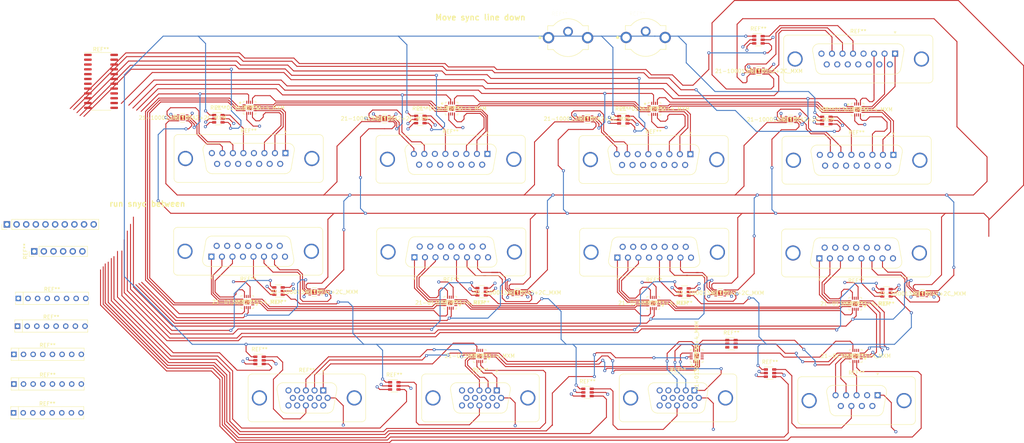
<source format=kicad_pcb>
(kicad_pcb (version 20171130) (host pcbnew "(5.1.10)-1")
  (layers (0 F.Cu signal) (31 B.Cu signal) (34 B.Paste user) (35 F.Paste user) (36 B.SilkS user) (37 F.SilkS user hide) (38 B.Mask user) (39 F.Mask user) (44 Edge.Cuts user))
  (net 0 "")
  (module Package_SIP:SIP-8_19x3mm_P2.54mm (layer F.Cu) (at 19.9898 90.043)
    (fp_text reference REF** (at 8.89 -2.4) (layer F.SilkS))
    (fp_text value SIP-8_19x3mm_P2.54mm)
    (pad 8 thru_hole circle (at 17.78 0 90) (size 1.45 1.45) (drill 0.85) (layers *.Cu *.Mask))
    (pad 7 thru_hole circle (at 15.24 0 90) (size 1.45 1.45) (drill 0.85) (layers *.Cu *.Mask))
    (pad 6 thru_hole circle (at 12.7 0 90) (size 1.45 1.45) (drill 0.85) (layers *.Cu *.Mask))
    (pad 5 thru_hole circle (at 10.16 0 90) (size 1.45 1.45) (drill 0.85) (layers *.Cu *.Mask))
    (pad 4 thru_hole circle (at 7.62 0 90) (size 1.45 1.45) (drill 0.85) (layers *.Cu *.Mask))
    (pad 3 thru_hole circle (at 5.08 0 90) (size 1.45 1.45) (drill 0.85) (layers *.Cu *.Mask))
    (pad 2 thru_hole circle (at 2.54 0 90) (size 1.45 1.45) (drill 0.85) (layers *.Cu *.Mask))
    (pad 1 thru_hole rect (at 0 0 90) (size 1.45 1.45) (drill 0.85) (layers *.Cu *.Mask))
  )
  (module Connector_PinHeader_2.54mm:PinHeader_1x06_P2.54mm_Vertical (layer F.Cu) (at 24.1808 77.6224 90)
    (fp_text reference REF** (at 0 -2.33 90) (layer F.SilkS))
    (fp_text value PinHeader_1x06_P2.54mm_Vertical)
    (pad 6 thru_hole oval (at 0 12.7 90) (size 1.7 1.7) (drill 1) (layers *.Cu *.Mask))
    (pad 5 thru_hole oval (at 0 10.16 90) (size 1.7 1.7) (drill 1) (layers *.Cu *.Mask))
    (pad 4 thru_hole oval (at 0 7.62 90) (size 1.7 1.7) (drill 1) (layers *.Cu *.Mask))
    (pad 3 thru_hole oval (at 0 5.08 90) (size 1.7 1.7) (drill 1) (layers *.Cu *.Mask))
    (pad 2 thru_hole oval (at 0 2.54 90) (size 1.7 1.7) (drill 1) (layers *.Cu *.Mask))
    (pad 1 thru_hole rect (at 0 0 90) (size 1.7 1.7) (drill 1) (layers *.Cu *.Mask))
  )
  (module Package_SIP:SIP-8_19x3mm_P2.54mm (layer F.Cu) (at 19.7866 97.3582)
    (fp_text reference REF** (at 8.89 -2.4) (layer F.SilkS))
    (fp_text value SIP-8_19x3mm_P2.54mm)
    (pad 8 thru_hole circle (at 17.78 0 90) (size 1.45 1.45) (drill 0.85) (layers *.Cu *.Mask))
    (pad 7 thru_hole circle (at 15.24 0 90) (size 1.45 1.45) (drill 0.85) (layers *.Cu *.Mask))
    (pad 6 thru_hole circle (at 12.7 0 90) (size 1.45 1.45) (drill 0.85) (layers *.Cu *.Mask))
    (pad 5 thru_hole circle (at 10.16 0 90) (size 1.45 1.45) (drill 0.85) (layers *.Cu *.Mask))
    (pad 4 thru_hole circle (at 7.62 0 90) (size 1.45 1.45) (drill 0.85) (layers *.Cu *.Mask))
    (pad 3 thru_hole circle (at 5.08 0 90) (size 1.45 1.45) (drill 0.85) (layers *.Cu *.Mask))
    (pad 2 thru_hole circle (at 2.54 0 90) (size 1.45 1.45) (drill 0.85) (layers *.Cu *.Mask))
    (pad 1 thru_hole rect (at 0 0 90) (size 1.45 1.45) (drill 0.85) (layers *.Cu *.Mask))
  )
  (module Package_SIP:SIP-8_19x3mm_P2.54mm (layer F.Cu) (at 18.8214 104.8004)
    (fp_text reference REF** (at 8.89 -2.4) (layer F.SilkS))
    (fp_text value SIP-8_19x3mm_P2.54mm)
    (pad 8 thru_hole circle (at 17.78 0 90) (size 1.45 1.45) (drill 0.85) (layers *.Cu *.Mask))
    (pad 7 thru_hole circle (at 15.24 0 90) (size 1.45 1.45) (drill 0.85) (layers *.Cu *.Mask))
    (pad 6 thru_hole circle (at 12.7 0 90) (size 1.45 1.45) (drill 0.85) (layers *.Cu *.Mask))
    (pad 5 thru_hole circle (at 10.16 0 90) (size 1.45 1.45) (drill 0.85) (layers *.Cu *.Mask))
    (pad 4 thru_hole circle (at 7.62 0 90) (size 1.45 1.45) (drill 0.85) (layers *.Cu *.Mask))
    (pad 3 thru_hole circle (at 5.08 0 90) (size 1.45 1.45) (drill 0.85) (layers *.Cu *.Mask))
    (pad 2 thru_hole circle (at 2.54 0 90) (size 1.45 1.45) (drill 0.85) (layers *.Cu *.Mask))
    (pad 1 thru_hole rect (at 0 0 90) (size 1.45 1.45) (drill 0.85) (layers *.Cu *.Mask))
  )
  (module Package_SIP:SIP-8_19x3mm_P2.54mm (layer F.Cu) (at 18.8214 112.6236)
    (fp_text reference REF** (at 8.89 -2.4) (layer F.SilkS))
    (fp_text value SIP-8_19x3mm_P2.54mm)
    (pad 8 thru_hole circle (at 17.78 0 90) (size 1.45 1.45) (drill 0.85) (layers *.Cu *.Mask))
    (pad 7 thru_hole circle (at 15.24 0 90) (size 1.45 1.45) (drill 0.85) (layers *.Cu *.Mask))
    (pad 6 thru_hole circle (at 12.7 0 90) (size 1.45 1.45) (drill 0.85) (layers *.Cu *.Mask))
    (pad 5 thru_hole circle (at 10.16 0 90) (size 1.45 1.45) (drill 0.85) (layers *.Cu *.Mask))
    (pad 4 thru_hole circle (at 7.62 0 90) (size 1.45 1.45) (drill 0.85) (layers *.Cu *.Mask))
    (pad 3 thru_hole circle (at 5.08 0 90) (size 1.45 1.45) (drill 0.85) (layers *.Cu *.Mask))
    (pad 2 thru_hole circle (at 2.54 0 90) (size 1.45 1.45) (drill 0.85) (layers *.Cu *.Mask))
    (pad 1 thru_hole rect (at 0 0 90) (size 1.45 1.45) (drill 0.85) (layers *.Cu *.Mask))
  )
  (module Package_SIP:SIP-8_19x3mm_P2.54mm (layer F.Cu) (at 18.7452 120.2182)
    (fp_text reference REF** (at 8.89 -2.4) (layer F.SilkS))
    (fp_text value SIP-8_19x3mm_P2.54mm)
    (pad 8 thru_hole circle (at 17.78 0 90) (size 1.45 1.45) (drill 0.85) (layers *.Cu *.Mask))
    (pad 7 thru_hole circle (at 15.24 0 90) (size 1.45 1.45) (drill 0.85) (layers *.Cu *.Mask))
    (pad 6 thru_hole circle (at 12.7 0 90) (size 1.45 1.45) (drill 0.85) (layers *.Cu *.Mask))
    (pad 5 thru_hole circle (at 10.16 0 90) (size 1.45 1.45) (drill 0.85) (layers *.Cu *.Mask))
    (pad 4 thru_hole circle (at 7.62 0 90) (size 1.45 1.45) (drill 0.85) (layers *.Cu *.Mask))
    (pad 3 thru_hole circle (at 5.08 0 90) (size 1.45 1.45) (drill 0.85) (layers *.Cu *.Mask))
    (pad 2 thru_hole circle (at 2.54 0 90) (size 1.45 1.45) (drill 0.85) (layers *.Cu *.Mask))
    (pad 1 thru_hole rect (at 0 0 90) (size 1.45 1.45) (drill 0.85) (layers *.Cu *.Mask))
  )
  (module Connector_PinHeader_2.54mm:PinHeader_1x10_P2.54mm_Vertical (layer F.Cu) (at 16.9926 70.5104 90)
    (fp_text reference REF** (at 0 -2.33 90) (layer F.SilkS))
    (fp_text value PinHeader_1x10_P2.54mm_Vertical)
    (pad 10 thru_hole oval (at 0 22.86 90) (size 1.7 1.7) (drill 1) (layers *.Cu *.Mask))
    (pad 9 thru_hole oval (at 0 20.32 90) (size 1.7 1.7) (drill 1) (layers *.Cu *.Mask))
    (pad 8 thru_hole oval (at 0 17.78 90) (size 1.7 1.7) (drill 1) (layers *.Cu *.Mask))
    (pad 7 thru_hole oval (at 0 15.24 90) (size 1.7 1.7) (drill 1) (layers *.Cu *.Mask))
    (pad 6 thru_hole oval (at 0 12.7 90) (size 1.7 1.7) (drill 1) (layers *.Cu *.Mask))
    (pad 5 thru_hole oval (at 0 10.16 90) (size 1.7 1.7) (drill 1) (layers *.Cu *.Mask))
    (pad 4 thru_hole oval (at 0 7.62 90) (size 1.7 1.7) (drill 1) (layers *.Cu *.Mask))
    (pad 3 thru_hole oval (at 0 5.08 90) (size 1.7 1.7) (drill 1) (layers *.Cu *.Mask))
    (pad 2 thru_hole oval (at 0 2.54 90) (size 1.7 1.7) (drill 1) (layers *.Cu *.Mask))
    (pad 1 thru_hole rect (at 0 0 90) (size 1.7 1.7) (drill 1) (layers *.Cu *.Mask))
  )
  (module Package_SO:SO-24_5.3x15mm_P1.27mm (layer F.Cu) (at 41.783 32.7914)
    (fp_text reference REF** (at 0 -8.45) (layer F.SilkS))
    (fp_text value SO-24_5.3x15mm_P1.27mm)
    (pad 1 smd roundrect (at -3.4625 -6.985) (size 1.975 0.6) (layers F.Cu F.Paste F.Mask))
    (pad 2 smd roundrect (at -3.4625 -5.715) (size 1.975 0.6) (layers F.Cu F.Paste F.Mask))
    (pad 3 smd roundrect (at -3.4625 -4.445) (size 1.975 0.6) (layers F.Cu F.Paste F.Mask))
    (pad 4 smd roundrect (at -3.4625 -3.175) (size 1.975 0.6) (layers F.Cu F.Paste F.Mask))
    (pad 5 smd roundrect (at -3.4625 -1.905) (size 1.975 0.6) (layers F.Cu F.Paste F.Mask))
    (pad 6 smd roundrect (at -3.4625 -0.635) (size 1.975 0.6) (layers F.Cu F.Paste F.Mask))
    (pad 7 smd roundrect (at -3.4625 0.635) (size 1.975 0.6) (layers F.Cu F.Paste F.Mask))
    (pad 8 smd roundrect (at -3.4625 1.905) (size 1.975 0.6) (layers F.Cu F.Paste F.Mask))
    (pad 9 smd roundrect (at -3.4625 3.175) (size 1.975 0.6) (layers F.Cu F.Paste F.Mask))
    (pad 10 smd roundrect (at -3.4625 4.445) (size 1.975 0.6) (layers F.Cu F.Paste F.Mask))
    (pad 11 smd roundrect (at -3.4625 5.715) (size 1.975 0.6) (layers F.Cu F.Paste F.Mask))
    (pad 12 smd roundrect (at -3.4625 6.985) (size 1.975 0.6) (layers F.Cu F.Paste F.Mask))
    (pad 13 smd roundrect (at 3.4625 6.985) (size 1.975 0.6) (layers F.Cu F.Paste F.Mask))
    (pad 14 smd roundrect (at 3.4625 5.715) (size 1.975 0.6) (layers F.Cu F.Paste F.Mask))
    (pad 15 smd roundrect (at 3.4625 4.445) (size 1.975 0.6) (layers F.Cu F.Paste F.Mask))
    (pad 16 smd roundrect (at 3.4625 3.175) (size 1.975 0.6) (layers F.Cu F.Paste F.Mask))
    (pad 17 smd roundrect (at 3.4625 1.905) (size 1.975 0.6) (layers F.Cu F.Paste F.Mask))
    (pad 18 smd roundrect (at 3.4625 0.635) (size 1.975 0.6) (layers F.Cu F.Paste F.Mask))
    (pad 19 smd roundrect (at 3.4625 -0.635) (size 1.975 0.6) (layers F.Cu F.Paste F.Mask))
    (pad 20 smd roundrect (at 3.4625 -1.905) (size 1.975 0.6) (layers F.Cu F.Paste F.Mask))
    (pad 21 smd roundrect (at 3.4625 -3.175) (size 1.975 0.6) (layers F.Cu F.Paste F.Mask))
    (pad 22 smd roundrect (at 3.4625 -4.445) (size 1.975 0.6) (layers F.Cu F.Paste F.Mask))
    (pad 23 smd roundrect (at 3.4625 -5.715) (size 1.975 0.6) (layers F.Cu F.Paste F.Mask))
    (pad 24 smd roundrect (at 3.4625 -6.985) (size 1.975 0.6) (layers F.Cu F.Paste F.Mask))
  )
  (module Package_TO_SOT_SMD:SOT-23-6 (layer F.Cu) (at 207.8736 101.981)
    (fp_text reference REF** (at 0 -2.9) (layer F.SilkS))
    (fp_text value SOT-23-6)
    (pad 1 smd rect (at -1.1 -0.95) (size 1.06 0.65) (layers F.Cu F.Paste F.Mask))
    (pad 2 smd rect (at -1.1 0) (size 1.06 0.65) (layers F.Cu F.Paste F.Mask))
    (pad 3 smd rect (at -1.1 0.95) (size 1.06 0.65) (layers F.Cu F.Paste F.Mask))
    (pad 4 smd rect (at 1.1 0.95) (size 1.06 0.65) (layers F.Cu F.Paste F.Mask))
    (pad 6 smd rect (at 1.1 -0.95) (size 1.06 0.65) (layers F.Cu F.Paste F.Mask))
    (pad 5 smd rect (at 1.1 0) (size 1.06 0.65) (layers F.Cu F.Paste F.Mask))
  )
  (module Package_TO_SOT_SMD:SOT-23-6 (layer F.Cu) (at 83.5406 106.3752)
    (fp_text reference REF** (at 0 -2.9) (layer F.SilkS))
    (fp_text value SOT-23-6)
    (pad 5 smd rect (at 1.1 0) (size 1.06 0.65) (layers F.Cu F.Paste F.Mask))
    (pad 6 smd rect (at 1.1 -0.95) (size 1.06 0.65) (layers F.Cu F.Paste F.Mask))
    (pad 4 smd rect (at 1.1 0.95) (size 1.06 0.65) (layers F.Cu F.Paste F.Mask))
    (pad 3 smd rect (at -1.1 0.95) (size 1.06 0.65) (layers F.Cu F.Paste F.Mask))
    (pad 2 smd rect (at -1.1 0) (size 1.06 0.65) (layers F.Cu F.Paste F.Mask))
    (pad 1 smd rect (at -1.1 -0.95) (size 1.06 0.65) (layers F.Cu F.Paste F.Mask))
  )
  (module Package_TO_SOT_SMD:SOT-23-6 (layer F.Cu) (at 119.0498 113.1062)
    (fp_text reference REF** (at 0 -2.9) (layer F.SilkS))
    (fp_text value SOT-23-6)
    (pad 5 smd rect (at 1.1 0) (size 1.06 0.65) (layers F.Cu F.Paste F.Mask))
    (pad 6 smd rect (at 1.1 -0.95) (size 1.06 0.65) (layers F.Cu F.Paste F.Mask))
    (pad 4 smd rect (at 1.1 0.95) (size 1.06 0.65) (layers F.Cu F.Paste F.Mask))
    (pad 3 smd rect (at -1.1 0.95) (size 1.06 0.65) (layers F.Cu F.Paste F.Mask))
    (pad 2 smd rect (at -1.1 0) (size 1.06 0.65) (layers F.Cu F.Paste F.Mask))
    (pad 1 smd rect (at -1.1 -0.95) (size 1.06 0.65) (layers F.Cu F.Paste F.Mask))
  )
  (module Package_TO_SOT_SMD:SOT-23-6 (layer F.Cu) (at 169.9514 114.8334)
    (fp_text reference REF** (at 0 -2.9) (layer F.SilkS))
    (fp_text value SOT-23-6)
    (pad 5 smd rect (at 1.1 0) (size 1.06 0.65) (layers F.Cu F.Paste F.Mask))
    (pad 6 smd rect (at 1.1 -0.95) (size 1.06 0.65) (layers F.Cu F.Paste F.Mask))
    (pad 4 smd rect (at 1.1 0.95) (size 1.06 0.65) (layers F.Cu F.Paste F.Mask))
    (pad 3 smd rect (at -1.1 0.95) (size 1.06 0.65) (layers F.Cu F.Paste F.Mask))
    (pad 2 smd rect (at -1.1 0) (size 1.06 0.65) (layers F.Cu F.Paste F.Mask))
    (pad 1 smd rect (at -1.1 -0.95) (size 1.06 0.65) (layers F.Cu F.Paste F.Mask))
  )
  (module Package_TO_SOT_SMD:SOT-23-6 (layer F.Cu) (at 218.0336 109.728)
    (fp_text reference REF** (at 0 -2.9) (layer F.SilkS))
    (fp_text value SOT-23-6)
    (pad 5 smd rect (at 1.1 0) (size 1.06 0.65) (layers F.Cu F.Paste F.Mask))
    (pad 6 smd rect (at 1.1 -0.95) (size 1.06 0.65) (layers F.Cu F.Paste F.Mask))
    (pad 4 smd rect (at 1.1 0.95) (size 1.06 0.65) (layers F.Cu F.Paste F.Mask))
    (pad 3 smd rect (at -1.1 0.95) (size 1.06 0.65) (layers F.Cu F.Paste F.Mask))
    (pad 2 smd rect (at -1.1 0) (size 1.06 0.65) (layers F.Cu F.Paste F.Mask))
    (pad 1 smd rect (at -1.1 -0.95) (size 1.06 0.65) (layers F.Cu F.Paste F.Mask))
  )
  (module Connector_Dsub:DSUB-15-HD_Female_Vertical_P2.29x1.98mm_MountingHoles (layer F.Cu) (at 198.12 114.3)
    (fp_text reference REF** (at -4.315 -5.33) (layer F.SilkS))
    (fp_text value DSUB-15-HD_Female_Vertical_P2.29x1.98mm_MountingHoles)
    (pad 0 thru_hole circle (at 8.185 1.98) (size 4 4) (drill 3.2) (layers *.Cu *.Mask))
    (pad 0 thru_hole circle (at -16.815 1.98) (size 4 4) (drill 3.2) (layers *.Cu *.Mask))
    (pad 15 thru_hole circle (at -9.16 3.96) (size 1.6 1.6) (drill 1) (layers *.Cu *.Mask))
    (pad 14 thru_hole circle (at -6.87 3.96) (size 1.6 1.6) (drill 1) (layers *.Cu *.Mask))
    (pad 13 thru_hole circle (at -4.58 3.96) (size 1.6 1.6) (drill 1) (layers *.Cu *.Mask))
    (pad 12 thru_hole circle (at -2.29 3.96) (size 1.6 1.6) (drill 1) (layers *.Cu *.Mask))
    (pad 11 thru_hole circle (at 0 3.96) (size 1.6 1.6) (drill 1) (layers *.Cu *.Mask))
    (pad 10 thru_hole circle (at -8.015 1.98) (size 1.6 1.6) (drill 1) (layers *.Cu *.Mask))
    (pad 9 thru_hole circle (at -5.725 1.98) (size 1.6 1.6) (drill 1) (layers *.Cu *.Mask))
    (pad 8 thru_hole circle (at -3.435 1.98) (size 1.6 1.6) (drill 1) (layers *.Cu *.Mask))
    (pad 7 thru_hole circle (at -1.145 1.98) (size 1.6 1.6) (drill 1) (layers *.Cu *.Mask))
    (pad 6 thru_hole circle (at 1.145 1.98) (size 1.6 1.6) (drill 1) (layers *.Cu *.Mask))
    (pad 5 thru_hole circle (at -9.16 0) (size 1.6 1.6) (drill 1) (layers *.Cu *.Mask))
    (pad 4 thru_hole circle (at -6.87 0) (size 1.6 1.6) (drill 1) (layers *.Cu *.Mask))
    (pad 3 thru_hole circle (at -4.58 0) (size 1.6 1.6) (drill 1) (layers *.Cu *.Mask))
    (pad 2 thru_hole circle (at -2.29 0) (size 1.6 1.6) (drill 1) (layers *.Cu *.Mask))
    (pad 1 thru_hole rect (at 0 0) (size 1.6 1.6) (drill 1) (layers *.Cu *.Mask))
  )
  (module Connector_Dsub:DSUB-9_Female_Vertical_P2.77x2.84mm_MountingHoles (layer F.Cu) (at 246.38 115.57)
    (fp_text reference REF** (at -5.54 -5.89) (layer F.SilkS))
    (fp_text value DSUB-9_Female_Vertical_P2.77x2.84mm_MountingHoles)
    (pad 0 thru_hole circle (at 6.96 1.42) (size 4 4) (drill 3.2) (layers *.Cu *.Mask))
    (pad 0 thru_hole circle (at -18.04 1.42) (size 4 4) (drill 3.2) (layers *.Cu *.Mask))
    (pad 9 thru_hole circle (at -9.695 2.84) (size 1.6 1.6) (drill 1) (layers *.Cu *.Mask))
    (pad 8 thru_hole circle (at -6.925 2.84) (size 1.6 1.6) (drill 1) (layers *.Cu *.Mask))
    (pad 7 thru_hole circle (at -4.155 2.84) (size 1.6 1.6) (drill 1) (layers *.Cu *.Mask))
    (pad 6 thru_hole circle (at -1.385 2.84) (size 1.6 1.6) (drill 1) (layers *.Cu *.Mask))
    (pad 5 thru_hole circle (at -11.08 0) (size 1.6 1.6) (drill 1) (layers *.Cu *.Mask))
    (pad 4 thru_hole circle (at -8.31 0) (size 1.6 1.6) (drill 1) (layers *.Cu *.Mask))
    (pad 3 thru_hole circle (at -5.54 0) (size 1.6 1.6) (drill 1) (layers *.Cu *.Mask))
    (pad 2 thru_hole circle (at -2.77 0) (size 1.6 1.6) (drill 1) (layers *.Cu *.Mask))
    (pad 1 thru_hole rect (at 0 0) (size 1.6 1.6) (drill 1) (layers *.Cu *.Mask))
  )
  (module 2021-06-20_01-56-06:MAX4887ETE&plus_ (layer F.Cu) (at 141.5542 105.2068 180)
    (fp_text reference REF** (at 0 0) (layer F.SilkS))
    (fp_text value 21-0136_T1633+4_MXM (at 0 0) (layer F.SilkS))
    (fp_text user * (at -2.4892 -1) (layer F.SilkS))
    (fp_text user * (at -2.4892 -1) (layer F.SilkS))
    (pad 17 smd rect (at 0 0 180) (size 1.2446 1.2446) (layers F.Cu F.Paste F.Mask))
    (pad 16 smd rect (at -0.750001 -1.4478 180) (size 0.254 0.8128) (layers F.Cu F.Paste F.Mask))
    (pad 15 smd rect (at -0.25 -1.4478 180) (size 0.254 0.8128) (layers F.Cu F.Paste F.Mask))
    (pad 14 smd rect (at 0.25 -1.4478 180) (size 0.254 0.8128) (layers F.Cu F.Paste F.Mask))
    (pad 13 smd rect (at 0.750001 -1.4478 180) (size 0.254 0.8128) (layers F.Cu F.Paste F.Mask))
    (pad 12 smd rect (at 1.4478 -0.750001 270) (size 0.254 0.8128) (layers F.Cu F.Paste F.Mask))
    (pad 11 smd rect (at 1.4478 -0.25 270) (size 0.254 0.8128) (layers F.Cu F.Paste F.Mask))
    (pad 10 smd rect (at 1.4478 0.25 270) (size 0.254 0.8128) (layers F.Cu F.Paste F.Mask))
    (pad 9 smd rect (at 1.4478 0.750001 270) (size 0.254 0.8128) (layers F.Cu F.Paste F.Mask))
    (pad 8 smd rect (at 0.750001 1.4478 180) (size 0.254 0.8128) (layers F.Cu F.Paste F.Mask))
    (pad 7 smd rect (at 0.25 1.4478 180) (size 0.254 0.8128) (layers F.Cu F.Paste F.Mask))
    (pad 6 smd rect (at -0.25 1.4478 180) (size 0.254 0.8128) (layers F.Cu F.Paste F.Mask))
    (pad 5 smd rect (at -0.750001 1.4478 180) (size 0.254 0.8128) (layers F.Cu F.Paste F.Mask))
    (pad 4 smd rect (at -1.4478 0.750001 270) (size 0.254 0.8128) (layers F.Cu F.Paste F.Mask))
    (pad 3 smd rect (at -1.4478 0.25 270) (size 0.254 0.8128) (layers F.Cu F.Paste F.Mask))
    (pad 2 smd rect (at -1.4478 -0.25 270) (size 0.254 0.8128) (layers F.Cu F.Paste F.Mask))
    (pad 1 smd rect (at -1.4478 -0.750001 270) (size 0.254 0.8128) (layers F.Cu F.Paste F.Mask))
  )
  (module 2021-06-20_01-56-06:MAX4887ETE&plus_ (layer F.Cu) (at 198.7042 105.2068 90)
    (fp_text reference REF** (at 0 0 90) (layer F.SilkS))
    (fp_text value 21-0136_T1633+4_MXM (at 0 0 90) (layer F.SilkS))
    (fp_text user * (at -2.4892 -1 90) (layer F.SilkS))
    (fp_text user * (at -2.4892 -1 90) (layer F.SilkS))
    (pad 17 smd rect (at 0 0 90) (size 1.2446 1.2446) (layers F.Cu F.Paste F.Mask))
    (pad 16 smd rect (at -0.750001 -1.4478 90) (size 0.254 0.8128) (layers F.Cu F.Paste F.Mask))
    (pad 15 smd rect (at -0.25 -1.4478 90) (size 0.254 0.8128) (layers F.Cu F.Paste F.Mask))
    (pad 14 smd rect (at 0.25 -1.4478 90) (size 0.254 0.8128) (layers F.Cu F.Paste F.Mask))
    (pad 13 smd rect (at 0.750001 -1.4478 90) (size 0.254 0.8128) (layers F.Cu F.Paste F.Mask))
    (pad 12 smd rect (at 1.4478 -0.750001 180) (size 0.254 0.8128) (layers F.Cu F.Paste F.Mask))
    (pad 11 smd rect (at 1.4478 -0.25 180) (size 0.254 0.8128) (layers F.Cu F.Paste F.Mask))
    (pad 10 smd rect (at 1.4478 0.25 180) (size 0.254 0.8128) (layers F.Cu F.Paste F.Mask))
    (pad 9 smd rect (at 1.4478 0.750001 180) (size 0.254 0.8128) (layers F.Cu F.Paste F.Mask))
    (pad 8 smd rect (at 0.750001 1.4478 90) (size 0.254 0.8128) (layers F.Cu F.Paste F.Mask))
    (pad 7 smd rect (at 0.25 1.4478 90) (size 0.254 0.8128) (layers F.Cu F.Paste F.Mask))
    (pad 6 smd rect (at -0.25 1.4478 90) (size 0.254 0.8128) (layers F.Cu F.Paste F.Mask))
    (pad 5 smd rect (at -0.750001 1.4478 90) (size 0.254 0.8128) (layers F.Cu F.Paste F.Mask))
    (pad 4 smd rect (at -1.4478 0.750001 180) (size 0.254 0.8128) (layers F.Cu F.Paste F.Mask))
    (pad 3 smd rect (at -1.4478 0.25 180) (size 0.254 0.8128) (layers F.Cu F.Paste F.Mask))
    (pad 2 smd rect (at -1.4478 -0.25 180) (size 0.254 0.8128) (layers F.Cu F.Paste F.Mask))
    (pad 1 smd rect (at -1.4478 -0.750001 180) (size 0.254 0.8128) (layers F.Cu F.Paste F.Mask))
  )
  (module 2021-06-20_01-56-06:MAX4887ETE&plus_ (layer F.Cu) (at 240.6142 105.2068 180)
    (fp_text reference REF** (at 0 0) (layer F.SilkS))
    (fp_text value 21-0136_T1633+4_MXM (at 0 0) (layer F.SilkS))
    (fp_text user * (at -2.4892 -1) (layer F.SilkS))
    (fp_text user * (at -2.4892 -1) (layer F.SilkS))
    (pad 17 smd rect (at 0 0 180) (size 1.2446 1.2446) (layers F.Cu F.Paste F.Mask))
    (pad 16 smd rect (at -0.750001 -1.4478 180) (size 0.254 0.8128) (layers F.Cu F.Paste F.Mask))
    (pad 15 smd rect (at -0.25 -1.4478 180) (size 0.254 0.8128) (layers F.Cu F.Paste F.Mask))
    (pad 14 smd rect (at 0.25 -1.4478 180) (size 0.254 0.8128) (layers F.Cu F.Paste F.Mask))
    (pad 13 smd rect (at 0.750001 -1.4478 180) (size 0.254 0.8128) (layers F.Cu F.Paste F.Mask))
    (pad 12 smd rect (at 1.4478 -0.750001 270) (size 0.254 0.8128) (layers F.Cu F.Paste F.Mask))
    (pad 11 smd rect (at 1.4478 -0.25 270) (size 0.254 0.8128) (layers F.Cu F.Paste F.Mask))
    (pad 10 smd rect (at 1.4478 0.25 270) (size 0.254 0.8128) (layers F.Cu F.Paste F.Mask))
    (pad 9 smd rect (at 1.4478 0.750001 270) (size 0.254 0.8128) (layers F.Cu F.Paste F.Mask))
    (pad 8 smd rect (at 0.750001 1.4478 180) (size 0.254 0.8128) (layers F.Cu F.Paste F.Mask))
    (pad 7 smd rect (at 0.25 1.4478 180) (size 0.254 0.8128) (layers F.Cu F.Paste F.Mask))
    (pad 6 smd rect (at -0.25 1.4478 180) (size 0.254 0.8128) (layers F.Cu F.Paste F.Mask))
    (pad 5 smd rect (at -0.750001 1.4478 180) (size 0.254 0.8128) (layers F.Cu F.Paste F.Mask))
    (pad 4 smd rect (at -1.4478 0.750001 270) (size 0.254 0.8128) (layers F.Cu F.Paste F.Mask))
    (pad 3 smd rect (at -1.4478 0.25 270) (size 0.254 0.8128) (layers F.Cu F.Paste F.Mask))
    (pad 2 smd rect (at -1.4478 -0.25 270) (size 0.254 0.8128) (layers F.Cu F.Paste F.Mask))
    (pad 1 smd rect (at -1.4478 -0.750001 270) (size 0.254 0.8128) (layers F.Cu F.Paste F.Mask))
  )
  (module Connector_Dsub:DSUB-15-HD_Female_Vertical_P2.29x1.98mm_MountingHoles (layer F.Cu) (at 100.33 114.3)
    (fp_text reference REF** (at -4.315 -5.33) (layer F.SilkS))
    (fp_text value DSUB-15-HD_Female_Vertical_P2.29x1.98mm_MountingHoles)
    (pad 0 thru_hole circle (at 8.185 1.98) (size 4 4) (drill 3.2) (layers *.Cu *.Mask))
    (pad 0 thru_hole circle (at -16.815 1.98) (size 4 4) (drill 3.2) (layers *.Cu *.Mask))
    (pad 15 thru_hole circle (at -9.16 3.96) (size 1.6 1.6) (drill 1) (layers *.Cu *.Mask))
    (pad 14 thru_hole circle (at -6.87 3.96) (size 1.6 1.6) (drill 1) (layers *.Cu *.Mask))
    (pad 13 thru_hole circle (at -4.58 3.96) (size 1.6 1.6) (drill 1) (layers *.Cu *.Mask))
    (pad 12 thru_hole circle (at -2.29 3.96) (size 1.6 1.6) (drill 1) (layers *.Cu *.Mask))
    (pad 11 thru_hole circle (at 0 3.96) (size 1.6 1.6) (drill 1) (layers *.Cu *.Mask))
    (pad 10 thru_hole circle (at -8.015 1.98) (size 1.6 1.6) (drill 1) (layers *.Cu *.Mask))
    (pad 9 thru_hole circle (at -5.725 1.98) (size 1.6 1.6) (drill 1) (layers *.Cu *.Mask))
    (pad 8 thru_hole circle (at -3.435 1.98) (size 1.6 1.6) (drill 1) (layers *.Cu *.Mask))
    (pad 7 thru_hole circle (at -1.145 1.98) (size 1.6 1.6) (drill 1) (layers *.Cu *.Mask))
    (pad 6 thru_hole circle (at 1.145 1.98) (size 1.6 1.6) (drill 1) (layers *.Cu *.Mask))
    (pad 5 thru_hole circle (at -9.16 0) (size 1.6 1.6) (drill 1) (layers *.Cu *.Mask))
    (pad 4 thru_hole circle (at -6.87 0) (size 1.6 1.6) (drill 1) (layers *.Cu *.Mask))
    (pad 3 thru_hole circle (at -4.58 0) (size 1.6 1.6) (drill 1) (layers *.Cu *.Mask))
    (pad 2 thru_hole circle (at -2.29 0) (size 1.6 1.6) (drill 1) (layers *.Cu *.Mask))
    (pad 1 thru_hole rect (at 0 0) (size 1.6 1.6) (drill 1) (layers *.Cu *.Mask))
  )
  (module Connector_Dsub:DSUB-15-HD_Female_Vertical_P2.29x1.98mm_MountingHoles (layer F.Cu) (at 146.05 114.3)
    (fp_text reference REF** (at -4.315 -5.33) (layer F.SilkS))
    (fp_text value DSUB-15-HD_Female_Vertical_P2.29x1.98mm_MountingHoles)
    (pad 0 thru_hole circle (at 8.185 1.98) (size 4 4) (drill 3.2) (layers *.Cu *.Mask))
    (pad 0 thru_hole circle (at -16.815 1.98) (size 4 4) (drill 3.2) (layers *.Cu *.Mask))
    (pad 15 thru_hole circle (at -9.16 3.96) (size 1.6 1.6) (drill 1) (layers *.Cu *.Mask))
    (pad 14 thru_hole circle (at -6.87 3.96) (size 1.6 1.6) (drill 1) (layers *.Cu *.Mask))
    (pad 13 thru_hole circle (at -4.58 3.96) (size 1.6 1.6) (drill 1) (layers *.Cu *.Mask))
    (pad 12 thru_hole circle (at -2.29 3.96) (size 1.6 1.6) (drill 1) (layers *.Cu *.Mask))
    (pad 11 thru_hole circle (at 0 3.96) (size 1.6 1.6) (drill 1) (layers *.Cu *.Mask))
    (pad 10 thru_hole circle (at -8.015 1.98) (size 1.6 1.6) (drill 1) (layers *.Cu *.Mask))
    (pad 9 thru_hole circle (at -5.725 1.98) (size 1.6 1.6) (drill 1) (layers *.Cu *.Mask))
    (pad 8 thru_hole circle (at -3.435 1.98) (size 1.6 1.6) (drill 1) (layers *.Cu *.Mask))
    (pad 7 thru_hole circle (at -1.145 1.98) (size 1.6 1.6) (drill 1) (layers *.Cu *.Mask))
    (pad 6 thru_hole circle (at 1.145 1.98) (size 1.6 1.6) (drill 1) (layers *.Cu *.Mask))
    (pad 5 thru_hole circle (at -9.16 0) (size 1.6 1.6) (drill 1) (layers *.Cu *.Mask))
    (pad 4 thru_hole circle (at -6.87 0) (size 1.6 1.6) (drill 1) (layers *.Cu *.Mask))
    (pad 3 thru_hole circle (at -4.58 0) (size 1.6 1.6) (drill 1) (layers *.Cu *.Mask))
    (pad 2 thru_hole circle (at -2.29 0) (size 1.6 1.6) (drill 1) (layers *.Cu *.Mask))
    (pad 1 thru_hole rect (at 0 0) (size 1.6 1.6) (drill 1) (layers *.Cu *.Mask))
  )
  (module RCJ-024:CUI_RCJ-022 (layer F.Cu) (at 185.2676 21.2088)
    (fp_text reference REF** (at -2.205855 -6.237415) (layer F.SilkS) (effects (font (size 1.000386 1.000386) (thickness 0.015))))
    (fp_text value "CUI_RCJ-022 RED")
    (pad 1A thru_hole circle (at -5.15 0) (size 3 3) (drill 2) (layers *.Cu *.Mask))
    (pad 1B thru_hole circle (at 5.15 0) (size 3 3) (drill 2) (layers *.Cu *.Mask))
    (pad 2 thru_hole circle (at 0 -1.6) (size 2.55 2.55) (drill 1.7) (layers *.Cu *.Mask))
  )
  (module RCJ-024:CUI_RCJ-023 (layer F.Cu) (at 164.8206 21.2598)
    (fp_text reference REF** (at -2.20699 -6.24061) (layer F.SilkS) (effects (font (size 1.000898 1.000898) (thickness 0.015))))
    (fp_text value "CUI_RCJ-023 White")
    (pad 1A thru_hole circle (at -5.15 0) (size 3 3) (drill 2) (layers *.Cu *.Mask))
    (pad 1B thru_hole circle (at 5.15 0) (size 3 3) (drill 2) (layers *.Cu *.Mask))
    (pad 2 thru_hole circle (at 0 -1.6) (size 2.55 2.55) (drill 1.7) (layers *.Cu *.Mask))
  )
  (module Connector_Dsub:DSUB-15_Female_Vertical_P2.77x2.84mm_MountingHoles (layer F.Cu) (at 70.866 79.0194 180)
    (fp_text reference REF** (at -9.695 -5.89) (layer F.SilkS))
    (fp_text value DSUB-15_Female_Vertical_P2.77x2.84mm_MountingHoles)
    (pad 1 thru_hole rect (at 0 0 180) (size 1.6 1.6) (drill 1) (layers *.Cu *.Mask))
    (pad 2 thru_hole circle (at -2.77 0 180) (size 1.6 1.6) (drill 1) (layers *.Cu *.Mask))
    (pad 3 thru_hole circle (at -5.54 0 180) (size 1.6 1.6) (drill 1) (layers *.Cu *.Mask))
    (pad 4 thru_hole circle (at -8.31 0 180) (size 1.6 1.6) (drill 1) (layers *.Cu *.Mask))
    (pad 5 thru_hole circle (at -11.08 0 180) (size 1.6 1.6) (drill 1) (layers *.Cu *.Mask))
    (pad 6 thru_hole circle (at -13.85 0 180) (size 1.6 1.6) (drill 1) (layers *.Cu *.Mask))
    (pad 7 thru_hole circle (at -16.62 0 180) (size 1.6 1.6) (drill 1) (layers *.Cu *.Mask))
    (pad 8 thru_hole circle (at -19.39 0 180) (size 1.6 1.6) (drill 1) (layers *.Cu *.Mask))
    (pad 9 thru_hole circle (at -1.385 2.84 180) (size 1.6 1.6) (drill 1) (layers *.Cu *.Mask))
    (pad 10 thru_hole circle (at -4.155 2.84 180) (size 1.6 1.6) (drill 1) (layers *.Cu *.Mask))
    (pad 11 thru_hole circle (at -6.925 2.84 180) (size 1.6 1.6) (drill 1) (layers *.Cu *.Mask))
    (pad 12 thru_hole circle (at -9.695 2.84 180) (size 1.6 1.6) (drill 1) (layers *.Cu *.Mask))
    (pad 13 thru_hole circle (at -12.465 2.84 180) (size 1.6 1.6) (drill 1) (layers *.Cu *.Mask))
    (pad 14 thru_hole circle (at -15.235 2.84 180) (size 1.6 1.6) (drill 1) (layers *.Cu *.Mask))
    (pad 15 thru_hole circle (at -18.005 2.84 180) (size 1.6 1.6) (drill 1) (layers *.Cu *.Mask))
    (pad 0 thru_hole circle (at -26.345 1.42 180) (size 4 4) (drill 3.2) (layers *.Cu *.Mask))
    (pad 0 thru_hole circle (at 6.955 1.42 180) (size 4 4) (drill 3.2) (layers *.Cu *.Mask))
  )
  (module Package_TO_SOT_SMD:SOT-23-6 (layer F.Cu) (at 248.7168 88.5444 180)
    (fp_text reference REF** (at 0 -2.9) (layer F.SilkS))
    (fp_text value SOT-23-6)
    (pad 5 smd rect (at 1.1 0 180) (size 1.06 0.65) (layers F.Cu F.Paste F.Mask))
    (pad 6 smd rect (at 1.1 -0.95 180) (size 1.06 0.65) (layers F.Cu F.Paste F.Mask))
    (pad 4 smd rect (at 1.1 0.95 180) (size 1.06 0.65) (layers F.Cu F.Paste F.Mask))
    (pad 3 smd rect (at -1.1 0.95 180) (size 1.06 0.65) (layers F.Cu F.Paste F.Mask))
    (pad 2 smd rect (at -1.1 0 180) (size 1.06 0.65) (layers F.Cu F.Paste F.Mask))
    (pad 1 smd rect (at -1.1 -0.95 180) (size 1.06 0.65) (layers F.Cu F.Paste F.Mask))
  )
  (module 2021-06-20_01-56-06:MAX4887ETE&plus_ (layer F.Cu) (at 80.3148 90.9828 180)
    (fp_text reference REF** (at 0 0) (layer F.SilkS))
    (fp_text value 21-0136_T1633+4_MXM (at 0 0) (layer F.SilkS))
    (fp_text user * (at -2.4892 -1) (layer F.SilkS))
    (fp_text user * (at -2.4892 -1) (layer F.SilkS))
    (pad 17 smd rect (at 0 0 180) (size 1.2446 1.2446) (layers F.Cu F.Paste F.Mask))
    (pad 16 smd rect (at -0.750001 -1.4478 180) (size 0.254 0.8128) (layers F.Cu F.Paste F.Mask))
    (pad 15 smd rect (at -0.25 -1.4478 180) (size 0.254 0.8128) (layers F.Cu F.Paste F.Mask))
    (pad 14 smd rect (at 0.25 -1.4478 180) (size 0.254 0.8128) (layers F.Cu F.Paste F.Mask))
    (pad 13 smd rect (at 0.750001 -1.4478 180) (size 0.254 0.8128) (layers F.Cu F.Paste F.Mask))
    (pad 12 smd rect (at 1.4478 -0.750001 270) (size 0.254 0.8128) (layers F.Cu F.Paste F.Mask))
    (pad 11 smd rect (at 1.4478 -0.25 270) (size 0.254 0.8128) (layers F.Cu F.Paste F.Mask))
    (pad 10 smd rect (at 1.4478 0.25 270) (size 0.254 0.8128) (layers F.Cu F.Paste F.Mask))
    (pad 9 smd rect (at 1.4478 0.750001 270) (size 0.254 0.8128) (layers F.Cu F.Paste F.Mask))
    (pad 8 smd rect (at 0.750001 1.4478 180) (size 0.254 0.8128) (layers F.Cu F.Paste F.Mask))
    (pad 7 smd rect (at 0.25 1.4478 180) (size 0.254 0.8128) (layers F.Cu F.Paste F.Mask))
    (pad 6 smd rect (at -0.25 1.4478 180) (size 0.254 0.8128) (layers F.Cu F.Paste F.Mask))
    (pad 5 smd rect (at -0.750001 1.4478 180) (size 0.254 0.8128) (layers F.Cu F.Paste F.Mask))
    (pad 4 smd rect (at -1.4478 0.750001 270) (size 0.254 0.8128) (layers F.Cu F.Paste F.Mask))
    (pad 3 smd rect (at -1.4478 0.25 270) (size 0.254 0.8128) (layers F.Cu F.Paste F.Mask))
    (pad 2 smd rect (at -1.4478 -0.25 270) (size 0.254 0.8128) (layers F.Cu F.Paste F.Mask))
    (pad 1 smd rect (at -1.4478 -0.750001 270) (size 0.254 0.8128) (layers F.Cu F.Paste F.Mask))
  )
  (module Connector_Dsub:DSUB-15_Female_Vertical_P2.77x2.84mm_MountingHoles (layer F.Cu) (at 177.8254 79.2734 180)
    (fp_text reference REF** (at -9.695 -5.89) (layer F.SilkS))
    (fp_text value DSUB-15_Female_Vertical_P2.77x2.84mm_MountingHoles)
    (pad 0 thru_hole circle (at 6.955 1.42 180) (size 4 4) (drill 3.2) (layers *.Cu *.Mask))
    (pad 0 thru_hole circle (at -26.345 1.42 180) (size 4 4) (drill 3.2) (layers *.Cu *.Mask))
    (pad 15 thru_hole circle (at -18.005 2.84 180) (size 1.6 1.6) (drill 1) (layers *.Cu *.Mask))
    (pad 14 thru_hole circle (at -15.235 2.84 180) (size 1.6 1.6) (drill 1) (layers *.Cu *.Mask))
    (pad 13 thru_hole circle (at -12.465 2.84 180) (size 1.6 1.6) (drill 1) (layers *.Cu *.Mask))
    (pad 12 thru_hole circle (at -9.695 2.84 180) (size 1.6 1.6) (drill 1) (layers *.Cu *.Mask))
    (pad 11 thru_hole circle (at -6.925 2.84 180) (size 1.6 1.6) (drill 1) (layers *.Cu *.Mask))
    (pad 10 thru_hole circle (at -4.155 2.84 180) (size 1.6 1.6) (drill 1) (layers *.Cu *.Mask))
    (pad 9 thru_hole circle (at -1.385 2.84 180) (size 1.6 1.6) (drill 1) (layers *.Cu *.Mask))
    (pad 8 thru_hole circle (at -19.39 0 180) (size 1.6 1.6) (drill 1) (layers *.Cu *.Mask))
    (pad 7 thru_hole circle (at -16.62 0 180) (size 1.6 1.6) (drill 1) (layers *.Cu *.Mask))
    (pad 6 thru_hole circle (at -13.85 0 180) (size 1.6 1.6) (drill 1) (layers *.Cu *.Mask))
    (pad 5 thru_hole circle (at -11.08 0 180) (size 1.6 1.6) (drill 1) (layers *.Cu *.Mask))
    (pad 4 thru_hole circle (at -8.31 0 180) (size 1.6 1.6) (drill 1) (layers *.Cu *.Mask))
    (pad 3 thru_hole circle (at -5.54 0 180) (size 1.6 1.6) (drill 1) (layers *.Cu *.Mask))
    (pad 2 thru_hole circle (at -2.77 0 180) (size 1.6 1.6) (drill 1) (layers *.Cu *.Mask))
    (pad 1 thru_hole rect (at 0 0 180) (size 1.6 1.6) (drill 1) (layers *.Cu *.Mask))
  )
  (module 2021-06-20_01-56-06:MAX4887ETE&plus_ (layer F.Cu) (at 187.2742 91.2368 180)
    (fp_text reference REF** (at 0 0) (layer F.SilkS))
    (fp_text value 21-0136_T1633+4_MXM (at 0 0) (layer F.SilkS))
    (fp_text user * (at -2.4892 -1) (layer F.SilkS))
    (fp_text user * (at -2.4892 -1) (layer F.SilkS))
    (pad 1 smd rect (at -1.4478 -0.750001 270) (size 0.254 0.8128) (layers F.Cu F.Paste F.Mask))
    (pad 2 smd rect (at -1.4478 -0.25 270) (size 0.254 0.8128) (layers F.Cu F.Paste F.Mask))
    (pad 3 smd rect (at -1.4478 0.25 270) (size 0.254 0.8128) (layers F.Cu F.Paste F.Mask))
    (pad 4 smd rect (at -1.4478 0.750001 270) (size 0.254 0.8128) (layers F.Cu F.Paste F.Mask))
    (pad 5 smd rect (at -0.750001 1.4478 180) (size 0.254 0.8128) (layers F.Cu F.Paste F.Mask))
    (pad 6 smd rect (at -0.25 1.4478 180) (size 0.254 0.8128) (layers F.Cu F.Paste F.Mask))
    (pad 7 smd rect (at 0.25 1.4478 180) (size 0.254 0.8128) (layers F.Cu F.Paste F.Mask))
    (pad 8 smd rect (at 0.750001 1.4478 180) (size 0.254 0.8128) (layers F.Cu F.Paste F.Mask))
    (pad 9 smd rect (at 1.4478 0.750001 270) (size 0.254 0.8128) (layers F.Cu F.Paste F.Mask))
    (pad 10 smd rect (at 1.4478 0.25 270) (size 0.254 0.8128) (layers F.Cu F.Paste F.Mask))
    (pad 11 smd rect (at 1.4478 -0.25 270) (size 0.254 0.8128) (layers F.Cu F.Paste F.Mask))
    (pad 12 smd rect (at 1.4478 -0.750001 270) (size 0.254 0.8128) (layers F.Cu F.Paste F.Mask))
    (pad 13 smd rect (at 0.750001 -1.4478 180) (size 0.254 0.8128) (layers F.Cu F.Paste F.Mask))
    (pad 14 smd rect (at 0.25 -1.4478 180) (size 0.254 0.8128) (layers F.Cu F.Paste F.Mask))
    (pad 15 smd rect (at -0.25 -1.4478 180) (size 0.254 0.8128) (layers F.Cu F.Paste F.Mask))
    (pad 16 smd rect (at -0.750001 -1.4478 180) (size 0.254 0.8128) (layers F.Cu F.Paste F.Mask))
    (pad 17 smd rect (at 0 0 180) (size 1.2446 1.2446) (layers F.Cu F.Paste F.Mask))
  )
  (module Package_TO_SOT_SMD:SOT-23-6 (layer F.Cu) (at 195.5038 88.3412 180)
    (fp_text reference REF** (at 0 -2.9) (layer F.SilkS))
    (fp_text value SOT-23-6)
    (pad 5 smd rect (at 1.1 0 180) (size 1.06 0.65) (layers F.Cu F.Paste F.Mask))
    (pad 6 smd rect (at 1.1 -0.95 180) (size 1.06 0.65) (layers F.Cu F.Paste F.Mask))
    (pad 4 smd rect (at 1.1 0.95 180) (size 1.06 0.65) (layers F.Cu F.Paste F.Mask))
    (pad 3 smd rect (at -1.1 0.95 180) (size 1.06 0.65) (layers F.Cu F.Paste F.Mask))
    (pad 2 smd rect (at -1.1 0 180) (size 1.06 0.65) (layers F.Cu F.Paste F.Mask))
    (pad 1 smd rect (at -1.1 -0.95 180) (size 1.06 0.65) (layers F.Cu F.Paste F.Mask))
  )
  (module 2021-06-20_01-56-06:MAX4887ETE&plus_ (layer F.Cu) (at 240.4872 91.44 180)
    (fp_text reference REF** (at 0 0) (layer F.SilkS))
    (fp_text value 21-0136_T1633+4_MXM (at 0 0) (layer F.SilkS))
    (fp_text user * (at -2.4892 -1) (layer F.SilkS))
    (fp_text user * (at -2.4892 -1) (layer F.SilkS))
    (pad 1 smd rect (at -1.4478 -0.750001 270) (size 0.254 0.8128) (layers F.Cu F.Paste F.Mask))
    (pad 2 smd rect (at -1.4478 -0.25 270) (size 0.254 0.8128) (layers F.Cu F.Paste F.Mask))
    (pad 3 smd rect (at -1.4478 0.25 270) (size 0.254 0.8128) (layers F.Cu F.Paste F.Mask))
    (pad 4 smd rect (at -1.4478 0.750001 270) (size 0.254 0.8128) (layers F.Cu F.Paste F.Mask))
    (pad 5 smd rect (at -0.750001 1.4478 180) (size 0.254 0.8128) (layers F.Cu F.Paste F.Mask))
    (pad 6 smd rect (at -0.25 1.4478 180) (size 0.254 0.8128) (layers F.Cu F.Paste F.Mask))
    (pad 7 smd rect (at 0.25 1.4478 180) (size 0.254 0.8128) (layers F.Cu F.Paste F.Mask))
    (pad 8 smd rect (at 0.750001 1.4478 180) (size 0.254 0.8128) (layers F.Cu F.Paste F.Mask))
    (pad 9 smd rect (at 1.4478 0.750001 270) (size 0.254 0.8128) (layers F.Cu F.Paste F.Mask))
    (pad 10 smd rect (at 1.4478 0.25 270) (size 0.254 0.8128) (layers F.Cu F.Paste F.Mask))
    (pad 11 smd rect (at 1.4478 -0.25 270) (size 0.254 0.8128) (layers F.Cu F.Paste F.Mask))
    (pad 12 smd rect (at 1.4478 -0.750001 270) (size 0.254 0.8128) (layers F.Cu F.Paste F.Mask))
    (pad 13 smd rect (at 0.750001 -1.4478 180) (size 0.254 0.8128) (layers F.Cu F.Paste F.Mask))
    (pad 14 smd rect (at 0.25 -1.4478 180) (size 0.254 0.8128) (layers F.Cu F.Paste F.Mask))
    (pad 15 smd rect (at -0.25 -1.4478 180) (size 0.254 0.8128) (layers F.Cu F.Paste F.Mask))
    (pad 16 smd rect (at -0.750001 -1.4478 180) (size 0.254 0.8128) (layers F.Cu F.Paste F.Mask))
    (pad 17 smd rect (at 0 0 180) (size 1.2446 1.2446) (layers F.Cu F.Paste F.Mask))
  )
  (module MAX14689AETB+T-pcb-part-libraries:MAX14689AETB&plus_T (layer F.Cu) (at 204.9272 88.5952 180)
    (fp_text reference REF** (at 0 0) (layer F.SilkS))
    (fp_text value 21-100013A_T102A2+2C_MXM (at 0 0) (layer F.SilkS))
    (fp_text user * (at 0 0) (layer F.SilkS))
    (pad 1 smd rect (at -1.1938 -0.800001 180) (size 0.7112 0.2032) (layers F.Cu F.Paste F.Mask))
    (pad 2 smd rect (at -1.1938 -0.399999 180) (size 0.7112 0.2032) (layers F.Cu F.Paste F.Mask))
    (pad 3 smd rect (at -1.1938 0 180) (size 0.7112 0.2032) (layers F.Cu F.Paste F.Mask))
    (pad 4 smd rect (at -1.1938 0.399999 180) (size 0.7112 0.2032) (layers F.Cu F.Paste F.Mask))
    (pad 5 smd rect (at -1.1938 0.800001 180) (size 0.7112 0.2032) (layers F.Cu F.Paste F.Mask))
    (pad 6 smd rect (at 1.1938 0.800001 180) (size 0.7112 0.2032) (layers F.Cu F.Paste F.Mask))
    (pad 7 smd rect (at 1.1938 0.399999 180) (size 0.7112 0.2032) (layers F.Cu F.Paste F.Mask))
    (pad 8 smd rect (at 1.1938 0 180) (size 0.7112 0.2032) (layers F.Cu F.Paste F.Mask))
    (pad 9 smd rect (at 1.1938 -0.399999 180) (size 0.7112 0.2032) (layers F.Cu F.Paste F.Mask))
    (pad 10 smd rect (at 1.1938 -0.800001 180) (size 0.7112 0.2032) (layers F.Cu F.Paste F.Mask))
    (pad 11 smd rect (at 0 0 180) (size 1.2954 1.397) (layers F.Cu F.Paste F.Mask))
  )
  (module Connector_Dsub:DSUB-15_Female_Vertical_P2.77x2.84mm_MountingHoles (layer F.Cu) (at 231.0384 79.4766 180)
    (fp_text reference REF** (at -9.695 -5.89) (layer F.SilkS))
    (fp_text value DSUB-15_Female_Vertical_P2.77x2.84mm_MountingHoles)
    (pad 0 thru_hole circle (at 6.955 1.42 180) (size 4 4) (drill 3.2) (layers *.Cu *.Mask))
    (pad 0 thru_hole circle (at -26.345 1.42 180) (size 4 4) (drill 3.2) (layers *.Cu *.Mask))
    (pad 15 thru_hole circle (at -18.005 2.84 180) (size 1.6 1.6) (drill 1) (layers *.Cu *.Mask))
    (pad 14 thru_hole circle (at -15.235 2.84 180) (size 1.6 1.6) (drill 1) (layers *.Cu *.Mask))
    (pad 13 thru_hole circle (at -12.465 2.84 180) (size 1.6 1.6) (drill 1) (layers *.Cu *.Mask))
    (pad 12 thru_hole circle (at -9.695 2.84 180) (size 1.6 1.6) (drill 1) (layers *.Cu *.Mask))
    (pad 11 thru_hole circle (at -6.925 2.84 180) (size 1.6 1.6) (drill 1) (layers *.Cu *.Mask))
    (pad 10 thru_hole circle (at -4.155 2.84 180) (size 1.6 1.6) (drill 1) (layers *.Cu *.Mask))
    (pad 9 thru_hole circle (at -1.385 2.84 180) (size 1.6 1.6) (drill 1) (layers *.Cu *.Mask))
    (pad 8 thru_hole circle (at -19.39 0 180) (size 1.6 1.6) (drill 1) (layers *.Cu *.Mask))
    (pad 7 thru_hole circle (at -16.62 0 180) (size 1.6 1.6) (drill 1) (layers *.Cu *.Mask))
    (pad 6 thru_hole circle (at -13.85 0 180) (size 1.6 1.6) (drill 1) (layers *.Cu *.Mask))
    (pad 5 thru_hole circle (at -11.08 0 180) (size 1.6 1.6) (drill 1) (layers *.Cu *.Mask))
    (pad 4 thru_hole circle (at -8.31 0 180) (size 1.6 1.6) (drill 1) (layers *.Cu *.Mask))
    (pad 3 thru_hole circle (at -5.54 0 180) (size 1.6 1.6) (drill 1) (layers *.Cu *.Mask))
    (pad 2 thru_hole circle (at -2.77 0 180) (size 1.6 1.6) (drill 1) (layers *.Cu *.Mask))
    (pad 1 thru_hole rect (at 0 0 180) (size 1.6 1.6) (drill 1) (layers *.Cu *.Mask))
  )
  (module MAX14689AETB+T-pcb-part-libraries:MAX14689AETB&plus_T (layer F.Cu) (at 258.1402 88.7984 180)
    (fp_text reference REF** (at 0 0) (layer F.SilkS))
    (fp_text value 21-100013A_T102A2+2C_MXM (at 0 0) (layer F.SilkS))
    (fp_text user * (at 0 0) (layer F.SilkS))
    (pad 1 smd rect (at -1.1938 -0.800001 180) (size 0.7112 0.2032) (layers F.Cu F.Paste F.Mask))
    (pad 2 smd rect (at -1.1938 -0.399999 180) (size 0.7112 0.2032) (layers F.Cu F.Paste F.Mask))
    (pad 3 smd rect (at -1.1938 0 180) (size 0.7112 0.2032) (layers F.Cu F.Paste F.Mask))
    (pad 4 smd rect (at -1.1938 0.399999 180) (size 0.7112 0.2032) (layers F.Cu F.Paste F.Mask))
    (pad 5 smd rect (at -1.1938 0.800001 180) (size 0.7112 0.2032) (layers F.Cu F.Paste F.Mask))
    (pad 6 smd rect (at 1.1938 0.800001 180) (size 0.7112 0.2032) (layers F.Cu F.Paste F.Mask))
    (pad 7 smd rect (at 1.1938 0.399999 180) (size 0.7112 0.2032) (layers F.Cu F.Paste F.Mask))
    (pad 8 smd rect (at 1.1938 0 180) (size 0.7112 0.2032) (layers F.Cu F.Paste F.Mask))
    (pad 9 smd rect (at 1.1938 -0.399999 180) (size 0.7112 0.2032) (layers F.Cu F.Paste F.Mask))
    (pad 10 smd rect (at 1.1938 -0.800001 180) (size 0.7112 0.2032) (layers F.Cu F.Paste F.Mask))
    (pad 11 smd rect (at 0 0 180) (size 1.2954 1.397) (layers F.Cu F.Paste F.Mask))
  )
  (module MAX14689AETB+T-pcb-part-libraries:MAX14689AETB&plus_T (layer F.Cu) (at 97.9678 88.3412 180)
    (fp_text reference REF** (at 0 0) (layer F.SilkS))
    (fp_text value 21-100013A_T102A2+2C_MXM (at 0 0) (layer F.SilkS))
    (fp_text user * (at 0 0) (layer F.SilkS))
    (pad 11 smd rect (at 0 0 180) (size 1.2954 1.397) (layers F.Cu F.Paste F.Mask))
    (pad 10 smd rect (at 1.1938 -0.800001 180) (size 0.7112 0.2032) (layers F.Cu F.Paste F.Mask))
    (pad 9 smd rect (at 1.1938 -0.399999 180) (size 0.7112 0.2032) (layers F.Cu F.Paste F.Mask))
    (pad 8 smd rect (at 1.1938 0 180) (size 0.7112 0.2032) (layers F.Cu F.Paste F.Mask))
    (pad 7 smd rect (at 1.1938 0.399999 180) (size 0.7112 0.2032) (layers F.Cu F.Paste F.Mask))
    (pad 6 smd rect (at 1.1938 0.800001 180) (size 0.7112 0.2032) (layers F.Cu F.Paste F.Mask))
    (pad 5 smd rect (at -1.1938 0.800001 180) (size 0.7112 0.2032) (layers F.Cu F.Paste F.Mask))
    (pad 4 smd rect (at -1.1938 0.399999 180) (size 0.7112 0.2032) (layers F.Cu F.Paste F.Mask))
    (pad 3 smd rect (at -1.1938 0 180) (size 0.7112 0.2032) (layers F.Cu F.Paste F.Mask))
    (pad 2 smd rect (at -1.1938 -0.399999 180) (size 0.7112 0.2032) (layers F.Cu F.Paste F.Mask))
    (pad 1 smd rect (at -1.1938 -0.800001 180) (size 0.7112 0.2032) (layers F.Cu F.Paste F.Mask))
  )
  (module Package_TO_SOT_SMD:SOT-23-6 (layer F.Cu) (at 88.5444 88.0872 180)
    (fp_text reference REF** (at 0 -2.9) (layer F.SilkS))
    (fp_text value SOT-23-6)
    (pad 1 smd rect (at -1.1 -0.95 180) (size 1.06 0.65) (layers F.Cu F.Paste F.Mask))
    (pad 2 smd rect (at -1.1 0 180) (size 1.06 0.65) (layers F.Cu F.Paste F.Mask))
    (pad 3 smd rect (at -1.1 0.95 180) (size 1.06 0.65) (layers F.Cu F.Paste F.Mask))
    (pad 4 smd rect (at 1.1 0.95 180) (size 1.06 0.65) (layers F.Cu F.Paste F.Mask))
    (pad 6 smd rect (at 1.1 -0.95 180) (size 1.06 0.65) (layers F.Cu F.Paste F.Mask))
    (pad 5 smd rect (at 1.1 0 180) (size 1.06 0.65) (layers F.Cu F.Paste F.Mask))
  )
  (module Connector_Dsub:DSUB-15_Female_Vertical_P2.77x2.84mm_MountingHoles (layer F.Cu) (at 124.3584 79.1972 180)
    (fp_text reference REF** (at -9.695 -5.89) (layer F.SilkS))
    (fp_text value DSUB-15_Female_Vertical_P2.77x2.84mm_MountingHoles)
    (pad 0 thru_hole circle (at 6.955 1.42 180) (size 4 4) (drill 3.2) (layers *.Cu *.Mask))
    (pad 0 thru_hole circle (at -26.345 1.42 180) (size 4 4) (drill 3.2) (layers *.Cu *.Mask))
    (pad 15 thru_hole circle (at -18.005 2.84 180) (size 1.6 1.6) (drill 1) (layers *.Cu *.Mask))
    (pad 14 thru_hole circle (at -15.235 2.84 180) (size 1.6 1.6) (drill 1) (layers *.Cu *.Mask))
    (pad 13 thru_hole circle (at -12.465 2.84 180) (size 1.6 1.6) (drill 1) (layers *.Cu *.Mask))
    (pad 12 thru_hole circle (at -9.695 2.84 180) (size 1.6 1.6) (drill 1) (layers *.Cu *.Mask))
    (pad 11 thru_hole circle (at -6.925 2.84 180) (size 1.6 1.6) (drill 1) (layers *.Cu *.Mask))
    (pad 10 thru_hole circle (at -4.155 2.84 180) (size 1.6 1.6) (drill 1) (layers *.Cu *.Mask))
    (pad 9 thru_hole circle (at -1.385 2.84 180) (size 1.6 1.6) (drill 1) (layers *.Cu *.Mask))
    (pad 8 thru_hole circle (at -19.39 0 180) (size 1.6 1.6) (drill 1) (layers *.Cu *.Mask))
    (pad 7 thru_hole circle (at -16.62 0 180) (size 1.6 1.6) (drill 1) (layers *.Cu *.Mask))
    (pad 6 thru_hole circle (at -13.85 0 180) (size 1.6 1.6) (drill 1) (layers *.Cu *.Mask))
    (pad 5 thru_hole circle (at -11.08 0 180) (size 1.6 1.6) (drill 1) (layers *.Cu *.Mask))
    (pad 4 thru_hole circle (at -8.31 0 180) (size 1.6 1.6) (drill 1) (layers *.Cu *.Mask))
    (pad 3 thru_hole circle (at -5.54 0 180) (size 1.6 1.6) (drill 1) (layers *.Cu *.Mask))
    (pad 2 thru_hole circle (at -2.77 0 180) (size 1.6 1.6) (drill 1) (layers *.Cu *.Mask))
    (pad 1 thru_hole rect (at 0 0 180) (size 1.6 1.6) (drill 1) (layers *.Cu *.Mask))
  )
  (module 2021-06-20_01-56-06:MAX4887ETE&plus_ (layer F.Cu) (at 133.8072 91.1606 180)
    (fp_text reference REF** (at 0 0) (layer F.SilkS))
    (fp_text value 21-0136_T1633+4_MXM (at 0 0) (layer F.SilkS))
    (fp_text user * (at -2.4892 -1) (layer F.SilkS))
    (fp_text user * (at -2.4892 -1) (layer F.SilkS))
    (pad 1 smd rect (at -1.4478 -0.750001 270) (size 0.254 0.8128) (layers F.Cu F.Paste F.Mask))
    (pad 2 smd rect (at -1.4478 -0.25 270) (size 0.254 0.8128) (layers F.Cu F.Paste F.Mask))
    (pad 3 smd rect (at -1.4478 0.25 270) (size 0.254 0.8128) (layers F.Cu F.Paste F.Mask))
    (pad 4 smd rect (at -1.4478 0.750001 270) (size 0.254 0.8128) (layers F.Cu F.Paste F.Mask))
    (pad 5 smd rect (at -0.750001 1.4478 180) (size 0.254 0.8128) (layers F.Cu F.Paste F.Mask))
    (pad 6 smd rect (at -0.25 1.4478 180) (size 0.254 0.8128) (layers F.Cu F.Paste F.Mask))
    (pad 7 smd rect (at 0.25 1.4478 180) (size 0.254 0.8128) (layers F.Cu F.Paste F.Mask))
    (pad 8 smd rect (at 0.750001 1.4478 180) (size 0.254 0.8128) (layers F.Cu F.Paste F.Mask))
    (pad 9 smd rect (at 1.4478 0.750001 270) (size 0.254 0.8128) (layers F.Cu F.Paste F.Mask))
    (pad 10 smd rect (at 1.4478 0.25 270) (size 0.254 0.8128) (layers F.Cu F.Paste F.Mask))
    (pad 11 smd rect (at 1.4478 -0.25 270) (size 0.254 0.8128) (layers F.Cu F.Paste F.Mask))
    (pad 12 smd rect (at 1.4478 -0.750001 270) (size 0.254 0.8128) (layers F.Cu F.Paste F.Mask))
    (pad 13 smd rect (at 0.750001 -1.4478 180) (size 0.254 0.8128) (layers F.Cu F.Paste F.Mask))
    (pad 14 smd rect (at 0.25 -1.4478 180) (size 0.254 0.8128) (layers F.Cu F.Paste F.Mask))
    (pad 15 smd rect (at -0.25 -1.4478 180) (size 0.254 0.8128) (layers F.Cu F.Paste F.Mask))
    (pad 16 smd rect (at -0.750001 -1.4478 180) (size 0.254 0.8128) (layers F.Cu F.Paste F.Mask))
    (pad 17 smd rect (at 0 0 180) (size 1.2446 1.2446) (layers F.Cu F.Paste F.Mask))
  )
  (module MAX14689AETB+T-pcb-part-libraries:MAX14689AETB&plus_T (layer F.Cu) (at 151.4602 88.519 180)
    (fp_text reference REF** (at 0 0) (layer F.SilkS))
    (fp_text value 21-100013A_T102A2+2C_MXM (at 0 0) (layer F.SilkS))
    (fp_text user * (at 0 0) (layer F.SilkS))
    (pad 1 smd rect (at -1.1938 -0.800001 180) (size 0.7112 0.2032) (layers F.Cu F.Paste F.Mask))
    (pad 2 smd rect (at -1.1938 -0.399999 180) (size 0.7112 0.2032) (layers F.Cu F.Paste F.Mask))
    (pad 3 smd rect (at -1.1938 0 180) (size 0.7112 0.2032) (layers F.Cu F.Paste F.Mask))
    (pad 4 smd rect (at -1.1938 0.399999 180) (size 0.7112 0.2032) (layers F.Cu F.Paste F.Mask))
    (pad 5 smd rect (at -1.1938 0.800001 180) (size 0.7112 0.2032) (layers F.Cu F.Paste F.Mask))
    (pad 6 smd rect (at 1.1938 0.800001 180) (size 0.7112 0.2032) (layers F.Cu F.Paste F.Mask))
    (pad 7 smd rect (at 1.1938 0.399999 180) (size 0.7112 0.2032) (layers F.Cu F.Paste F.Mask))
    (pad 8 smd rect (at 1.1938 0 180) (size 0.7112 0.2032) (layers F.Cu F.Paste F.Mask))
    (pad 9 smd rect (at 1.1938 -0.399999 180) (size 0.7112 0.2032) (layers F.Cu F.Paste F.Mask))
    (pad 10 smd rect (at 1.1938 -0.800001 180) (size 0.7112 0.2032) (layers F.Cu F.Paste F.Mask))
    (pad 11 smd rect (at 0 0 180) (size 1.2954 1.397) (layers F.Cu F.Paste F.Mask))
  )
  (module Package_TO_SOT_SMD:SOT-23-6 (layer F.Cu) (at 142.0368 88.265 180)
    (fp_text reference REF** (at 0 -2.9) (layer F.SilkS))
    (fp_text value SOT-23-6)
    (pad 5 smd rect (at 1.1 0 180) (size 1.06 0.65) (layers F.Cu F.Paste F.Mask))
    (pad 6 smd rect (at 1.1 -0.95 180) (size 1.06 0.65) (layers F.Cu F.Paste F.Mask))
    (pad 4 smd rect (at 1.1 0.95 180) (size 1.06 0.65) (layers F.Cu F.Paste F.Mask))
    (pad 3 smd rect (at -1.1 0.95 180) (size 1.06 0.65) (layers F.Cu F.Paste F.Mask))
    (pad 2 smd rect (at -1.1 0 180) (size 1.06 0.65) (layers F.Cu F.Paste F.Mask))
    (pad 1 smd rect (at -1.1 -0.95 180) (size 1.06 0.65) (layers F.Cu F.Paste F.Mask))
  )
  (module Connector_Dsub:DSUB-15_Female_Vertical_P2.77x2.84mm_MountingHoles (layer F.Cu) (at 90.3732 51.7144)
    (fp_text reference REF** (at -9.695 -5.89) (layer F.SilkS))
    (fp_text value DSUB-15_Female_Vertical_P2.77x2.84mm_MountingHoles)
    (pad 1 thru_hole rect (at 0 0) (size 1.6 1.6) (drill 1) (layers *.Cu *.Mask))
    (pad 2 thru_hole circle (at -2.77 0) (size 1.6 1.6) (drill 1) (layers *.Cu *.Mask))
    (pad 3 thru_hole circle (at -5.54 0) (size 1.6 1.6) (drill 1) (layers *.Cu *.Mask))
    (pad 4 thru_hole circle (at -8.31 0) (size 1.6 1.6) (drill 1) (layers *.Cu *.Mask))
    (pad 5 thru_hole circle (at -11.08 0) (size 1.6 1.6) (drill 1) (layers *.Cu *.Mask))
    (pad 6 thru_hole circle (at -13.85 0) (size 1.6 1.6) (drill 1) (layers *.Cu *.Mask))
    (pad 7 thru_hole circle (at -16.62 0) (size 1.6 1.6) (drill 1) (layers *.Cu *.Mask))
    (pad 8 thru_hole circle (at -19.39 0) (size 1.6 1.6) (drill 1) (layers *.Cu *.Mask))
    (pad 9 thru_hole circle (at -1.385 2.84) (size 1.6 1.6) (drill 1) (layers *.Cu *.Mask))
    (pad 10 thru_hole circle (at -4.155 2.84) (size 1.6 1.6) (drill 1) (layers *.Cu *.Mask))
    (pad 11 thru_hole circle (at -6.925 2.84) (size 1.6 1.6) (drill 1) (layers *.Cu *.Mask))
    (pad 12 thru_hole circle (at -9.695 2.84) (size 1.6 1.6) (drill 1) (layers *.Cu *.Mask))
    (pad 13 thru_hole circle (at -12.465 2.84) (size 1.6 1.6) (drill 1) (layers *.Cu *.Mask))
    (pad 14 thru_hole circle (at -15.235 2.84) (size 1.6 1.6) (drill 1) (layers *.Cu *.Mask))
    (pad 15 thru_hole circle (at -18.005 2.84) (size 1.6 1.6) (drill 1) (layers *.Cu *.Mask))
    (pad 0 thru_hole circle (at -26.345 1.42) (size 4 4) (drill 3.2) (layers *.Cu *.Mask))
    (pad 0 thru_hole circle (at 6.955 1.42) (size 4 4) (drill 3.2) (layers *.Cu *.Mask))
  )
  (module 2021-06-20_01-56-06:MAX4887ETE&plus_ (layer F.Cu) (at 80.9244 39.751)
    (fp_text reference REF** (at 0 0) (layer F.SilkS))
    (fp_text value 21-0136_T1633+4_MXM (at 0 0) (layer F.SilkS))
    (fp_text user * (at -2.4892 -1) (layer F.SilkS))
    (fp_text user * (at -2.4892 -1) (layer F.SilkS))
    (pad 17 smd rect (at 0 0) (size 1.2446 1.2446) (layers F.Cu F.Paste F.Mask))
    (pad 16 smd rect (at -0.750001 -1.4478) (size 0.254 0.8128) (layers F.Cu F.Paste F.Mask))
    (pad 15 smd rect (at -0.25 -1.4478) (size 0.254 0.8128) (layers F.Cu F.Paste F.Mask))
    (pad 14 smd rect (at 0.25 -1.4478) (size 0.254 0.8128) (layers F.Cu F.Paste F.Mask))
    (pad 13 smd rect (at 0.750001 -1.4478) (size 0.254 0.8128) (layers F.Cu F.Paste F.Mask))
    (pad 12 smd rect (at 1.4478 -0.750001 90) (size 0.254 0.8128) (layers F.Cu F.Paste F.Mask))
    (pad 11 smd rect (at 1.4478 -0.25 90) (size 0.254 0.8128) (layers F.Cu F.Paste F.Mask))
    (pad 10 smd rect (at 1.4478 0.25 90) (size 0.254 0.8128) (layers F.Cu F.Paste F.Mask))
    (pad 9 smd rect (at 1.4478 0.750001 90) (size 0.254 0.8128) (layers F.Cu F.Paste F.Mask))
    (pad 8 smd rect (at 0.750001 1.4478) (size 0.254 0.8128) (layers F.Cu F.Paste F.Mask))
    (pad 7 smd rect (at 0.25 1.4478) (size 0.254 0.8128) (layers F.Cu F.Paste F.Mask))
    (pad 6 smd rect (at -0.25 1.4478) (size 0.254 0.8128) (layers F.Cu F.Paste F.Mask))
    (pad 5 smd rect (at -0.750001 1.4478) (size 0.254 0.8128) (layers F.Cu F.Paste F.Mask))
    (pad 4 smd rect (at -1.4478 0.750001 90) (size 0.254 0.8128) (layers F.Cu F.Paste F.Mask))
    (pad 3 smd rect (at -1.4478 0.25 90) (size 0.254 0.8128) (layers F.Cu F.Paste F.Mask))
    (pad 2 smd rect (at -1.4478 -0.25 90) (size 0.254 0.8128) (layers F.Cu F.Paste F.Mask))
    (pad 1 smd rect (at -1.4478 -0.750001 90) (size 0.254 0.8128) (layers F.Cu F.Paste F.Mask))
  )
  (module MAX14689AETB+T-pcb-part-libraries:MAX14689AETB&plus_T (layer F.Cu) (at 63.2714 42.3926)
    (fp_text reference REF** (at 0 0) (layer F.SilkS))
    (fp_text value 21-100013A_T102A2+2C_MXM (at 0 0) (layer F.SilkS))
    (fp_text user * (at 0 0) (layer F.SilkS))
    (pad 11 smd rect (at 0 0) (size 1.2954 1.397) (layers F.Cu F.Paste F.Mask))
    (pad 10 smd rect (at 1.1938 -0.800001) (size 0.7112 0.2032) (layers F.Cu F.Paste F.Mask))
    (pad 9 smd rect (at 1.1938 -0.399999) (size 0.7112 0.2032) (layers F.Cu F.Paste F.Mask))
    (pad 8 smd rect (at 1.1938 0) (size 0.7112 0.2032) (layers F.Cu F.Paste F.Mask))
    (pad 7 smd rect (at 1.1938 0.399999) (size 0.7112 0.2032) (layers F.Cu F.Paste F.Mask))
    (pad 6 smd rect (at 1.1938 0.800001) (size 0.7112 0.2032) (layers F.Cu F.Paste F.Mask))
    (pad 5 smd rect (at -1.1938 0.800001) (size 0.7112 0.2032) (layers F.Cu F.Paste F.Mask))
    (pad 4 smd rect (at -1.1938 0.399999) (size 0.7112 0.2032) (layers F.Cu F.Paste F.Mask))
    (pad 3 smd rect (at -1.1938 0) (size 0.7112 0.2032) (layers F.Cu F.Paste F.Mask))
    (pad 2 smd rect (at -1.1938 -0.399999) (size 0.7112 0.2032) (layers F.Cu F.Paste F.Mask))
    (pad 1 smd rect (at -1.1938 -0.800001) (size 0.7112 0.2032) (layers F.Cu F.Paste F.Mask))
  )
  (module Package_TO_SOT_SMD:SOT-23-6 (layer F.Cu) (at 72.6948 42.6466)
    (fp_text reference REF** (at 0 -2.9) (layer F.SilkS))
    (fp_text value SOT-23-6)
    (pad 1 smd rect (at -1.1 -0.95) (size 1.06 0.65) (layers F.Cu F.Paste F.Mask))
    (pad 2 smd rect (at -1.1 0) (size 1.06 0.65) (layers F.Cu F.Paste F.Mask))
    (pad 3 smd rect (at -1.1 0.95) (size 1.06 0.65) (layers F.Cu F.Paste F.Mask))
    (pad 4 smd rect (at 1.1 0.95) (size 1.06 0.65) (layers F.Cu F.Paste F.Mask))
    (pad 6 smd rect (at 1.1 -0.95) (size 1.06 0.65) (layers F.Cu F.Paste F.Mask))
    (pad 5 smd rect (at 1.1 0) (size 1.06 0.65) (layers F.Cu F.Paste F.Mask))
  )
  (module Connector_Dsub:DSUB-15_Female_Vertical_P2.77x2.84mm_MountingHoles (layer F.Cu) (at 143.5862 51.9176)
    (fp_text reference REF** (at -9.695 -5.89) (layer F.SilkS))
    (fp_text value DSUB-15_Female_Vertical_P2.77x2.84mm_MountingHoles)
    (pad 1 thru_hole rect (at 0 0) (size 1.6 1.6) (drill 1) (layers *.Cu *.Mask))
    (pad 2 thru_hole circle (at -2.77 0) (size 1.6 1.6) (drill 1) (layers *.Cu *.Mask))
    (pad 3 thru_hole circle (at -5.54 0) (size 1.6 1.6) (drill 1) (layers *.Cu *.Mask))
    (pad 4 thru_hole circle (at -8.31 0) (size 1.6 1.6) (drill 1) (layers *.Cu *.Mask))
    (pad 5 thru_hole circle (at -11.08 0) (size 1.6 1.6) (drill 1) (layers *.Cu *.Mask))
    (pad 6 thru_hole circle (at -13.85 0) (size 1.6 1.6) (drill 1) (layers *.Cu *.Mask))
    (pad 7 thru_hole circle (at -16.62 0) (size 1.6 1.6) (drill 1) (layers *.Cu *.Mask))
    (pad 8 thru_hole circle (at -19.39 0) (size 1.6 1.6) (drill 1) (layers *.Cu *.Mask))
    (pad 9 thru_hole circle (at -1.385 2.84) (size 1.6 1.6) (drill 1) (layers *.Cu *.Mask))
    (pad 10 thru_hole circle (at -4.155 2.84) (size 1.6 1.6) (drill 1) (layers *.Cu *.Mask))
    (pad 11 thru_hole circle (at -6.925 2.84) (size 1.6 1.6) (drill 1) (layers *.Cu *.Mask))
    (pad 12 thru_hole circle (at -9.695 2.84) (size 1.6 1.6) (drill 1) (layers *.Cu *.Mask))
    (pad 13 thru_hole circle (at -12.465 2.84) (size 1.6 1.6) (drill 1) (layers *.Cu *.Mask))
    (pad 14 thru_hole circle (at -15.235 2.84) (size 1.6 1.6) (drill 1) (layers *.Cu *.Mask))
    (pad 15 thru_hole circle (at -18.005 2.84) (size 1.6 1.6) (drill 1) (layers *.Cu *.Mask))
    (pad 0 thru_hole circle (at -26.345 1.42) (size 4 4) (drill 3.2) (layers *.Cu *.Mask))
    (pad 0 thru_hole circle (at 6.955 1.42) (size 4 4) (drill 3.2) (layers *.Cu *.Mask))
  )
  (module 2021-06-20_01-56-06:MAX4887ETE&plus_ (layer F.Cu) (at 134.1374 39.9542)
    (fp_text reference REF** (at 0 0) (layer F.SilkS))
    (fp_text value 21-0136_T1633+4_MXM (at 0 0) (layer F.SilkS))
    (fp_text user * (at -2.4892 -1) (layer F.SilkS))
    (fp_text user * (at -2.4892 -1) (layer F.SilkS))
    (pad 17 smd rect (at 0 0) (size 1.2446 1.2446) (layers F.Cu F.Paste F.Mask))
    (pad 16 smd rect (at -0.750001 -1.4478) (size 0.254 0.8128) (layers F.Cu F.Paste F.Mask))
    (pad 15 smd rect (at -0.25 -1.4478) (size 0.254 0.8128) (layers F.Cu F.Paste F.Mask))
    (pad 14 smd rect (at 0.25 -1.4478) (size 0.254 0.8128) (layers F.Cu F.Paste F.Mask))
    (pad 13 smd rect (at 0.750001 -1.4478) (size 0.254 0.8128) (layers F.Cu F.Paste F.Mask))
    (pad 12 smd rect (at 1.4478 -0.750001 90) (size 0.254 0.8128) (layers F.Cu F.Paste F.Mask))
    (pad 11 smd rect (at 1.4478 -0.25 90) (size 0.254 0.8128) (layers F.Cu F.Paste F.Mask))
    (pad 10 smd rect (at 1.4478 0.25 90) (size 0.254 0.8128) (layers F.Cu F.Paste F.Mask))
    (pad 9 smd rect (at 1.4478 0.750001 90) (size 0.254 0.8128) (layers F.Cu F.Paste F.Mask))
    (pad 8 smd rect (at 0.750001 1.4478) (size 0.254 0.8128) (layers F.Cu F.Paste F.Mask))
    (pad 7 smd rect (at 0.25 1.4478) (size 0.254 0.8128) (layers F.Cu F.Paste F.Mask))
    (pad 6 smd rect (at -0.25 1.4478) (size 0.254 0.8128) (layers F.Cu F.Paste F.Mask))
    (pad 5 smd rect (at -0.750001 1.4478) (size 0.254 0.8128) (layers F.Cu F.Paste F.Mask))
    (pad 4 smd rect (at -1.4478 0.750001 90) (size 0.254 0.8128) (layers F.Cu F.Paste F.Mask))
    (pad 3 smd rect (at -1.4478 0.25 90) (size 0.254 0.8128) (layers F.Cu F.Paste F.Mask))
    (pad 2 smd rect (at -1.4478 -0.25 90) (size 0.254 0.8128) (layers F.Cu F.Paste F.Mask))
    (pad 1 smd rect (at -1.4478 -0.750001 90) (size 0.254 0.8128) (layers F.Cu F.Paste F.Mask))
  )
  (module MAX14689AETB+T-pcb-part-libraries:MAX14689AETB&plus_T (layer F.Cu) (at 116.4844 42.5958)
    (fp_text reference REF** (at 0 0) (layer F.SilkS))
    (fp_text value 21-100013A_T102A2+2C_MXM (at 0 0) (layer F.SilkS))
    (fp_text user * (at 0 0) (layer F.SilkS))
    (pad 11 smd rect (at 0 0) (size 1.2954 1.397) (layers F.Cu F.Paste F.Mask))
    (pad 10 smd rect (at 1.1938 -0.800001) (size 0.7112 0.2032) (layers F.Cu F.Paste F.Mask))
    (pad 9 smd rect (at 1.1938 -0.399999) (size 0.7112 0.2032) (layers F.Cu F.Paste F.Mask))
    (pad 8 smd rect (at 1.1938 0) (size 0.7112 0.2032) (layers F.Cu F.Paste F.Mask))
    (pad 7 smd rect (at 1.1938 0.399999) (size 0.7112 0.2032) (layers F.Cu F.Paste F.Mask))
    (pad 6 smd rect (at 1.1938 0.800001) (size 0.7112 0.2032) (layers F.Cu F.Paste F.Mask))
    (pad 5 smd rect (at -1.1938 0.800001) (size 0.7112 0.2032) (layers F.Cu F.Paste F.Mask))
    (pad 4 smd rect (at -1.1938 0.399999) (size 0.7112 0.2032) (layers F.Cu F.Paste F.Mask))
    (pad 3 smd rect (at -1.1938 0) (size 0.7112 0.2032) (layers F.Cu F.Paste F.Mask))
    (pad 2 smd rect (at -1.1938 -0.399999) (size 0.7112 0.2032) (layers F.Cu F.Paste F.Mask))
    (pad 1 smd rect (at -1.1938 -0.800001) (size 0.7112 0.2032) (layers F.Cu F.Paste F.Mask))
  )
  (module Package_TO_SOT_SMD:SOT-23-6 (layer F.Cu) (at 125.9078 42.8498)
    (fp_text reference REF** (at 0 -2.9) (layer F.SilkS))
    (fp_text value SOT-23-6)
    (pad 1 smd rect (at -1.1 -0.95) (size 1.06 0.65) (layers F.Cu F.Paste F.Mask))
    (pad 2 smd rect (at -1.1 0) (size 1.06 0.65) (layers F.Cu F.Paste F.Mask))
    (pad 3 smd rect (at -1.1 0.95) (size 1.06 0.65) (layers F.Cu F.Paste F.Mask))
    (pad 4 smd rect (at 1.1 0.95) (size 1.06 0.65) (layers F.Cu F.Paste F.Mask))
    (pad 6 smd rect (at 1.1 -0.95) (size 1.06 0.65) (layers F.Cu F.Paste F.Mask))
    (pad 5 smd rect (at 1.1 0) (size 1.06 0.65) (layers F.Cu F.Paste F.Mask))
  )
  (module Connector_Dsub:DSUB-15_Female_Vertical_P2.77x2.84mm_MountingHoles (layer F.Cu) (at 197.0532 51.9938)
    (fp_text reference REF** (at -9.695 -5.89) (layer F.SilkS))
    (fp_text value DSUB-15_Female_Vertical_P2.77x2.84mm_MountingHoles)
    (pad 1 thru_hole rect (at 0 0) (size 1.6 1.6) (drill 1) (layers *.Cu *.Mask))
    (pad 2 thru_hole circle (at -2.77 0) (size 1.6 1.6) (drill 1) (layers *.Cu *.Mask))
    (pad 3 thru_hole circle (at -5.54 0) (size 1.6 1.6) (drill 1) (layers *.Cu *.Mask))
    (pad 4 thru_hole circle (at -8.31 0) (size 1.6 1.6) (drill 1) (layers *.Cu *.Mask))
    (pad 5 thru_hole circle (at -11.08 0) (size 1.6 1.6) (drill 1) (layers *.Cu *.Mask))
    (pad 6 thru_hole circle (at -13.85 0) (size 1.6 1.6) (drill 1) (layers *.Cu *.Mask))
    (pad 7 thru_hole circle (at -16.62 0) (size 1.6 1.6) (drill 1) (layers *.Cu *.Mask))
    (pad 8 thru_hole circle (at -19.39 0) (size 1.6 1.6) (drill 1) (layers *.Cu *.Mask))
    (pad 9 thru_hole circle (at -1.385 2.84) (size 1.6 1.6) (drill 1) (layers *.Cu *.Mask))
    (pad 10 thru_hole circle (at -4.155 2.84) (size 1.6 1.6) (drill 1) (layers *.Cu *.Mask))
    (pad 11 thru_hole circle (at -6.925 2.84) (size 1.6 1.6) (drill 1) (layers *.Cu *.Mask))
    (pad 12 thru_hole circle (at -9.695 2.84) (size 1.6 1.6) (drill 1) (layers *.Cu *.Mask))
    (pad 13 thru_hole circle (at -12.465 2.84) (size 1.6 1.6) (drill 1) (layers *.Cu *.Mask))
    (pad 14 thru_hole circle (at -15.235 2.84) (size 1.6 1.6) (drill 1) (layers *.Cu *.Mask))
    (pad 15 thru_hole circle (at -18.005 2.84) (size 1.6 1.6) (drill 1) (layers *.Cu *.Mask))
    (pad 0 thru_hole circle (at -26.345 1.42) (size 4 4) (drill 3.2) (layers *.Cu *.Mask))
    (pad 0 thru_hole circle (at 6.955 1.42) (size 4 4) (drill 3.2) (layers *.Cu *.Mask))
  )
  (module 2021-06-20_01-56-06:MAX4887ETE&plus_ (layer F.Cu) (at 187.6044 40.0304)
    (fp_text reference REF** (at 0 0) (layer F.SilkS))
    (fp_text value 21-0136_T1633+4_MXM (at 0 0) (layer F.SilkS))
    (fp_text user * (at -2.4892 -1) (layer F.SilkS))
    (fp_text user * (at -2.4892 -1) (layer F.SilkS))
    (pad 17 smd rect (at 0 0) (size 1.2446 1.2446) (layers F.Cu F.Paste F.Mask))
    (pad 16 smd rect (at -0.750001 -1.4478) (size 0.254 0.8128) (layers F.Cu F.Paste F.Mask))
    (pad 15 smd rect (at -0.25 -1.4478) (size 0.254 0.8128) (layers F.Cu F.Paste F.Mask))
    (pad 14 smd rect (at 0.25 -1.4478) (size 0.254 0.8128) (layers F.Cu F.Paste F.Mask))
    (pad 13 smd rect (at 0.750001 -1.4478) (size 0.254 0.8128) (layers F.Cu F.Paste F.Mask))
    (pad 12 smd rect (at 1.4478 -0.750001 90) (size 0.254 0.8128) (layers F.Cu F.Paste F.Mask))
    (pad 11 smd rect (at 1.4478 -0.25 90) (size 0.254 0.8128) (layers F.Cu F.Paste F.Mask))
    (pad 10 smd rect (at 1.4478 0.25 90) (size 0.254 0.8128) (layers F.Cu F.Paste F.Mask))
    (pad 9 smd rect (at 1.4478 0.750001 90) (size 0.254 0.8128) (layers F.Cu F.Paste F.Mask))
    (pad 8 smd rect (at 0.750001 1.4478) (size 0.254 0.8128) (layers F.Cu F.Paste F.Mask))
    (pad 7 smd rect (at 0.25 1.4478) (size 0.254 0.8128) (layers F.Cu F.Paste F.Mask))
    (pad 6 smd rect (at -0.25 1.4478) (size 0.254 0.8128) (layers F.Cu F.Paste F.Mask))
    (pad 5 smd rect (at -0.750001 1.4478) (size 0.254 0.8128) (layers F.Cu F.Paste F.Mask))
    (pad 4 smd rect (at -1.4478 0.750001 90) (size 0.254 0.8128) (layers F.Cu F.Paste F.Mask))
    (pad 3 smd rect (at -1.4478 0.25 90) (size 0.254 0.8128) (layers F.Cu F.Paste F.Mask))
    (pad 2 smd rect (at -1.4478 -0.25 90) (size 0.254 0.8128) (layers F.Cu F.Paste F.Mask))
    (pad 1 smd rect (at -1.4478 -0.750001 90) (size 0.254 0.8128) (layers F.Cu F.Paste F.Mask))
  )
  (module MAX14689AETB+T-pcb-part-libraries:MAX14689AETB&plus_T (layer F.Cu) (at 169.9514 42.672)
    (fp_text reference REF** (at 0 0) (layer F.SilkS))
    (fp_text value 21-100013A_T102A2+2C_MXM (at 0 0) (layer F.SilkS))
    (fp_text user * (at 0 0) (layer F.SilkS))
    (pad 11 smd rect (at 0 0) (size 1.2954 1.397) (layers F.Cu F.Paste F.Mask))
    (pad 10 smd rect (at 1.1938 -0.800001) (size 0.7112 0.2032) (layers F.Cu F.Paste F.Mask))
    (pad 9 smd rect (at 1.1938 -0.399999) (size 0.7112 0.2032) (layers F.Cu F.Paste F.Mask))
    (pad 8 smd rect (at 1.1938 0) (size 0.7112 0.2032) (layers F.Cu F.Paste F.Mask))
    (pad 7 smd rect (at 1.1938 0.399999) (size 0.7112 0.2032) (layers F.Cu F.Paste F.Mask))
    (pad 6 smd rect (at 1.1938 0.800001) (size 0.7112 0.2032) (layers F.Cu F.Paste F.Mask))
    (pad 5 smd rect (at -1.1938 0.800001) (size 0.7112 0.2032) (layers F.Cu F.Paste F.Mask))
    (pad 4 smd rect (at -1.1938 0.399999) (size 0.7112 0.2032) (layers F.Cu F.Paste F.Mask))
    (pad 3 smd rect (at -1.1938 0) (size 0.7112 0.2032) (layers F.Cu F.Paste F.Mask))
    (pad 2 smd rect (at -1.1938 -0.399999) (size 0.7112 0.2032) (layers F.Cu F.Paste F.Mask))
    (pad 1 smd rect (at -1.1938 -0.800001) (size 0.7112 0.2032) (layers F.Cu F.Paste F.Mask))
  )
  (module Package_TO_SOT_SMD:SOT-23-6 (layer F.Cu) (at 179.3748 42.926)
    (fp_text reference REF** (at 0 -2.9) (layer F.SilkS))
    (fp_text value SOT-23-6)
    (pad 1 smd rect (at -1.1 -0.95) (size 1.06 0.65) (layers F.Cu F.Paste F.Mask))
    (pad 2 smd rect (at -1.1 0) (size 1.06 0.65) (layers F.Cu F.Paste F.Mask))
    (pad 3 smd rect (at -1.1 0.95) (size 1.06 0.65) (layers F.Cu F.Paste F.Mask))
    (pad 4 smd rect (at 1.1 0.95) (size 1.06 0.65) (layers F.Cu F.Paste F.Mask))
    (pad 6 smd rect (at 1.1 -0.95) (size 1.06 0.65) (layers F.Cu F.Paste F.Mask))
    (pad 5 smd rect (at 1.1 0) (size 1.06 0.65) (layers F.Cu F.Paste F.Mask))
  )
  (module MAX14689AETB+T-pcb-part-libraries:MAX14689AETB&plus_T (layer F.Cu) (at 215.0872 30.0736)
    (fp_text reference REF** (at 0 0) (layer F.SilkS))
    (fp_text value 21-100013A_T102A2+2C_MXM (at 0 0) (layer F.SilkS))
    (fp_text user * (at 0 0) (layer F.SilkS))
    (pad 11 smd rect (at 0 0) (size 1.2954 1.397) (layers F.Cu F.Paste F.Mask))
    (pad 10 smd rect (at 1.1938 -0.800001) (size 0.7112 0.2032) (layers F.Cu F.Paste F.Mask))
    (pad 9 smd rect (at 1.1938 -0.399999) (size 0.7112 0.2032) (layers F.Cu F.Paste F.Mask))
    (pad 8 smd rect (at 1.1938 0) (size 0.7112 0.2032) (layers F.Cu F.Paste F.Mask))
    (pad 7 smd rect (at 1.1938 0.399999) (size 0.7112 0.2032) (layers F.Cu F.Paste F.Mask))
    (pad 6 smd rect (at 1.1938 0.800001) (size 0.7112 0.2032) (layers F.Cu F.Paste F.Mask))
    (pad 5 smd rect (at -1.1938 0.800001) (size 0.7112 0.2032) (layers F.Cu F.Paste F.Mask))
    (pad 4 smd rect (at -1.1938 0.399999) (size 0.7112 0.2032) (layers F.Cu F.Paste F.Mask))
    (pad 3 smd rect (at -1.1938 0) (size 0.7112 0.2032) (layers F.Cu F.Paste F.Mask))
    (pad 2 smd rect (at -1.1938 -0.399999) (size 0.7112 0.2032) (layers F.Cu F.Paste F.Mask))
    (pad 1 smd rect (at -1.1938 -0.800001) (size 0.7112 0.2032) (layers F.Cu F.Paste F.Mask))
  )
  (module Package_TO_SOT_SMD:SOT-23-6 (layer F.Cu) (at 214.9856 21.8186)
    (fp_text reference REF** (at 0 -2.9) (layer F.SilkS))
    (fp_text value SOT-23-6)
    (pad 1 smd rect (at -1.1 -0.95) (size 1.06 0.65) (layers F.Cu F.Paste F.Mask))
    (pad 2 smd rect (at -1.1 0) (size 1.06 0.65) (layers F.Cu F.Paste F.Mask))
    (pad 3 smd rect (at -1.1 0.95) (size 1.06 0.65) (layers F.Cu F.Paste F.Mask))
    (pad 4 smd rect (at 1.1 0.95) (size 1.06 0.65) (layers F.Cu F.Paste F.Mask))
    (pad 6 smd rect (at 1.1 -0.95) (size 1.06 0.65) (layers F.Cu F.Paste F.Mask))
    (pad 5 smd rect (at 1.1 0) (size 1.06 0.65) (layers F.Cu F.Paste F.Mask))
  )
  (module MAX14689AETB+T-pcb-part-libraries:MAX14689AETB&plus_T (layer F.Cu) (at 223.4438 42.8498)
    (fp_text reference REF** (at 0 0) (layer F.SilkS))
    (fp_text value 21-100013A_T102A2+2C_MXM (at 0 0) (layer F.SilkS))
    (fp_text user * (at 0 0) (layer F.SilkS))
    (pad 1 smd rect (at -1.1938 -0.800001) (size 0.7112 0.2032) (layers F.Cu F.Paste F.Mask))
    (pad 2 smd rect (at -1.1938 -0.399999) (size 0.7112 0.2032) (layers F.Cu F.Paste F.Mask))
    (pad 3 smd rect (at -1.1938 0) (size 0.7112 0.2032) (layers F.Cu F.Paste F.Mask))
    (pad 4 smd rect (at -1.1938 0.399999) (size 0.7112 0.2032) (layers F.Cu F.Paste F.Mask))
    (pad 5 smd rect (at -1.1938 0.800001) (size 0.7112 0.2032) (layers F.Cu F.Paste F.Mask))
    (pad 6 smd rect (at 1.1938 0.800001) (size 0.7112 0.2032) (layers F.Cu F.Paste F.Mask))
    (pad 7 smd rect (at 1.1938 0.399999) (size 0.7112 0.2032) (layers F.Cu F.Paste F.Mask))
    (pad 8 smd rect (at 1.1938 0) (size 0.7112 0.2032) (layers F.Cu F.Paste F.Mask))
    (pad 9 smd rect (at 1.1938 -0.399999) (size 0.7112 0.2032) (layers F.Cu F.Paste F.Mask))
    (pad 10 smd rect (at 1.1938 -0.800001) (size 0.7112 0.2032) (layers F.Cu F.Paste F.Mask))
    (pad 11 smd rect (at 0 0) (size 1.2954 1.397) (layers F.Cu F.Paste F.Mask))
  )
  (module Package_TO_SOT_SMD:SOT-23-6 (layer F.Cu) (at 232.8672 43.1038)
    (fp_text reference REF** (at 0 -2.9) (layer F.SilkS))
    (fp_text value SOT-23-6)
    (pad 5 smd rect (at 1.1 0) (size 1.06 0.65) (layers F.Cu F.Paste F.Mask))
    (pad 6 smd rect (at 1.1 -0.95) (size 1.06 0.65) (layers F.Cu F.Paste F.Mask))
    (pad 4 smd rect (at 1.1 0.95) (size 1.06 0.65) (layers F.Cu F.Paste F.Mask))
    (pad 3 smd rect (at -1.1 0.95) (size 1.06 0.65) (layers F.Cu F.Paste F.Mask))
    (pad 2 smd rect (at -1.1 0) (size 1.06 0.65) (layers F.Cu F.Paste F.Mask))
    (pad 1 smd rect (at -1.1 -0.95) (size 1.06 0.65) (layers F.Cu F.Paste F.Mask))
  )
  (module Connector_Dsub:DSUB-15_Female_Vertical_P2.77x2.84mm_MountingHoles (layer F.Cu) (at 250.9774 25.4762)
    (fp_text reference REF** (at -9.695 -5.89) (layer F.SilkS))
    (fp_text value DSUB-15_Female_Vertical_P2.77x2.84mm_MountingHoles)
    (pad 1 thru_hole rect (at 0 0) (size 1.6 1.6) (drill 1) (layers *.Cu *.Mask))
    (pad 2 thru_hole circle (at -2.77 0) (size 1.6 1.6) (drill 1) (layers *.Cu *.Mask))
    (pad 3 thru_hole circle (at -5.54 0) (size 1.6 1.6) (drill 1) (layers *.Cu *.Mask))
    (pad 4 thru_hole circle (at -8.31 0) (size 1.6 1.6) (drill 1) (layers *.Cu *.Mask))
    (pad 5 thru_hole circle (at -11.08 0) (size 1.6 1.6) (drill 1) (layers *.Cu *.Mask))
    (pad 6 thru_hole circle (at -13.85 0) (size 1.6 1.6) (drill 1) (layers *.Cu *.Mask))
    (pad 7 thru_hole circle (at -16.62 0) (size 1.6 1.6) (drill 1) (layers *.Cu *.Mask))
    (pad 8 thru_hole circle (at -19.39 0) (size 1.6 1.6) (drill 1) (layers *.Cu *.Mask))
    (pad 9 thru_hole circle (at -1.385 2.84) (size 1.6 1.6) (drill 1) (layers *.Cu *.Mask))
    (pad 10 thru_hole circle (at -4.155 2.84) (size 1.6 1.6) (drill 1) (layers *.Cu *.Mask))
    (pad 11 thru_hole circle (at -6.925 2.84) (size 1.6 1.6) (drill 1) (layers *.Cu *.Mask))
    (pad 12 thru_hole circle (at -9.695 2.84) (size 1.6 1.6) (drill 1) (layers *.Cu *.Mask))
    (pad 13 thru_hole circle (at -12.465 2.84) (size 1.6 1.6) (drill 1) (layers *.Cu *.Mask))
    (pad 14 thru_hole circle (at -15.235 2.84) (size 1.6 1.6) (drill 1) (layers *.Cu *.Mask))
    (pad 15 thru_hole circle (at -18.005 2.84) (size 1.6 1.6) (drill 1) (layers *.Cu *.Mask))
    (pad 0 thru_hole circle (at -26.345 1.42) (size 4 4) (drill 3.2) (layers *.Cu *.Mask))
    (pad 0 thru_hole circle (at 6.955 1.42) (size 4 4) (drill 3.2) (layers *.Cu *.Mask))
  )
  (module 2021-06-20_01-56-06:MAX4887ETE&plus_ (layer F.Cu) (at 241.0968 40.2082)
    (fp_text reference REF** (at 0 0) (layer F.SilkS))
    (fp_text value 21-0136_T1633+4_MXM (at 0 0) (layer F.SilkS))
    (fp_text user * (at -2.4892 -1) (layer F.SilkS))
    (fp_text user * (at -2.4892 -1) (layer F.SilkS))
    (pad 1 smd rect (at -1.4478 -0.750001 90) (size 0.254 0.8128) (layers F.Cu F.Paste F.Mask))
    (pad 2 smd rect (at -1.4478 -0.25 90) (size 0.254 0.8128) (layers F.Cu F.Paste F.Mask))
    (pad 3 smd rect (at -1.4478 0.25 90) (size 0.254 0.8128) (layers F.Cu F.Paste F.Mask))
    (pad 4 smd rect (at -1.4478 0.750001 90) (size 0.254 0.8128) (layers F.Cu F.Paste F.Mask))
    (pad 5 smd rect (at -0.750001 1.4478) (size 0.254 0.8128) (layers F.Cu F.Paste F.Mask))
    (pad 6 smd rect (at -0.25 1.4478) (size 0.254 0.8128) (layers F.Cu F.Paste F.Mask))
    (pad 7 smd rect (at 0.25 1.4478) (size 0.254 0.8128) (layers F.Cu F.Paste F.Mask))
    (pad 8 smd rect (at 0.750001 1.4478) (size 0.254 0.8128) (layers F.Cu F.Paste F.Mask))
    (pad 9 smd rect (at 1.4478 0.750001 90) (size 0.254 0.8128) (layers F.Cu F.Paste F.Mask))
    (pad 10 smd rect (at 1.4478 0.25 90) (size 0.254 0.8128) (layers F.Cu F.Paste F.Mask))
    (pad 11 smd rect (at 1.4478 -0.25 90) (size 0.254 0.8128) (layers F.Cu F.Paste F.Mask))
    (pad 12 smd rect (at 1.4478 -0.750001 90) (size 0.254 0.8128) (layers F.Cu F.Paste F.Mask))
    (pad 13 smd rect (at 0.750001 -1.4478) (size 0.254 0.8128) (layers F.Cu F.Paste F.Mask))
    (pad 14 smd rect (at 0.25 -1.4478) (size 0.254 0.8128) (layers F.Cu F.Paste F.Mask))
    (pad 15 smd rect (at -0.25 -1.4478) (size 0.254 0.8128) (layers F.Cu F.Paste F.Mask))
    (pad 16 smd rect (at -0.750001 -1.4478) (size 0.254 0.8128) (layers F.Cu F.Paste F.Mask))
    (pad 17 smd rect (at 0 0) (size 1.2446 1.2446) (layers F.Cu F.Paste F.Mask))
  )
  (module Connector_Dsub:DSUB-15_Female_Vertical_P2.77x2.84mm_MountingHoles (layer F.Cu) (at 250.5456 52.1716)
    (fp_text reference REF** (at -9.695 -5.89) (layer F.SilkS))
    (fp_text value DSUB-15_Female_Vertical_P2.77x2.84mm_MountingHoles)
    (pad 0 thru_hole circle (at 6.955 1.42) (size 4 4) (drill 3.2) (layers *.Cu *.Mask))
    (pad 0 thru_hole circle (at -26.345 1.42) (size 4 4) (drill 3.2) (layers *.Cu *.Mask))
    (pad 15 thru_hole circle (at -18.005 2.84) (size 1.6 1.6) (drill 1) (layers *.Cu *.Mask))
    (pad 14 thru_hole circle (at -15.235 2.84) (size 1.6 1.6) (drill 1) (layers *.Cu *.Mask))
    (pad 13 thru_hole circle (at -12.465 2.84) (size 1.6 1.6) (drill 1) (layers *.Cu *.Mask))
    (pad 12 thru_hole circle (at -9.695 2.84) (size 1.6 1.6) (drill 1) (layers *.Cu *.Mask))
    (pad 11 thru_hole circle (at -6.925 2.84) (size 1.6 1.6) (drill 1) (layers *.Cu *.Mask))
    (pad 10 thru_hole circle (at -4.155 2.84) (size 1.6 1.6) (drill 1) (layers *.Cu *.Mask))
    (pad 9 thru_hole circle (at -1.385 2.84) (size 1.6 1.6) (drill 1) (layers *.Cu *.Mask))
    (pad 8 thru_hole circle (at -19.39 0) (size 1.6 1.6) (drill 1) (layers *.Cu *.Mask))
    (pad 7 thru_hole circle (at -16.62 0) (size 1.6 1.6) (drill 1) (layers *.Cu *.Mask))
    (pad 6 thru_hole circle (at -13.85 0) (size 1.6 1.6) (drill 1) (layers *.Cu *.Mask))
    (pad 5 thru_hole circle (at -11.08 0) (size 1.6 1.6) (drill 1) (layers *.Cu *.Mask))
    (pad 4 thru_hole circle (at -8.31 0) (size 1.6 1.6) (drill 1) (layers *.Cu *.Mask))
    (pad 3 thru_hole circle (at -5.54 0) (size 1.6 1.6) (drill 1) (layers *.Cu *.Mask))
    (pad 2 thru_hole circle (at -2.77 0) (size 1.6 1.6) (drill 1) (layers *.Cu *.Mask))
    (pad 1 thru_hole rect (at 0 0) (size 1.6 1.6) (drill 1) (layers *.Cu *.Mask))
  )
  (gr_text "run snyc between" (at 53.975 65.0748) (layer F.SilkS) (effects (font (size 1.5 1.5) (thickness 0.3))))
  (gr_text "Move sync line down" (at 141.732 15.9258) (layer F.SilkS) (effects (font (size 1.5 1.5) (thickness 0.3))))
  (gr_text "Sync line run around the other way" (at 236.3978 129.413) (layer F.SilkS) (effects (font (size 1 1))))
  (segment (start 242.5446 39.9582) (end 245.1568 39.9582) (width 0.25) (layer F.Cu) (net 0))
  (segment (start 250.9774 34.1376) (end 250.9774 25.4762) (width 0.25) (layer F.Cu) (net 0))
  (segment (start 245.1568 39.9582) (end 250.9774 34.1376) (width 0.25) (layer F.Cu) (net 0))
  (segment (start 242.5446 39.458199) (end 244.894801 39.458199) (width 0.25) (layer F.Cu) (net 0))
  (segment (start 248.2074 36.1456) (end 248.2074 25.4762) (width 0.25) (layer F.Cu) (net 0))
  (segment (start 244.894801 39.458199) (end 248.2074 36.1456) (width 0.25) (layer F.Cu) (net 0))
  (segment (start 241.846801 38.7604) (end 241.846801 37.756399) (width 0.25) (layer F.Cu) (net 0))
  (segment (start 241.846801 37.756399) (end 242.3668 37.2364) (width 0.25) (layer F.Cu) (net 0))
  (segment (start 245.4374 36.3756) (end 245.4374 25.4762) (width 0.25) (layer F.Cu) (net 0))
  (segment (start 242.5446 40.4582) (end 247.773 40.4582) (width 0.25) (layer F.Cu) (net 0))
  (segment (start 250.5456 43.2308) (end 250.5456 52.1716) (width 0.25) (layer F.Cu) (net 0))
  (segment (start 247.773 40.4582) (end 250.5456 43.2308) (width 0.25) (layer F.Cu) (net 0))
  (segment (start 242.5446 40.958201) (end 247.511001 40.958201) (width 0.25) (layer F.Cu) (net 0))
  (segment (start 247.511001 40.958201) (end 249.809 43.2562) (width 0.25) (layer F.Cu) (net 0))
  (segment (start 249.809 43.2562) (end 249.809 46.101) (width 0.25) (layer F.Cu) (net 0))
  (segment (start 247.7756 48.1344) (end 247.7756 52.1716) (width 0.25) (layer F.Cu) (net 0))
  (segment (start 249.809 46.101) (end 247.7756 48.1344) (width 0.25) (layer F.Cu) (net 0))
  (segment (start 241.846801 41.656) (end 241.846801 42.609201) (width 0.25) (layer F.Cu) (net 0))
  (segment (start 245.0056 52.1716) (end 245.0056 46.7134) (width 0.25) (layer F.Cu) (net 0))
  (segment (start 245.0056 46.7134) (end 245.7704 45.9486) (width 0.25) (layer F.Cu) (net 0))
  (segment (start 245.7704 45.9486) (end 248.158 45.9486) (width 0.25) (layer F.Cu) (net 0))
  (segment (start 248.158 45.9486) (end 248.8692 45.2374) (width 0.25) (layer F.Cu) (net 0))
  (segment (start 248.8692 45.2374) (end 248.8692 43.561) (width 0.25) (layer F.Cu) (net 0))
  (segment (start 248.8692 43.561) (end 247.4468 42.1386) (width 0.25) (layer F.Cu) (net 0))
  (segment (start 247.4468 42.1386) (end 244.2972 42.1386) (width 0.25) (layer F.Cu) (net 0))
  (segment (start 244.2972 42.1386) (end 243.3574 43.0784) (width 0.25) (layer F.Cu) (net 0))
  (segment (start 242.316 43.0784) (end 241.846801 42.609201) (width 0.25) (layer F.Cu) (net 0))
  (segment (start 243.3574 43.0784) (end 242.316 43.0784) (width 0.25) (layer F.Cu) (net 0))
  (segment (start 242.3668 37.2364) (end 243.332 37.2364) (width 0.25) (layer F.Cu) (net 0))
  (segment (start 243.332 37.2364) (end 244.2464 38.1508) (width 0.25) (layer F.Cu) (net 0))
  (segment (start 244.2464 38.1508) (end 245.0084 38.1508) (width 0.25) (layer F.Cu) (net 0))
  (segment (start 245.4374 37.7218) (end 245.4374 36.3756) (width 0.25) (layer F.Cu) (net 0))
  (segment (start 245.0084 38.1508) (end 245.4374 37.7218) (width 0.25) (layer F.Cu) (net 0))
  (via (at 242.9764 44.1706) (size 0.8) (drill 0.4) (layers F.Cu B.Cu) (net 0))
  (segment (start 240.346799 41.656) (end 240.346799 43.217399) (width 0.25) (layer F.Cu) (net 0))
  (segment (start 241.3 44.1706) (end 242.9764 44.1706) (width 0.25) (layer F.Cu) (net 0))
  (segment (start 240.346799 43.217399) (end 241.3 44.1706) (width 0.25) (layer F.Cu) (net 0))
  (segment (start 239.649 39.458199) (end 238.390999 39.458199) (width 0.25) (layer F.Cu) (net 0))
  (segment (start 238.390999 39.458199) (end 237.8964 38.9636) (width 0.25) (layer F.Cu) (net 0))
  (segment (start 234.3574 25.4762) (end 234.3574 21.099) (width 0.25) (layer F.Cu) (net 0))
  (segment (start 234.3574 21.099) (end 232.5878 19.3294) (width 0.25) (layer F.Cu) (net 0))
  (segment (start 232.5878 19.3294) (end 221.1578 19.3294) (width 0.25) (layer F.Cu) (net 0))
  (segment (start 221.1578 19.3294) (end 220.345 20.1422) (width 0.25) (layer F.Cu) (net 0))
  (segment (start 237.1274 25.4762) (end 237.1274 22.6244) (width 0.25) (layer F.Cu) (net 0))
  (segment (start 237.1274 22.6244) (end 233.172 18.669) (width 0.25) (layer F.Cu) (net 0))
  (segment (start 233.172 18.669) (end 220.98 18.669) (width 0.25) (layer F.Cu) (net 0))
  (segment (start 220.98 18.669) (end 219.583 20.066) (width 0.25) (layer F.Cu) (net 0))
  (segment (start 219.583 20.066) (end 219.583 25.6286) (width 0.25) (layer F.Cu) (net 0))
  (segment (start 219.583 25.6286) (end 216.9922 28.2194) (width 0.25) (layer F.Cu) (net 0))
  (segment (start 216.9922 28.2194) (end 212.09 28.2194) (width 0.25) (layer F.Cu) (net 0))
  (segment (start 212.09 28.2194) (end 211.4804 28.829) (width 0.25) (layer F.Cu) (net 0))
  (segment (start 211.4804 28.829) (end 211.4804 29.6672) (width 0.25) (layer F.Cu) (net 0))
  (segment (start 211.8868 30.0736) (end 213.8934 30.0736) (width 0.25) (layer F.Cu) (net 0))
  (segment (start 211.4804 29.6672) (end 211.8868 30.0736) (width 0.25) (layer F.Cu) (net 0))
  (segment (start 220.345 20.1422) (end 220.345 28.4226) (width 0.25) (layer F.Cu) (net 0))
  (segment (start 218.694 30.0736) (end 216.281 30.0736) (width 0.25) (layer F.Cu) (net 0))
  (segment (start 220.345 28.4226) (end 218.694 30.0736) (width 0.25) (layer F.Cu) (net 0))
  (via (at 218.9988 28.2702) (size 0.8) (drill 0.4) (layers F.Cu B.Cu) (net 0))
  (via (at 212.4202 28.956) (size 0.8) (drill 0.4) (layers F.Cu B.Cu) (net 0))
  (segment (start 213.137801 29.673601) (end 212.4202 28.956) (width 0.25) (layer F.Cu) (net 0))
  (segment (start 213.8934 29.673601) (end 213.137801 29.673601) (width 0.25) (layer F.Cu) (net 0))
  (segment (start 217.595399 29.673601) (end 218.9988 28.2702) (width 0.25) (layer F.Cu) (net 0))
  (segment (start 216.281 29.673601) (end 217.595399 29.673601) (width 0.25) (layer F.Cu) (net 0))
  (segment (start 216.0856 20.8686) (end 217.8406 20.8686) (width 0.25) (layer F.Cu) (net 0))
  (segment (start 217.8406 20.8686) (end 220.6244 18.0848) (width 0.25) (layer F.Cu) (net 0))
  (segment (start 220.6244 18.0848) (end 235.8644 18.0848) (width 0.25) (layer F.Cu) (net 0))
  (segment (start 239.8974 22.1178) (end 239.8974 25.4762) (width 0.25) (layer F.Cu) (net 0))
  (segment (start 235.8644 18.0848) (end 239.8974 22.1178) (width 0.25) (layer F.Cu) (net 0))
  (segment (start 216.0856 22.7686) (end 217.7136 22.7686) (width 0.25) (layer F.Cu) (net 0))
  (via (at 210.9216 30.9626) (size 0.8) (drill 0.4) (layers F.Cu B.Cu) (net 0))
  (segment (start 211.410601 30.473599) (end 210.9216 30.9626) (width 0.25) (layer F.Cu) (net 0))
  (segment (start 213.8934 30.473599) (end 211.410601 30.473599) (width 0.25) (layer F.Cu) (net 0))
  (via (at 218.821 21.1836) (size 0.8) (drill 0.4) (layers F.Cu B.Cu) (net 0))
  (via (at 211.9376 24.5872) (size 0.8) (drill 0.4) (layers F.Cu B.Cu) (net 0))
  (via (at 210.8708 23.6982) (size 0.8) (drill 0.4) (layers F.Cu B.Cu) (net 0))
  (segment (start 218.186 21.8186) (end 218.821 21.1836) (width 0.25) (layer F.Cu) (net 0))
  (segment (start 216.0856 21.8186) (end 218.186 21.8186) (width 0.25) (layer F.Cu) (net 0))
  (segment (start 213.8856 22.7686) (end 212.791 22.7686) (width 0.25) (layer F.Cu) (net 0))
  (segment (start 211.9376 23.622) (end 211.9376 24.5872) (width 0.25) (layer F.Cu) (net 0))
  (segment (start 212.791 22.7686) (end 211.9376 23.622) (width 0.25) (layer F.Cu) (net 0))
  (segment (start 212.7504 21.8186) (end 210.8708 23.6982) (width 0.25) (layer F.Cu) (net 0))
  (segment (start 213.8856 21.8186) (end 212.7504 21.8186) (width 0.25) (layer F.Cu) (net 0))
  (via (at 229.8446 40.9956) (size 0.8) (drill 0.4) (layers F.Cu B.Cu) (net 0))
  (segment (start 231.0028 42.1538) (end 229.8446 40.9956) (width 0.25) (layer F.Cu) (net 0))
  (segment (start 231.7672 42.1538) (end 231.0028 42.1538) (width 0.25) (layer F.Cu) (net 0))
  (segment (start 233.9672 42.1538) (end 235.7526 42.1538) (width 0.25) (layer F.Cu) (net 0))
  (segment (start 239.4656 45.8668) (end 239.4656 52.1716) (width 0.25) (layer F.Cu) (net 0))
  (segment (start 235.7526 42.1538) (end 239.4656 45.8668) (width 0.25) (layer F.Cu) (net 0))
  (via (at 237.109 44.3738) (size 0.8) (drill 0.4) (layers F.Cu B.Cu) (net 0))
  (via (at 229.7176 42.291) (size 0.8) (drill 0.4) (layers F.Cu B.Cu) (net 0))
  (via (at 229.6922 43.5102) (size 0.8) (drill 0.4) (layers F.Cu B.Cu) (net 0))
  (segment (start 230.5304 43.1038) (end 229.7176 42.291) (width 0.25) (layer F.Cu) (net 0))
  (segment (start 231.7672 43.1038) (end 230.5304 43.1038) (width 0.25) (layer F.Cu) (net 0))
  (segment (start 230.2358 44.0538) (end 229.6922 43.5102) (width 0.25) (layer F.Cu) (net 0))
  (segment (start 231.7672 44.0538) (end 230.2358 44.0538) (width 0.25) (layer F.Cu) (net 0))
  (segment (start 235.839 43.1038) (end 237.109 44.3738) (width 0.25) (layer F.Cu) (net 0))
  (segment (start 233.9672 43.1038) (end 235.839 43.1038) (width 0.25) (layer F.Cu) (net 0))
  (segment (start 233.9672 44.0538) (end 235.4428 44.0538) (width 0.25) (layer F.Cu) (net 0))
  (segment (start 235.4428 44.0538) (end 235.6968 44.0538) (width 0.25) (layer F.Cu) (net 0))
  (segment (start 235.6968 44.0538) (end 236.4994 44.8564) (width 0.25) (layer F.Cu) (net 0))
  (segment (start 236.4994 44.8564) (end 236.4994 45.5422) (width 0.25) (layer F.Cu) (net 0))
  (segment (start 236.4994 45.5422) (end 236.0676 45.974) (width 0.25) (layer F.Cu) (net 0))
  (segment (start 236.0676 45.974) (end 234.9754 45.974) (width 0.25) (layer F.Cu) (net 0))
  (segment (start 234.9754 45.974) (end 234.9754 45.974) (width 0.25) (layer F.Cu) (net 0))
  (via (at 234.9754 45.974) (size 0.8) (drill 0.4) (layers F.Cu B.Cu) (net 0))
  (via (at 225.933 41.402) (size 0.8) (drill 0.4) (layers F.Cu B.Cu) (net 0))
  (via (at 220.9292 41.2496) (size 0.8) (drill 0.4) (layers F.Cu B.Cu) (net 0))
  (segment (start 224.6376 42.449801) (end 225.494799 42.449801) (width 0.25) (layer F.Cu) (net 0))
  (segment (start 225.933 42.0116) (end 225.933 41.402) (width 0.25) (layer F.Cu) (net 0))
  (segment (start 225.494799 42.449801) (end 225.933 42.0116) (width 0.25) (layer F.Cu) (net 0))
  (segment (start 222.25 42.449801) (end 221.138801 42.449801) (width 0.25) (layer F.Cu) (net 0))
  (segment (start 220.9292 42.2402) (end 220.9292 41.2496) (width 0.25) (layer F.Cu) (net 0))
  (segment (start 221.138801 42.449801) (end 220.9292 42.2402) (width 0.25) (layer F.Cu) (net 0))
  (segment (start 224.6376 42.8498) (end 226.2124 42.8498) (width 0.25) (layer F.Cu) (net 0))
  (segment (start 226.2124 42.8498) (end 227.584 44.2214) (width 0.25) (layer F.Cu) (net 0))
  (segment (start 227.584 44.2214) (end 227.584 45.3644) (width 0.25) (layer F.Cu) (net 0))
  (segment (start 227.584 45.3644) (end 228.8286 46.609) (width 0.25) (layer F.Cu) (net 0))
  (segment (start 228.8286 46.609) (end 232.3592 46.609) (width 0.25) (layer F.Cu) (net 0))
  (segment (start 233.9256 48.1754) (end 233.9256 52.1716) (width 0.25) (layer F.Cu) (net 0))
  (segment (start 232.3592 46.609) (end 233.9256 48.1754) (width 0.25) (layer F.Cu) (net 0))
  (segment (start 222.25 42.8498) (end 220.7514 42.8498) (width 0.25) (layer F.Cu) (net 0))
  (segment (start 220.7514 42.8498) (end 219.964 42.0624) (width 0.25) (layer F.Cu) (net 0))
  (segment (start 219.964 42.0624) (end 219.964 40.9702) (width 0.25) (layer F.Cu) (net 0))
  (segment (start 219.964 40.9702) (end 220.8022 40.132) (width 0.25) (layer F.Cu) (net 0))
  (segment (start 220.8022 40.132) (end 225.9584 40.132) (width 0.25) (layer F.Cu) (net 0))
  (segment (start 225.9584 40.132) (end 228.1682 42.3418) (width 0.25) (layer F.Cu) (net 0))
  (segment (start 228.1682 42.3418) (end 228.1682 45.1358) (width 0.25) (layer F.Cu) (net 0))
  (segment (start 228.1682 45.1358) (end 229.1588 46.1264) (width 0.25) (layer F.Cu) (net 0))
  (segment (start 229.1588 46.1264) (end 232.7656 46.1264) (width 0.25) (layer F.Cu) (net 0))
  (segment (start 236.6956 50.0564) (end 236.6956 52.1716) (width 0.25) (layer F.Cu) (net 0))
  (segment (start 232.7656 46.1264) (end 236.6956 50.0564) (width 0.25) (layer F.Cu) (net 0))
  (segment (start 224.6376 43.249799) (end 225.596399 43.249799) (width 0.25) (layer F.Cu) (net 0))
  (segment (start 225.596399 43.249799) (end 226.4664 44.1198) (width 0.25) (layer F.Cu) (net 0))
  (segment (start 226.4664 44.1198) (end 226.4664 44.1198) (width 0.25) (layer F.Cu) (net 0))
  (via (at 226.4664 44.1198) (size 0.8) (drill 0.4) (layers F.Cu B.Cu) (net 0))
  (via (at 219.4306 42.545) (size 0.8) (drill 0.4) (layers F.Cu B.Cu) (net 0))
  (segment (start 220.135399 43.249799) (end 219.4306 42.545) (width 0.25) (layer F.Cu) (net 0))
  (segment (start 222.25 43.249799) (end 220.135399 43.249799) (width 0.25) (layer F.Cu) (net 0))
  (segment (start 224.6376 43.649801) (end 225.234401 43.649801) (width 0.25) (layer F.Cu) (net 0))
  (segment (start 225.234401 43.649801) (end 225.679 44.0944) (width 0.25) (layer F.Cu) (net 0))
  (segment (start 225.679 44.7548) (end 224.8916 45.5422) (width 0.25) (layer F.Cu) (net 0))
  (segment (start 225.679 44.0944) (end 225.679 44.7548) (width 0.25) (layer F.Cu) (net 0))
  (segment (start 239.649 40.958201) (end 231.763001 40.958201) (width 0.25) (layer F.Cu) (net 0))
  (segment (start 231.763001 40.958201) (end 230.124 39.3192) (width 0.25) (layer F.Cu) (net 0))
  (segment (start 230.124 39.3192) (end 191.9224 39.3192) (width 0.25) (layer F.Cu) (net 0))
  (segment (start 191.4612 39.7804) (end 189.0522 39.7804) (width 0.25) (layer F.Cu) (net 0))
  (segment (start 191.9224 39.3192) (end 191.4612 39.7804) (width 0.25) (layer F.Cu) (net 0))
  (segment (start 189.0522 39.280399) (end 191.173801 39.280399) (width 0.25) (layer F.Cu) (net 0))
  (segment (start 191.173801 39.280399) (end 191.643 38.8112) (width 0.25) (layer F.Cu) (net 0))
  (segment (start 191.643 38.8112) (end 230.378 38.8112) (width 0.25) (layer F.Cu) (net 0))
  (segment (start 232.025 40.4582) (end 239.649 40.4582) (width 0.25) (layer F.Cu) (net 0))
  (segment (start 230.378 38.8112) (end 232.025 40.4582) (width 0.25) (layer F.Cu) (net 0))
  (segment (start 239.649 39.9582) (end 232.3124 39.9582) (width 0.25) (layer F.Cu) (net 0))
  (segment (start 232.3124 39.9582) (end 230.632 38.2778) (width 0.25) (layer F.Cu) (net 0))
  (segment (start 230.632 38.2778) (end 191.6176 38.2778) (width 0.25) (layer F.Cu) (net 0))
  (segment (start 191.6176 38.2778) (end 190.4238 37.084) (width 0.25) (layer F.Cu) (net 0))
  (segment (start 190.4238 37.084) (end 188.8998 37.084) (width 0.25) (layer F.Cu) (net 0))
  (segment (start 188.354401 37.629399) (end 188.354401 38.5826) (width 0.25) (layer F.Cu) (net 0))
  (segment (start 188.8998 37.084) (end 188.354401 37.629399) (width 0.25) (layer F.Cu) (net 0))
  (segment (start 186.1566 40.780401) (end 183.680801 40.780401) (width 0.25) (layer F.Cu) (net 0))
  (segment (start 183.680801 40.780401) (end 182.0926 39.1922) (width 0.25) (layer F.Cu) (net 0))
  (segment (start 182.0926 39.1922) (end 141.6812 39.1922) (width 0.25) (layer F.Cu) (net 0))
  (segment (start 141.1692 39.7042) (end 135.5852 39.7042) (width 0.25) (layer F.Cu) (net 0))
  (segment (start 141.6812 39.1922) (end 141.1692 39.7042) (width 0.25) (layer F.Cu) (net 0))
  (segment (start 135.5852 39.204199) (end 140.983401 39.204199) (width 0.25) (layer F.Cu) (net 0))
  (segment (start 140.983401 39.204199) (end 141.5034 38.6842) (width 0.25) (layer F.Cu) (net 0))
  (segment (start 141.5034 38.6842) (end 182.1942 38.6842) (width 0.25) (layer F.Cu) (net 0))
  (segment (start 183.7904 40.2804) (end 186.1566 40.2804) (width 0.25) (layer F.Cu) (net 0))
  (segment (start 182.1942 38.6842) (end 183.7904 40.2804) (width 0.25) (layer F.Cu) (net 0))
  (segment (start 186.1566 39.7804) (end 184.0524 39.7804) (width 0.25) (layer F.Cu) (net 0))
  (segment (start 184.0524 39.7804) (end 182.4482 38.1762) (width 0.25) (layer F.Cu) (net 0))
  (segment (start 182.4482 38.1762) (end 141.478 38.1762) (width 0.25) (layer F.Cu) (net 0))
  (segment (start 141.478 38.1762) (end 139.9032 36.6014) (width 0.25) (layer F.Cu) (net 0))
  (segment (start 139.9032 36.6014) (end 135.6106 36.6014) (width 0.25) (layer F.Cu) (net 0))
  (segment (start 134.887401 37.324599) (end 134.887401 38.5064) (width 0.25) (layer F.Cu) (net 0))
  (segment (start 135.6106 36.6014) (end 134.887401 37.324599) (width 0.25) (layer F.Cu) (net 0))
  (segment (start 132.6896 40.704201) (end 129.858201 40.704201) (width 0.25) (layer F.Cu) (net 0))
  (segment (start 129.858201 40.704201) (end 128.1684 39.0144) (width 0.25) (layer F.Cu) (net 0))
  (segment (start 128.1684 39.0144) (end 87.9094 39.0144) (width 0.25) (layer F.Cu) (net 0))
  (segment (start 87.4228 39.501) (end 82.3722 39.501) (width 0.25) (layer F.Cu) (net 0))
  (segment (start 87.9094 39.0144) (end 87.4228 39.501) (width 0.25) (layer F.Cu) (net 0))
  (segment (start 82.3722 39.000999) (end 87.211601 39.000999) (width 0.25) (layer F.Cu) (net 0))
  (segment (start 87.211601 39.000999) (end 87.7316 38.481) (width 0.25) (layer F.Cu) (net 0))
  (segment (start 87.7316 38.481) (end 128.4224 38.481) (width 0.25) (layer F.Cu) (net 0))
  (segment (start 130.1456 40.2042) (end 132.6896 40.2042) (width 0.25) (layer F.Cu) (net 0))
  (segment (start 128.4224 38.481) (end 130.1456 40.2042) (width 0.25) (layer F.Cu) (net 0))
  (segment (start 132.6896 39.7042) (end 130.4584 39.7042) (width 0.25) (layer F.Cu) (net 0))
  (segment (start 130.4584 39.7042) (end 128.7526 37.9984) (width 0.25) (layer F.Cu) (net 0))
  (segment (start 128.7526 37.9984) (end 87.7824 37.9984) (width 0.25) (layer F.Cu) (net 0))
  (segment (start 87.7824 37.9984) (end 86.3346 36.5506) (width 0.25) (layer F.Cu) (net 0))
  (segment (start 81.674401 38.3032) (end 81.674401 37.248399) (width 0.25) (layer F.Cu) (net 0))
  (segment (start 82.3722 36.5506) (end 86.3346 36.5506) (width 0.25) (layer F.Cu) (net 0))
  (segment (start 81.674401 37.248399) (end 82.3722 36.5506) (width 0.25) (layer F.Cu) (net 0))
  (segment (start 79.4766 40.501001) (end 77.534201 40.501001) (width 0.25) (layer F.Cu) (net 0))
  (segment (start 77.534201 40.501001) (end 75.2602 38.227) (width 0.25) (layer F.Cu) (net 0))
  (segment (start 75.2602 38.227) (end 57.5056 38.227) (width 0.25) (layer F.Cu) (net 0))
  (segment (start 57.5056 38.227) (end 54.61 41.1226) (width 0.25) (layer F.Cu) (net 0))
  (segment (start 54.61 41.1226) (end 54.61 84.6328) (width 0.25) (layer F.Cu) (net 0))
  (segment (start 61.21 91.2328) (end 78.867 91.2328) (width 0.25) (layer F.Cu) (net 0))
  (segment (start 54.61 84.6328) (end 61.21 91.2328) (width 0.25) (layer F.Cu) (net 0))
  (segment (start 78.867 91.732801) (end 60.897201 91.732801) (width 0.25) (layer F.Cu) (net 0))
  (segment (start 60.897201 91.732801) (end 54.0258 84.8614) (width 0.25) (layer F.Cu) (net 0))
  (segment (start 54.0258 84.8614) (end 54.0258 40.9448) (width 0.25) (layer F.Cu) (net 0))
  (segment (start 54.0258 40.9448) (end 57.2516 37.719) (width 0.25) (layer F.Cu) (net 0))
  (segment (start 57.2516 37.719) (end 75.3872 37.719) (width 0.25) (layer F.Cu) (net 0))
  (segment (start 77.6692 40.001) (end 79.4766 40.001) (width 0.25) (layer F.Cu) (net 0))
  (segment (start 75.3872 37.719) (end 77.6692 40.001) (width 0.25) (layer F.Cu) (net 0))
  (segment (start 79.4766 39.501) (end 77.9312 39.501) (width 0.25) (layer F.Cu) (net 0))
  (segment (start 77.9312 39.501) (end 75.6412 37.211) (width 0.25) (layer F.Cu) (net 0))
  (segment (start 75.6412 37.211) (end 57.023 37.211) (width 0.25) (layer F.Cu) (net 0))
  (segment (start 57.023 37.211) (end 53.5178 40.7162) (width 0.25) (layer F.Cu) (net 0))
  (segment (start 53.5178 40.7162) (end 53.5178 85.217) (width 0.25) (layer F.Cu) (net 0))
  (segment (start 53.5178 85.217) (end 62.3824 94.0816) (width 0.25) (layer F.Cu) (net 0))
  (segment (start 62.3824 94.0816) (end 78.994 94.0816) (width 0.25) (layer F.Cu) (net 0))
  (segment (start 79.564799 93.510801) (end 79.564799 92.4306) (width 0.25) (layer F.Cu) (net 0))
  (segment (start 78.994 94.0816) (end 79.564799 93.510801) (width 0.25) (layer F.Cu) (net 0))
  (segment (start 81.7626 90.232799) (end 84.212999 90.232799) (width 0.25) (layer F.Cu) (net 0))
  (segment (start 84.212999 90.232799) (end 86.2076 92.2274) (width 0.25) (layer F.Cu) (net 0))
  (segment (start 86.2076 92.2274) (end 129.032 92.2274) (width 0.25) (layer F.Cu) (net 0))
  (segment (start 129.8488 91.4106) (end 132.3594 91.4106) (width 0.25) (layer F.Cu) (net 0))
  (segment (start 129.032 92.2274) (end 129.8488 91.4106) (width 0.25) (layer F.Cu) (net 0))
  (segment (start 132.3594 91.910601) (end 130.212399 91.910601) (width 0.25) (layer F.Cu) (net 0))
  (segment (start 130.212399 91.910601) (end 129.3876 92.7354) (width 0.25) (layer F.Cu) (net 0))
  (segment (start 129.3876 92.7354) (end 85.8774 92.7354) (width 0.25) (layer F.Cu) (net 0))
  (segment (start 83.8748 90.7328) (end 81.7626 90.7328) (width 0.25) (layer F.Cu) (net 0))
  (segment (start 85.8774 92.7354) (end 83.8748 90.7328) (width 0.25) (layer F.Cu) (net 0))
  (segment (start 81.7626 91.2328) (end 83.6382 91.2328) (width 0.25) (layer F.Cu) (net 0))
  (segment (start 83.6382 91.2328) (end 85.6234 93.218) (width 0.25) (layer F.Cu) (net 0))
  (segment (start 85.6234 93.218) (end 129.4384 93.218) (width 0.25) (layer F.Cu) (net 0))
  (segment (start 129.4384 93.218) (end 130.8862 94.6658) (width 0.25) (layer F.Cu) (net 0))
  (segment (start 133.057199 92.6084) (end 133.057199 94.247401) (width 0.25) (layer F.Cu) (net 0))
  (segment (start 132.6388 94.6658) (end 130.8862 94.6658) (width 0.25) (layer F.Cu) (net 0))
  (segment (start 133.057199 94.247401) (end 132.6388 94.6658) (width 0.25) (layer F.Cu) (net 0))
  (segment (start 135.255 90.410599) (end 138.111799 90.410599) (width 0.25) (layer F.Cu) (net 0))
  (segment (start 138.111799 90.410599) (end 139.7 91.9988) (width 0.25) (layer F.Cu) (net 0))
  (segment (start 139.7 91.9988) (end 182.245 91.9988) (width 0.25) (layer F.Cu) (net 0))
  (segment (start 182.757 91.4868) (end 185.8264 91.4868) (width 0.25) (layer F.Cu) (net 0))
  (segment (start 182.245 91.9988) (end 182.757 91.4868) (width 0.25) (layer F.Cu) (net 0))
  (segment (start 185.8264 91.986801) (end 182.942799 91.986801) (width 0.25) (layer F.Cu) (net 0))
  (segment (start 182.942799 91.986801) (end 182.4736 92.456) (width 0.25) (layer F.Cu) (net 0))
  (segment (start 182.4736 92.456) (end 139.5222 92.456) (width 0.25) (layer F.Cu) (net 0))
  (segment (start 137.9768 90.9106) (end 135.255 90.9106) (width 0.25) (layer F.Cu) (net 0))
  (segment (start 139.5222 92.456) (end 137.9768 90.9106) (width 0.25) (layer F.Cu) (net 0))
  (segment (start 137.7402 91.4106) (end 135.255 91.4106) (width 0.25) (layer F.Cu) (net 0))
  (segment (start 139.2174 92.8878) (end 137.7402 91.4106) (width 0.25) (layer F.Cu) (net 0))
  (segment (start 184.15 94.615) (end 182.4228 92.8878) (width 0.25) (layer F.Cu) (net 0))
  (segment (start 185.9534 94.615) (end 184.15 94.615) (width 0.25) (layer F.Cu) (net 0))
  (segment (start 182.4228 92.8878) (end 139.2174 92.8878) (width 0.25) (layer F.Cu) (net 0))
  (segment (start 186.524199 94.044201) (end 185.9534 94.615) (width 0.25) (layer F.Cu) (net 0))
  (segment (start 186.524199 92.6846) (end 186.524199 94.044201) (width 0.25) (layer F.Cu) (net 0))
  (segment (start 188.722 90.486799) (end 191.731199 90.486799) (width 0.25) (layer F.Cu) (net 0))
  (segment (start 191.731199 90.486799) (end 193.5734 92.329) (width 0.25) (layer F.Cu) (net 0))
  (segment (start 193.5734 92.329) (end 236.1438 92.329) (width 0.25) (layer F.Cu) (net 0))
  (segment (start 236.7828 91.69) (end 239.0394 91.69) (width 0.25) (layer F.Cu) (net 0))
  (segment (start 236.1438 92.329) (end 236.7828 91.69) (width 0.25) (layer F.Cu) (net 0))
  (segment (start 239.0394 92.190001) (end 237.044799 92.190001) (width 0.25) (layer F.Cu) (net 0))
  (segment (start 237.044799 92.190001) (end 236.5248 92.71) (width 0.25) (layer F.Cu) (net 0))
  (segment (start 236.5248 92.71) (end 193.2432 92.71) (width 0.25) (layer F.Cu) (net 0))
  (segment (start 191.52 90.9868) (end 188.722 90.9868) (width 0.25) (layer F.Cu) (net 0))
  (segment (start 193.2432 92.71) (end 191.52 90.9868) (width 0.25) (layer F.Cu) (net 0))
  (segment (start 191.258 91.4868) (end 188.722 91.4868) (width 0.25) (layer F.Cu) (net 0))
  (segment (start 236.601 93.2434) (end 193.0146 93.2434) (width 0.25) (layer F.Cu) (net 0))
  (segment (start 193.0146 93.2434) (end 191.258 91.4868) (width 0.25) (layer F.Cu) (net 0))
  (segment (start 237.7186 94.361) (end 236.601 93.2434) (width 0.25) (layer F.Cu) (net 0))
  (segment (start 239.2934 94.361) (end 237.7186 94.361) (width 0.25) (layer F.Cu) (net 0))
  (segment (start 239.737199 93.917201) (end 239.2934 94.361) (width 0.25) (layer F.Cu) (net 0))
  (segment (start 239.737199 92.8878) (end 239.737199 93.917201) (width 0.25) (layer F.Cu) (net 0))
  (segment (start 80.5648 92.4306) (end 80.5648 93.8062) (width 0.25) (layer F.Cu) (net 0))
  (segment (start 80.5648 93.8062) (end 79.9211 94.4499) (width 0.25) (layer F.Cu) (net 0))
  (segment (start 134.0572 92.6084) (end 134.0572 94.7206) (width 0.25) (layer F.Cu) (net 0))
  (segment (start 134.0572 94.7206) (end 133.53415 95.24365) (width 0.25) (layer F.Cu) (net 0))
  (segment (start 187.5242 92.6846) (end 187.5242 94.5936) (width 0.25) (layer F.Cu) (net 0))
  (segment (start 187.5242 94.5936) (end 186.6519 95.4659) (width 0.25) (layer F.Cu) (net 0))
  (segment (start 240.7372 92.8878) (end 240.7372 94.6444) (width 0.25) (layer F.Cu) (net 0))
  (segment (start 240.7372 94.6444) (end 239.85855 95.52305) (width 0.25) (layer F.Cu) (net 0))
  (segment (start 197.0532 51.9938) (end 197.0532 41.46296) (width 0.25) (layer F.Cu) (net 0))
  (segment (start 195.87064 40.2804) (end 189.0522 40.2804) (width 0.25) (layer F.Cu) (net 0))
  (segment (start 197.0532 41.46296) (end 195.87064 40.2804) (width 0.25) (layer F.Cu) (net 0))
  (segment (start 189.0522 40.780401) (end 195.430841 40.780401) (width 0.25) (layer F.Cu) (net 0))
  (segment (start 195.430841 40.780401) (end 196.38772 41.73728) (width 0.25) (layer F.Cu) (net 0))
  (segment (start 196.38772 41.73728) (end 196.38772 45.0342) (width 0.25) (layer F.Cu) (net 0))
  (segment (start 194.2832 47.13872) (end 194.2832 51.9938) (width 0.25) (layer F.Cu) (net 0))
  (segment (start 196.38772 45.0342) (end 194.2832 47.13872) (width 0.25) (layer F.Cu) (net 0))
  (segment (start 188.354401 41.4782) (end 188.354401 42.482201) (width 0.25) (layer F.Cu) (net 0))
  (segment (start 188.354401 42.482201) (end 189.16904 43.29684) (width 0.25) (layer F.Cu) (net 0))
  (segment (start 189.16904 43.29684) (end 190.49492 43.29684) (width 0.25) (layer F.Cu) (net 0))
  (segment (start 190.49492 43.29684) (end 191.06896 42.7228) (width 0.25) (layer F.Cu) (net 0))
  (segment (start 191.06896 42.7228) (end 191.06896 41.95572) (width 0.25) (layer F.Cu) (net 0))
  (segment (start 191.06896 41.95572) (end 191.55664 41.46804) (width 0.25) (layer F.Cu) (net 0))
  (segment (start 191.55664 41.46804) (end 195.11264 41.46804) (width 0.25) (layer F.Cu) (net 0))
  (segment (start 195.11264 41.46804) (end 195.66128 42.01668) (width 0.25) (layer F.Cu) (net 0))
  (segment (start 195.66128 42.01668) (end 195.66128 44.5516) (width 0.25) (layer F.Cu) (net 0))
  (segment (start 191.5132 48.69968) (end 191.5132 51.9938) (width 0.25) (layer F.Cu) (net 0))
  (segment (start 195.66128 44.5516) (end 191.5132 48.69968) (width 0.25) (layer F.Cu) (net 0))
  (segment (start 186.854399 41.4782) (end 186.854399 43.405359) (width 0.25) (layer F.Cu) (net 0))
  (segment (start 186.854399 43.405359) (end 188.40196 44.95292) (width 0.25) (layer F.Cu) (net 0))
  (segment (start 188.40196 44.95292) (end 190.66256 44.95292) (width 0.25) (layer F.Cu) (net 0))
  (segment (start 190.66256 44.95292) (end 190.66256 44.95292) (width 0.25) (layer F.Cu) (net 0))
  (via (at 190.66256 44.95292) (size 0.8) (drill 0.4) (layers F.Cu B.Cu) (net 0))
  (segment (start 143.5862 51.9176) (end 143.5862 41.79824) (width 0.25) (layer F.Cu) (net 0))
  (segment (start 141.99216 40.2042) (end 135.5852 40.2042) (width 0.25) (layer F.Cu) (net 0))
  (segment (start 143.5862 41.79824) (end 141.99216 40.2042) (width 0.25) (layer F.Cu) (net 0))
  (segment (start 135.5852 40.704201) (end 141.816521 40.704201) (width 0.25) (layer F.Cu) (net 0))
  (segment (start 141.816521 40.704201) (end 143.2052 42.09288) (width 0.25) (layer F.Cu) (net 0))
  (segment (start 143.2052 42.09288) (end 143.2052 45.93336) (width 0.25) (layer F.Cu) (net 0))
  (segment (start 140.8162 48.32236) (end 140.8162 51.9176) (width 0.25) (layer F.Cu) (net 0))
  (segment (start 143.2052 45.93336) (end 140.8162 48.32236) (width 0.25) (layer F.Cu) (net 0))
  (segment (start 134.887401 41.402) (end 134.887401 42.705721) (width 0.25) (layer F.Cu) (net 0))
  (segment (start 134.887401 42.705721) (end 135.62076 43.43908) (width 0.25) (layer F.Cu) (net 0))
  (segment (start 135.62076 43.43908) (end 136.72312 43.43908) (width 0.25) (layer F.Cu) (net 0))
  (segment (start 136.72312 43.43908) (end 137.42416 42.73804) (width 0.25) (layer F.Cu) (net 0))
  (segment (start 137.42416 42.73804) (end 137.42416 41.9354) (width 0.25) (layer F.Cu) (net 0))
  (segment (start 137.42416 41.9354) (end 138.12012 41.23944) (width 0.25) (layer F.Cu) (net 0))
  (segment (start 138.12012 41.23944) (end 141.6304 41.23944) (width 0.25) (layer F.Cu) (net 0))
  (segment (start 141.6304 41.23944) (end 142.6972 42.30624) (width 0.25) (layer F.Cu) (net 0))
  (segment (start 142.6972 42.30624) (end 142.6972 45.06976) (width 0.25) (layer F.Cu) (net 0))
  (segment (start 138.0462 49.72076) (end 138.0462 51.9176) (width 0.25) (layer F.Cu) (net 0))
  (segment (start 142.6972 45.06976) (end 138.0462 49.72076) (width 0.25) (layer F.Cu) (net 0))
  (segment (start 133.387399 41.402) (end 133.387399 42.983719) (width 0.25) (layer F.Cu) (net 0))
  (segment (start 133.387399 42.983719) (end 135.382 44.97832) (width 0.25) (layer F.Cu) (net 0))
  (segment (start 135.382 44.97832) (end 137.10412 44.97832) (width 0.25) (layer F.Cu) (net 0))
  (segment (start 137.10412 44.97832) (end 137.10412 44.97832) (width 0.25) (layer F.Cu) (net 0))
  (via (at 137.10412 44.97832) (size 0.8) (drill 0.4) (layers F.Cu B.Cu) (net 0))
  (segment (start 90.3732 51.7144) (end 90.3732 40.9194) (width 0.25) (layer F.Cu) (net 0))
  (segment (start 89.4548 40.001) (end 82.3722 40.001) (width 0.25) (layer F.Cu) (net 0))
  (segment (start 90.3732 40.9194) (end 89.4548 40.001) (width 0.25) (layer F.Cu) (net 0))
  (segment (start 82.3722 40.501001) (end 89.050561 40.501001) (width 0.25) (layer F.Cu) (net 0))
  (segment (start 89.050561 40.501001) (end 89.789 41.23944) (width 0.25) (layer F.Cu) (net 0))
  (segment (start 89.789 41.23944) (end 89.789 44.79036) (width 0.25) (layer F.Cu) (net 0))
  (segment (start 87.6032 46.97616) (end 87.6032 51.7144) (width 0.25) (layer F.Cu) (net 0))
  (segment (start 89.789 44.79036) (end 87.6032 46.97616) (width 0.25) (layer F.Cu) (net 0))
  (segment (start 81.674401 41.1988) (end 81.674401 42.299321) (width 0.25) (layer F.Cu) (net 0))
  (segment (start 81.674401 42.299321) (end 82.57032 43.19524) (width 0.25) (layer F.Cu) (net 0))
  (segment (start 82.57032 43.19524) (end 83.5406 43.19524) (width 0.25) (layer F.Cu) (net 0))
  (segment (start 83.5406 43.19524) (end 84.5312 42.20464) (width 0.25) (layer F.Cu) (net 0))
  (segment (start 84.5312 42.20464) (end 84.5312 41.62044) (width 0.25) (layer F.Cu) (net 0))
  (segment (start 84.5312 41.62044) (end 85.12048 41.03116) (width 0.25) (layer F.Cu) (net 0))
  (segment (start 85.12048 41.03116) (end 88.71204 41.03116) (width 0.25) (layer F.Cu) (net 0))
  (segment (start 88.71204 41.03116) (end 89.21496 41.53408) (width 0.25) (layer F.Cu) (net 0))
  (segment (start 89.21496 41.53408) (end 89.21496 44.45508) (width 0.25) (layer F.Cu) (net 0))
  (segment (start 84.8332 48.83684) (end 84.8332 51.7144) (width 0.25) (layer F.Cu) (net 0))
  (segment (start 89.21496 44.45508) (end 84.8332 48.83684) (width 0.25) (layer F.Cu) (net 0))
  (segment (start 80.174399 41.1988) (end 80.174399 42.892279) (width 0.25) (layer F.Cu) (net 0))
  (segment (start 80.174399 42.892279) (end 81.87944 44.59732) (width 0.25) (layer F.Cu) (net 0))
  (segment (start 81.87944 44.59732) (end 83.55584 44.59732) (width 0.25) (layer F.Cu) (net 0))
  (segment (start 83.55584 44.59732) (end 83.56092 44.59732) (width 0.25) (layer F.Cu) (net 0))
  (via (at 83.55584 44.59732) (size 0.8) (drill 0.4) (layers F.Cu B.Cu) (net 0))
  (segment (start 70.866 79.0194) (end 70.866 88.87968) (width 0.25) (layer F.Cu) (net 0))
  (segment (start 72.71912 90.7328) (end 78.867 90.7328) (width 0.25) (layer F.Cu) (net 0))
  (segment (start 70.866 88.87968) (end 72.71912 90.7328) (width 0.25) (layer F.Cu) (net 0))
  (segment (start 124.3584 79.1972) (end 124.3584 87.3252) (width 0.25) (layer F.Cu) (net 0))
  (segment (start 127.9438 90.9106) (end 132.3594 90.9106) (width 0.25) (layer F.Cu) (net 0))
  (segment (start 124.3584 87.3252) (end 127.9438 90.9106) (width 0.25) (layer F.Cu) (net 0))
  (segment (start 177.8254 79.2734) (end 177.8254 88.37676) (width 0.25) (layer F.Cu) (net 0))
  (segment (start 180.43544 90.9868) (end 185.8264 90.9868) (width 0.25) (layer F.Cu) (net 0))
  (segment (start 177.8254 88.37676) (end 180.43544 90.9868) (width 0.25) (layer F.Cu) (net 0))
  (segment (start 231.0384 79.4766) (end 231.0384 89.06256) (width 0.25) (layer F.Cu) (net 0))
  (segment (start 233.16584 91.19) (end 239.0394 91.19) (width 0.25) (layer F.Cu) (net 0))
  (segment (start 231.0384 89.06256) (end 233.16584 91.19) (width 0.25) (layer F.Cu) (net 0))
  (segment (start 239.0394 90.689999) (end 233.514199 90.689999) (width 0.25) (layer F.Cu) (net 0))
  (segment (start 233.514199 90.689999) (end 231.75468 88.93048) (width 0.25) (layer F.Cu) (net 0))
  (segment (start 231.75468 88.93048) (end 231.75468 85.82152) (width 0.25) (layer F.Cu) (net 0))
  (segment (start 233.8084 83.7678) (end 233.8084 79.4766) (width 0.25) (layer F.Cu) (net 0))
  (segment (start 231.75468 85.82152) (end 233.8084 83.7678) (width 0.25) (layer F.Cu) (net 0))
  (segment (start 239.737199 89.9922) (end 239.737199 88.439559) (width 0.25) (layer F.Cu) (net 0))
  (segment (start 239.737199 88.439559) (end 238.92256 87.62492) (width 0.25) (layer F.Cu) (net 0))
  (segment (start 238.92256 87.62492) (end 237.51032 87.62492) (width 0.25) (layer F.Cu) (net 0))
  (segment (start 237.51032 87.62492) (end 236.8296 88.30564) (width 0.25) (layer F.Cu) (net 0))
  (segment (start 236.8296 88.30564) (end 236.8296 89.52992) (width 0.25) (layer F.Cu) (net 0))
  (segment (start 236.8296 89.52992) (end 236.22 90.13952) (width 0.25) (layer F.Cu) (net 0))
  (segment (start 236.22 90.13952) (end 233.8324 90.13952) (width 0.25) (layer F.Cu) (net 0))
  (segment (start 233.8324 90.13952) (end 232.30332 88.61044) (width 0.25) (layer F.Cu) (net 0))
  (segment (start 232.30332 88.61044) (end 232.30332 86.34476) (width 0.25) (layer F.Cu) (net 0))
  (segment (start 236.5784 82.06968) (end 236.5784 79.4766) (width 0.25) (layer F.Cu) (net 0))
  (segment (start 232.30332 86.34476) (end 236.5784 82.06968) (width 0.25) (layer F.Cu) (net 0))
  (segment (start 241.237201 89.9922) (end 241.237201 86.977921) (width 0.25) (layer F.Cu) (net 0))
  (segment (start 241.237201 86.977921) (end 240.09096 85.83168) (width 0.25) (layer F.Cu) (net 0))
  (segment (start 240.09096 85.83168) (end 237.7186 85.83168) (width 0.25) (layer F.Cu) (net 0))
  (segment (start 237.7186 85.83168) (end 237.7186 85.83168) (width 0.25) (layer F.Cu) (net 0))
  (via (at 237.7186 85.83168) (size 0.8) (drill 0.4) (layers F.Cu B.Cu) (net 0))
  (segment (start 185.8264 90.486799) (end 180.692359 90.486799) (width 0.25) (layer F.Cu) (net 0))
  (segment (start 180.692359 90.486799) (end 178.32324 88.11768) (width 0.25) (layer F.Cu) (net 0))
  (segment (start 178.32324 88.11768) (end 178.32324 84.963) (width 0.25) (layer F.Cu) (net 0))
  (segment (start 180.5954 82.69084) (end 180.5954 79.2734) (width 0.25) (layer F.Cu) (net 0))
  (segment (start 178.32324 84.963) (end 180.5954 82.69084) (width 0.25) (layer F.Cu) (net 0))
  (segment (start 186.524199 89.789) (end 186.524199 87.840119) (width 0.25) (layer F.Cu) (net 0))
  (segment (start 186.524199 87.840119) (end 185.77052 87.08644) (width 0.25) (layer F.Cu) (net 0))
  (segment (start 185.77052 87.08644) (end 184.47004 87.08644) (width 0.25) (layer F.Cu) (net 0))
  (segment (start 184.47004 87.08644) (end 183.76392 87.79256) (width 0.25) (layer F.Cu) (net 0))
  (segment (start 183.76392 87.79256) (end 183.76392 88.7984) (width 0.25) (layer F.Cu) (net 0))
  (segment (start 183.76392 88.7984) (end 182.59552 89.9668) (width 0.25) (layer F.Cu) (net 0))
  (segment (start 182.59552 89.9668) (end 180.94452 89.9668) (width 0.25) (layer F.Cu) (net 0))
  (segment (start 180.94452 89.9668) (end 178.92268 87.94496) (width 0.25) (layer F.Cu) (net 0))
  (segment (start 178.92268 87.94496) (end 178.92268 85.32876) (width 0.25) (layer F.Cu) (net 0))
  (segment (start 183.3654 80.88604) (end 183.3654 79.2734) (width 0.25) (layer F.Cu) (net 0))
  (segment (start 178.92268 85.32876) (end 183.3654 80.88604) (width 0.25) (layer F.Cu) (net 0))
  (segment (start 188.024201 89.789) (end 188.024201 86.998241) (width 0.25) (layer F.Cu) (net 0))
  (segment (start 188.024201 86.998241) (end 186.83732 85.81136) (width 0.25) (layer F.Cu) (net 0))
  (segment (start 186.83732 85.81136) (end 184.32272 85.81136) (width 0.25) (layer F.Cu) (net 0))
  (segment (start 184.32272 85.81136) (end 184.32272 85.81136) (width 0.25) (layer F.Cu) (net 0))
  (via (at 184.32272 85.81136) (size 0.8) (drill 0.4) (layers F.Cu B.Cu) (net 0))
  (segment (start 132.3594 90.410599) (end 128.226119 90.410599) (width 0.25) (layer F.Cu) (net 0))
  (segment (start 128.226119 90.410599) (end 125.00864 87.19312) (width 0.25) (layer F.Cu) (net 0))
  (segment (start 125.00864 87.19312) (end 125.00864 84.27212) (width 0.25) (layer F.Cu) (net 0))
  (segment (start 127.1284 82.15236) (end 127.1284 79.1972) (width 0.25) (layer F.Cu) (net 0))
  (segment (start 125.00864 84.27212) (end 127.1284 82.15236) (width 0.25) (layer F.Cu) (net 0))
  (segment (start 133.057199 89.7128) (end 133.057199 88.058559) (width 0.25) (layer F.Cu) (net 0))
  (segment (start 133.057199 88.058559) (end 132.30352 87.30488) (width 0.25) (layer F.Cu) (net 0))
  (segment (start 132.30352 87.30488) (end 131.32816 87.30488) (width 0.25) (layer F.Cu) (net 0))
  (segment (start 131.32816 87.30488) (end 130.74904 87.884) (width 0.25) (layer F.Cu) (net 0))
  (segment (start 130.74904 87.884) (end 130.74904 89.26576) (width 0.25) (layer F.Cu) (net 0))
  (segment (start 130.74904 89.26576) (end 130.15976 89.85504) (width 0.25) (layer F.Cu) (net 0))
  (segment (start 130.15976 89.85504) (end 128.4732 89.85504) (width 0.25) (layer F.Cu) (net 0))
  (segment (start 128.4732 89.85504) (end 125.56236 86.9442) (width 0.25) (layer F.Cu) (net 0))
  (segment (start 125.56236 86.9442) (end 125.56236 84.57184) (width 0.25) (layer F.Cu) (net 0))
  (segment (start 129.8984 80.2358) (end 129.8984 79.1972) (width 0.25) (layer F.Cu) (net 0))
  (segment (start 125.56236 84.57184) (end 129.8984 80.2358) (width 0.25) (layer F.Cu) (net 0))
  (segment (start 134.557201 89.7128) (end 134.557201 87.110001) (width 0.25) (layer F.Cu) (net 0))
  (segment (start 134.557201 87.110001) (end 133.1468 85.6996) (width 0.25) (layer F.Cu) (net 0))
  (segment (start 133.1468 85.6996) (end 130.75412 85.6996) (width 0.25) (layer F.Cu) (net 0))
  (segment (start 130.75412 85.6996) (end 130.75412 85.6996) (width 0.25) (layer F.Cu) (net 0))
  (via (at 130.75412 85.6996) (size 0.8) (drill 0.4) (layers F.Cu B.Cu) (net 0))
  (segment (start 78.867 90.232799) (end 72.930319 90.232799) (width 0.25) (layer F.Cu) (net 0))
  (segment (start 72.930319 90.232799) (end 71.31812 88.6206) (width 0.25) (layer F.Cu) (net 0))
  (segment (start 71.31812 88.6206) (end 71.31812 83.90128) (width 0.25) (layer F.Cu) (net 0))
  (segment (start 73.636 81.5834) (end 73.636 79.0194) (width 0.25) (layer F.Cu) (net 0))
  (segment (start 71.31812 83.90128) (end 73.636 81.5834) (width 0.25) (layer F.Cu) (net 0))
  (segment (start 79.564799 89.535) (end 79.564799 88.287159) (width 0.25) (layer F.Cu) (net 0))
  (segment (start 79.564799 88.287159) (end 79.03464 87.757) (width 0.25) (layer F.Cu) (net 0))
  (segment (start 79.03464 87.757) (end 78.0034 87.757) (width 0.25) (layer F.Cu) (net 0))
  (segment (start 78.0034 87.757) (end 77.35316 88.40724) (width 0.25) (layer F.Cu) (net 0))
  (segment (start 77.35316 88.40724) (end 77.35316 88.90508) (width 0.25) (layer F.Cu) (net 0))
  (segment (start 77.35316 88.90508) (end 76.60132 89.65692) (width 0.25) (layer F.Cu) (net 0))
  (segment (start 76.60132 89.65692) (end 73.11644 89.65692) (width 0.25) (layer F.Cu) (net 0))
  (segment (start 73.11644 89.65692) (end 71.83628 88.37676) (width 0.25) (layer F.Cu) (net 0))
  (segment (start 71.83628 88.37676) (end 71.83628 85.37956) (width 0.25) (layer F.Cu) (net 0))
  (segment (start 76.406 80.80984) (end 76.406 79.0194) (width 0.25) (layer F.Cu) (net 0))
  (segment (start 71.83628 85.37956) (end 76.406 80.80984) (width 0.25) (layer F.Cu) (net 0))
  (segment (start 81.064801 89.535) (end 81.064801 86.967761) (width 0.25) (layer F.Cu) (net 0))
  (segment (start 81.064801 86.967761) (end 79.7306 85.63356) (width 0.25) (layer F.Cu) (net 0))
  (segment (start 79.7306 85.63356) (end 76.66736 85.63356) (width 0.25) (layer F.Cu) (net 0))
  (segment (start 76.66736 85.63356) (end 76.66736 85.63356) (width 0.25) (layer F.Cu) (net 0))
  (via (at 76.66736 85.63356) (size 0.8) (drill 0.4) (layers F.Cu B.Cu) (net 0))
  (segment (start 180.4748 41.976) (end 182.00112 41.976) (width 0.25) (layer F.Cu) (net 0))
  (segment (start 185.9732 45.94808) (end 185.9732 51.9938) (width 0.25) (layer F.Cu) (net 0))
  (segment (start 182.00112 41.976) (end 185.9732 45.94808) (width 0.25) (layer F.Cu) (net 0))
  (segment (start 127.0078 41.8998) (end 128.70684 41.8998) (width 0.25) (layer F.Cu) (net 0))
  (segment (start 132.5062 45.69916) (end 132.5062 51.9176) (width 0.25) (layer F.Cu) (net 0))
  (segment (start 128.70684 41.8998) (end 132.5062 45.69916) (width 0.25) (layer F.Cu) (net 0))
  (segment (start 73.7948 41.6966) (end 75.77324 41.6966) (width 0.25) (layer F.Cu) (net 0))
  (segment (start 79.2932 45.21656) (end 79.2932 51.7144) (width 0.25) (layer F.Cu) (net 0))
  (segment (start 75.77324 41.6966) (end 79.2932 45.21656) (width 0.25) (layer F.Cu) (net 0))
  (segment (start 87.4444 89.0372) (end 86.42608 89.0372) (width 0.25) (layer F.Cu) (net 0))
  (segment (start 81.946 84.55712) (end 81.946 79.0194) (width 0.25) (layer F.Cu) (net 0))
  (segment (start 86.42608 89.0372) (end 81.946 84.55712) (width 0.25) (layer F.Cu) (net 0))
  (segment (start 140.78204 89.06024) (end 140.9368 89.215) (width 0.25) (layer F.Cu) (net 0))
  (segment (start 140.78204 88.88984) (end 140.78204 89.06024) (width 0.25) (layer F.Cu) (net 0))
  (segment (start 140.9368 89.215) (end 139.40032 89.215) (width 0.25) (layer F.Cu) (net 0))
  (segment (start 135.4384 85.25308) (end 135.4384 79.1972) (width 0.25) (layer F.Cu) (net 0))
  (segment (start 139.40032 89.215) (end 135.4384 85.25308) (width 0.25) (layer F.Cu) (net 0))
  (segment (start 194.4038 89.2912) (end 192.85208 89.2912) (width 0.25) (layer F.Cu) (net 0))
  (segment (start 188.9054 85.34452) (end 188.9054 79.2734) (width 0.25) (layer F.Cu) (net 0))
  (segment (start 192.85208 89.2912) (end 188.9054 85.34452) (width 0.25) (layer F.Cu) (net 0))
  (segment (start 247.6168 89.4944) (end 245.61296 89.4944) (width 0.25) (layer F.Cu) (net 0))
  (segment (start 242.1184 85.99984) (end 242.1184 79.4766) (width 0.25) (layer F.Cu) (net 0))
  (segment (start 245.61296 89.4944) (end 242.1184 85.99984) (width 0.25) (layer F.Cu) (net 0))
  (via (at 183.01716 44.13504) (size 0.8) (drill 0.4) (layers F.Cu B.Cu) (net 0))
  (segment (start 181.80812 42.926) (end 183.01716 44.13504) (width 0.25) (layer F.Cu) (net 0))
  (segment (start 180.4748 42.926) (end 181.80812 42.926) (width 0.25) (layer F.Cu) (net 0))
  (via (at 129.83464 44.30776) (size 0.8) (drill 0.4) (layers F.Cu B.Cu) (net 0))
  (via (at 122.64136 43.9166) (size 0.8) (drill 0.4) (layers F.Cu B.Cu) (net 0))
  (via (at 122.6566 45.339) (size 0.8) (drill 0.4) (layers F.Cu B.Cu) (net 0))
  (segment (start 128.37668 42.8498) (end 129.83464 44.30776) (width 0.25) (layer F.Cu) (net 0))
  (segment (start 127.0078 42.8498) (end 128.37668 42.8498) (width 0.25) (layer F.Cu) (net 0))
  (segment (start 124.8078 42.8498) (end 123.70816 42.8498) (width 0.25) (layer F.Cu) (net 0))
  (segment (start 124.8078 43.7998) (end 124.1958 43.7998) (width 0.25) (layer F.Cu) (net 0))
  (via (at 69.34708 43.52544) (size 0.8) (drill 0.4) (layers F.Cu B.Cu) (net 0))
  (via (at 69.28104 44.73448) (size 0.8) (drill 0.4) (layers F.Cu B.Cu) (net 0))
  (via (at 76.74864 43.8912) (size 0.8) (drill 0.4) (layers F.Cu B.Cu) (net 0))
  (segment (start 75.50404 42.6466) (end 76.74864 43.8912) (width 0.25) (layer F.Cu) (net 0))
  (segment (start 73.7948 42.6466) (end 75.50404 42.6466) (width 0.25) (layer F.Cu) (net 0))
  (segment (start 70.22592 42.6466) (end 69.34708 43.52544) (width 0.25) (layer F.Cu) (net 0))
  (segment (start 71.5948 42.6466) (end 70.22592 42.6466) (width 0.25) (layer F.Cu) (net 0))
  (segment (start 70.41892 43.5966) (end 69.28104 44.73448) (width 0.25) (layer F.Cu) (net 0))
  (segment (start 71.5948 43.5966) (end 70.41892 43.5966) (width 0.25) (layer F.Cu) (net 0))
  (via (at 85.53196 86.87816) (size 0.8) (drill 0.4) (layers F.Cu B.Cu) (net 0))
  (via (at 92.47124 87.49284) (size 0.8) (drill 0.4) (layers F.Cu B.Cu) (net 0))
  (via (at 92.38996 86.26856) (size 0.8) (drill 0.4) (layers F.Cu B.Cu) (net 0))
  (segment (start 86.741 88.0872) (end 85.53196 86.87816) (width 0.25) (layer F.Cu) (net 0))
  (segment (start 87.4444 88.0872) (end 86.741 88.0872) (width 0.25) (layer F.Cu) (net 0))
  (segment (start 91.87688 88.0872) (end 92.47124 87.49284) (width 0.25) (layer F.Cu) (net 0))
  (segment (start 89.6444 88.0872) (end 91.87688 88.0872) (width 0.25) (layer F.Cu) (net 0))
  (segment (start 91.52132 87.1372) (end 92.38996 86.26856) (width 0.25) (layer F.Cu) (net 0))
  (segment (start 89.6444 87.1372) (end 91.52132 87.1372) (width 0.25) (layer F.Cu) (net 0))
  (via (at 138.97864 87.5538) (size 0.8) (drill 0.4) (layers F.Cu B.Cu) (net 0))
  (via (at 145.74012 87.34044) (size 0.8) (drill 0.4) (layers F.Cu B.Cu) (net 0))
  (via (at 145.5674 86.01456) (size 0.8) (drill 0.4) (layers F.Cu B.Cu) (net 0))
  (segment (start 139.68984 88.265) (end 138.97864 87.5538) (width 0.25) (layer F.Cu) (net 0))
  (segment (start 140.9368 88.265) (end 139.68984 88.265) (width 0.25) (layer F.Cu) (net 0))
  (segment (start 144.81556 88.265) (end 145.74012 87.34044) (width 0.25) (layer F.Cu) (net 0))
  (segment (start 143.1368 88.265) (end 144.81556 88.265) (width 0.25) (layer F.Cu) (net 0))
  (segment (start 144.26696 87.315) (end 145.5674 86.01456) (width 0.25) (layer F.Cu) (net 0))
  (segment (start 143.1368 87.315) (end 144.26696 87.315) (width 0.25) (layer F.Cu) (net 0))
  (via (at 199.3646 87.45728) (size 0.8) (drill 0.4) (layers F.Cu B.Cu) (net 0))
  (via (at 199.32396 86.16188) (size 0.8) (drill 0.4) (layers F.Cu B.Cu) (net 0))
  (via (at 192.23736 87.20328) (size 0.8) (drill 0.4) (layers F.Cu B.Cu) (net 0))
  (segment (start 193.37528 88.3412) (end 192.23736 87.20328) (width 0.25) (layer F.Cu) (net 0))
  (segment (start 194.4038 88.3412) (end 193.37528 88.3412) (width 0.25) (layer F.Cu) (net 0))
  (segment (start 198.48068 88.3412) (end 199.3646 87.45728) (width 0.25) (layer F.Cu) (net 0))
  (segment (start 196.6038 88.3412) (end 198.48068 88.3412) (width 0.25) (layer F.Cu) (net 0))
  (segment (start 198.09464 87.3912) (end 199.32396 86.16188) (width 0.25) (layer F.Cu) (net 0))
  (segment (start 196.6038 87.3912) (end 198.09464 87.3912) (width 0.25) (layer F.Cu) (net 0))
  (via (at 252.07468 87.61476) (size 0.8) (drill 0.4) (layers F.Cu B.Cu) (net 0))
  (via (at 251.98832 86.5632) (size 0.8) (drill 0.4) (layers F.Cu B.Cu) (net 0))
  (via (at 245.24208 87.54872) (size 0.8) (drill 0.4) (layers F.Cu B.Cu) (net 0))
  (segment (start 246.23776 88.5444) (end 245.24208 87.54872) (width 0.25) (layer F.Cu) (net 0))
  (segment (start 247.6168 88.5444) (end 246.23776 88.5444) (width 0.25) (layer F.Cu) (net 0))
  (segment (start 251.14504 88.5444) (end 252.07468 87.61476) (width 0.25) (layer F.Cu) (net 0))
  (segment (start 249.8168 88.5444) (end 251.14504 88.5444) (width 0.25) (layer F.Cu) (net 0))
  (segment (start 250.95712 87.5944) (end 251.98832 86.5632) (width 0.25) (layer F.Cu) (net 0))
  (segment (start 249.8168 87.5944) (end 250.95712 87.5944) (width 0.25) (layer F.Cu) (net 0))
  (via (at 173.07052 41.65092) (size 0.8) (drill 0.4) (layers F.Cu B.Cu) (net 0))
  (via (at 166.6748 41.62552) (size 0.8) (drill 0.4) (layers F.Cu B.Cu) (net 0))
  (segment (start 172.449439 42.272001) (end 173.07052 41.65092) (width 0.25) (layer F.Cu) (net 0))
  (segment (start 171.1452 42.272001) (end 172.449439 42.272001) (width 0.25) (layer F.Cu) (net 0))
  (segment (start 167.321281 42.272001) (end 166.6748 41.62552) (width 0.25) (layer F.Cu) (net 0))
  (segment (start 168.7576 42.272001) (end 167.321281 42.272001) (width 0.25) (layer F.Cu) (net 0))
  (via (at 113.55324 41.38168) (size 0.8) (drill 0.4) (layers F.Cu B.Cu) (net 0))
  (via (at 119.4816 41.40708) (size 0.8) (drill 0.4) (layers F.Cu B.Cu) (net 0))
  (segment (start 118.692879 42.195801) (end 119.4816 41.40708) (width 0.25) (layer F.Cu) (net 0))
  (segment (start 117.6782 42.195801) (end 118.692879 42.195801) (width 0.25) (layer F.Cu) (net 0))
  (segment (start 114.367361 42.195801) (end 113.55324 41.38168) (width 0.25) (layer F.Cu) (net 0))
  (segment (start 115.2906 42.195801) (end 114.367361 42.195801) (width 0.25) (layer F.Cu) (net 0))
  (via (at 60.1726 41.48836) (size 0.8) (drill 0.4) (layers F.Cu B.Cu) (net 0))
  (segment (start 60.676841 41.992601) (end 60.1726 41.48836) (width 0.25) (layer F.Cu) (net 0))
  (segment (start 62.0776 41.992601) (end 60.676841 41.992601) (width 0.25) (layer F.Cu) (net 0))
  (via (at 101.17328 89.19972) (size 0.8) (drill 0.4) (layers F.Cu B.Cu) (net 0))
  (segment (start 100.714759 88.741199) (end 101.17328 89.19972) (width 0.25) (layer F.Cu) (net 0))
  (segment (start 99.1616 88.741199) (end 100.714759 88.741199) (width 0.25) (layer F.Cu) (net 0))
  (via (at 207.88884 89.46896) (size 0.8) (drill 0.4) (layers F.Cu B.Cu) (net 0))
  (via (at 201.86904 89.535) (size 0.8) (drill 0.4) (layers F.Cu B.Cu) (net 0))
  (segment (start 202.408841 88.995199) (end 201.86904 89.535) (width 0.25) (layer F.Cu) (net 0))
  (segment (start 203.7334 88.995199) (end 202.408841 88.995199) (width 0.25) (layer F.Cu) (net 0))
  (segment (start 207.415079 88.995199) (end 207.88884 89.46896) (width 0.25) (layer F.Cu) (net 0))
  (segment (start 206.121 88.995199) (end 207.415079 88.995199) (width 0.25) (layer F.Cu) (net 0))
  (via (at 261.22884 89.65184) (size 0.8) (drill 0.4) (layers F.Cu B.Cu) (net 0))
  (via (at 255.15316 89.65184) (size 0.8) (drill 0.4) (layers F.Cu B.Cu) (net 0))
  (segment (start 260.775399 89.198399) (end 261.22884 89.65184) (width 0.25) (layer F.Cu) (net 0))
  (segment (start 259.334 89.198399) (end 260.775399 89.198399) (width 0.25) (layer F.Cu) (net 0))
  (segment (start 255.606601 89.198399) (end 255.15316 89.65184) (width 0.25) (layer F.Cu) (net 0))
  (segment (start 256.9464 89.198399) (end 255.606601 89.198399) (width 0.25) (layer F.Cu) (net 0))
  (segment (start 180.4748 43.876) (end 181.417 43.876) (width 0.25) (layer F.Cu) (net 0))
  (segment (start 181.417 43.876) (end 182.3974 44.8564) (width 0.25) (layer F.Cu) (net 0))
  (segment (start 182.3974 44.8564) (end 182.3974 45.88764) (width 0.25) (layer F.Cu) (net 0))
  (segment (start 171.1452 42.672) (end 172.42028 42.672) (width 0.25) (layer F.Cu) (net 0))
  (segment (start 172.42028 42.672) (end 173.62424 43.87596) (width 0.25) (layer F.Cu) (net 0))
  (segment (start 173.62424 43.87596) (end 173.62424 46.1772) (width 0.25) (layer F.Cu) (net 0))
  (segment (start 177.6632 50.21616) (end 177.6632 51.9938) (width 0.25) (layer F.Cu) (net 0))
  (segment (start 173.62424 46.1772) (end 177.6632 50.21616) (width 0.25) (layer F.Cu) (net 0))
  (segment (start 168.7576 42.672) (end 166.64432 42.672) (width 0.25) (layer F.Cu) (net 0))
  (segment (start 166.64432 42.672) (end 165.77564 41.80332) (width 0.25) (layer F.Cu) (net 0))
  (segment (start 165.77564 41.80332) (end 165.77564 41.1226) (width 0.25) (layer F.Cu) (net 0))
  (segment (start 165.77564 41.1226) (end 166.32428 40.57396) (width 0.25) (layer F.Cu) (net 0))
  (segment (start 166.32428 40.57396) (end 173.2026 40.57396) (width 0.25) (layer F.Cu) (net 0))
  (segment (start 173.2026 40.57396) (end 174.19828 41.56964) (width 0.25) (layer F.Cu) (net 0))
  (segment (start 174.19828 41.56964) (end 174.19828 45.89272) (width 0.25) (layer F.Cu) (net 0))
  (segment (start 174.19828 45.89272) (end 177.038 48.73244) (width 0.25) (layer F.Cu) (net 0))
  (segment (start 177.038 48.73244) (end 179.55768 48.73244) (width 0.25) (layer F.Cu) (net 0))
  (segment (start 180.4332 49.60796) (end 180.4332 51.9938) (width 0.25) (layer F.Cu) (net 0))
  (segment (start 179.55768 48.73244) (end 180.4332 49.60796) (width 0.25) (layer F.Cu) (net 0))
  (segment (start 171.1452 43.071999) (end 172.048119 43.071999) (width 0.25) (layer F.Cu) (net 0))
  (segment (start 172.048119 43.071999) (end 172.9486 43.97248) (width 0.25) (layer F.Cu) (net 0))
  (segment (start 172.9486 43.97248) (end 172.9486 45.09516) (width 0.25) (layer F.Cu) (net 0))
  (segment (start 172.9486 45.09516) (end 172.9486 45.09516) (width 0.25) (layer F.Cu) (net 0))
  (via (at 172.9486 45.09516) (size 0.8) (drill 0.4) (layers F.Cu B.Cu) (net 0))
  (segment (start 182.3974 45.88764) (end 182.3974 45.88764) (width 0.25) (layer F.Cu) (net 0))
  (via (at 182.3974 45.88764) (size 0.8) (drill 0.4) (layers F.Cu B.Cu) (net 0))
  (segment (start 119.28856 42.5958) (end 117.6782 42.5958) (width 0.25) (layer F.Cu) (net 0))
  (segment (start 120.32996 46.57852) (end 120.32996 43.6372) (width 0.25) (layer F.Cu) (net 0))
  (segment (start 120.32996 43.6372) (end 119.28856 42.5958) (width 0.25) (layer F.Cu) (net 0))
  (segment (start 124.1962 50.44476) (end 120.32996 46.57852) (width 0.25) (layer F.Cu) (net 0))
  (segment (start 124.1962 51.9176) (end 124.1962 50.44476) (width 0.25) (layer F.Cu) (net 0))
  (segment (start 126.9662 51.9176) (end 126.9662 49.674) (width 0.25) (layer F.Cu) (net 0))
  (segment (start 126.9662 49.674) (end 126.0348 48.7426) (width 0.25) (layer F.Cu) (net 0))
  (segment (start 126.0348 48.7426) (end 123.63704 48.7426) (width 0.25) (layer F.Cu) (net 0))
  (segment (start 123.63704 48.7426) (end 121.04624 46.1518) (width 0.25) (layer F.Cu) (net 0))
  (segment (start 121.04624 46.1518) (end 121.04624 41.67124) (width 0.25) (layer F.Cu) (net 0))
  (segment (start 121.04624 41.67124) (end 119.73052 40.35552) (width 0.25) (layer F.Cu) (net 0))
  (segment (start 119.73052 40.35552) (end 113.31448 40.35552) (width 0.25) (layer F.Cu) (net 0))
  (segment (start 113.31448 40.35552) (end 112.38484 41.28516) (width 0.25) (layer F.Cu) (net 0))
  (segment (start 115.2906 42.5958) (end 112.82172 42.5958) (width 0.25) (layer F.Cu) (net 0))
  (segment (start 112.38484 42.15892) (end 112.38484 41.28516) (width 0.25) (layer F.Cu) (net 0))
  (segment (start 112.82172 42.5958) (end 112.38484 42.15892) (width 0.25) (layer F.Cu) (net 0))
  (segment (start 168.7576 43.071999) (end 165.931799 43.071999) (width 0.25) (layer F.Cu) (net 0))
  (segment (start 165.931799 43.071999) (end 165.42512 42.56532) (width 0.25) (layer F.Cu) (net 0))
  (segment (start 165.42512 42.56532) (end 165.42512 42.56532) (width 0.25) (layer F.Cu) (net 0))
  (via (at 165.42512 42.56532) (size 0.8) (drill 0.4) (layers F.Cu B.Cu) (net 0))
  (segment (start 117.6782 42.995799) (end 118.946879 42.995799) (width 0.25) (layer F.Cu) (net 0))
  (segment (start 118.946879 42.995799) (end 119.67972 43.72864) (width 0.25) (layer F.Cu) (net 0))
  (segment (start 119.67972 43.72864) (end 119.67972 45.29836) (width 0.25) (layer F.Cu) (net 0))
  (segment (start 119.67972 45.29836) (end 119.67972 45.29836) (width 0.25) (layer F.Cu) (net 0))
  (via (at 119.67972 45.29836) (size 0.8) (drill 0.4) (layers F.Cu B.Cu) (net 0))
  (segment (start 168.18356 45.47616) (end 168.18356 45.47616) (width 0.25) (layer F.Cu) (net 0))
  (segment (start 118.4402 45.27804) (end 116.46408 45.27804) (width 0.25) (layer F.Cu) (net 0))
  (segment (start 119.24792 44.47032) (end 118.4402 45.27804) (width 0.25) (layer F.Cu) (net 0))
  (segment (start 119.24792 43.86072) (end 119.24792 44.47032) (width 0.25) (layer F.Cu) (net 0))
  (segment (start 118.783001 43.395801) (end 119.24792 43.86072) (width 0.25) (layer F.Cu) (net 0))
  (segment (start 117.6782 43.395801) (end 118.783001 43.395801) (width 0.25) (layer F.Cu) (net 0))
  (via (at 111.56696 42.47896) (size 0.8) (drill 0.4) (layers F.Cu B.Cu) (net 0))
  (segment (start 112.083799 42.995799) (end 111.56696 42.47896) (width 0.25) (layer F.Cu) (net 0))
  (segment (start 115.2906 42.995799) (end 112.083799 42.995799) (width 0.25) (layer F.Cu) (net 0))
  (segment (start 178.2748 41.976) (end 177.37324 41.976) (width 0.25) (layer F.Cu) (net 0))
  (segment (start 177.37324 41.976) (end 176.63668 41.23944) (width 0.25) (layer F.Cu) (net 0))
  (segment (start 176.63668 41.23944) (end 176.59096 41.19372) (width 0.25) (layer F.Cu) (net 0))
  (via (at 176.63668 41.23944) (size 0.8) (drill 0.4) (layers F.Cu B.Cu) (net 0))
  (via (at 128.85928 45.50664) (size 0.8) (drill 0.4) (layers F.Cu B.Cu) (net 0))
  (via (at 122.36196 40.84828) (size 0.8) (drill 0.4) (layers F.Cu B.Cu) (net 0))
  (segment (start 127.0078 43.7998) (end 128.0516 43.7998) (width 0.25) (layer F.Cu) (net 0))
  (segment (start 128.85928 44.60748) (end 128.85928 45.50664) (width 0.25) (layer F.Cu) (net 0))
  (segment (start 128.0516 43.7998) (end 128.85928 44.60748) (width 0.25) (layer F.Cu) (net 0))
  (segment (start 123.41348 41.8998) (end 122.36196 40.84828) (width 0.25) (layer F.Cu) (net 0))
  (segment (start 124.8078 41.8998) (end 123.41348 41.8998) (width 0.25) (layer F.Cu) (net 0))
  (via (at 69.33184 40.57396) (size 0.8) (drill 0.4) (layers F.Cu B.Cu) (net 0))
  (via (at 75.90536 45.1612) (size 0.8) (drill 0.4) (layers F.Cu B.Cu) (net 0))
  (segment (start 73.7948 43.5966) (end 75.245 43.5966) (width 0.25) (layer F.Cu) (net 0))
  (segment (start 75.90536 44.25696) (end 75.90536 45.1612) (width 0.25) (layer F.Cu) (net 0))
  (segment (start 75.245 43.5966) (end 75.90536 44.25696) (width 0.25) (layer F.Cu) (net 0))
  (segment (start 70.45448 41.6966) (end 69.33184 40.57396) (width 0.25) (layer F.Cu) (net 0))
  (segment (start 71.5948 41.6966) (end 70.45448 41.6966) (width 0.25) (layer F.Cu) (net 0))
  (via (at 86.39048 85.30844) (size 0.8) (drill 0.4) (layers F.Cu B.Cu) (net 0))
  (segment (start 87.4444 87.1372) (end 86.87812 87.1372) (width 0.25) (layer F.Cu) (net 0))
  (segment (start 86.39048 86.64956) (end 86.39048 85.30844) (width 0.25) (layer F.Cu) (net 0))
  (segment (start 86.87812 87.1372) (end 86.39048 86.64956) (width 0.25) (layer F.Cu) (net 0))
  (segment (start 90.64756 89.0372) (end 91.8464 90.23604) (width 0.25) (layer F.Cu) (net 0))
  (segment (start 89.6444 89.0372) (end 90.64756 89.0372) (width 0.25) (layer F.Cu) (net 0))
  (via (at 139.40536 85.9028) (size 0.8) (drill 0.4) (layers F.Cu B.Cu) (net 0))
  (segment (start 144.17552 89.215) (end 145.19148 90.23096) (width 0.25) (layer F.Cu) (net 0))
  (segment (start 143.1368 89.215) (end 144.17552 89.215) (width 0.25) (layer F.Cu) (net 0))
  (segment (start 140.9368 87.315) (end 140.13684 87.315) (width 0.25) (layer F.Cu) (net 0))
  (segment (start 139.40536 86.58352) (end 139.40536 85.9028) (width 0.25) (layer F.Cu) (net 0))
  (segment (start 140.13684 87.315) (end 139.40536 86.58352) (width 0.25) (layer F.Cu) (net 0))
  (via (at 192.92824 85.64372) (size 0.8) (drill 0.4) (layers F.Cu B.Cu) (net 0))
  (segment (start 197.84572 89.2912) (end 198.93788 90.38336) (width 0.25) (layer F.Cu) (net 0))
  (segment (start 196.6038 89.2912) (end 197.84572 89.2912) (width 0.25) (layer F.Cu) (net 0))
  (segment (start 194.4038 87.3912) (end 193.64956 87.3912) (width 0.25) (layer F.Cu) (net 0))
  (segment (start 192.92824 86.66988) (end 192.92824 85.64372) (width 0.25) (layer F.Cu) (net 0))
  (segment (start 193.64956 87.3912) (end 192.92824 86.66988) (width 0.25) (layer F.Cu) (net 0))
  (via (at 246.03456 86.04504) (size 0.8) (drill 0.4) (layers F.Cu B.Cu) (net 0))
  (segment (start 250.94696 89.4944) (end 252.05436 90.6018) (width 0.25) (layer F.Cu) (net 0))
  (segment (start 249.8168 89.4944) (end 250.94696 89.4944) (width 0.25) (layer F.Cu) (net 0))
  (segment (start 247.6168 87.5944) (end 246.6492 87.5944) (width 0.25) (layer F.Cu) (net 0))
  (segment (start 246.03456 86.97976) (end 246.03456 86.04504) (width 0.25) (layer F.Cu) (net 0))
  (segment (start 246.6492 87.5944) (end 246.03456 86.97976) (width 0.25) (layer F.Cu) (net 0))
  (segment (start 256.9464 88.7984) (end 256.1082 88.7984) (width 0.25) (layer F.Cu) (net 0))
  (segment (start 256.1082 88.7984) (end 254.08636 86.77656) (width 0.25) (layer F.Cu) (net 0))
  (segment (start 254.08636 86.77656) (end 254.08636 84.61248) (width 0.25) (layer F.Cu) (net 0))
  (segment (start 254.08636 84.61248) (end 252.58268 83.1088) (width 0.25) (layer F.Cu) (net 0))
  (segment (start 252.58268 83.1088) (end 249.05208 83.1088) (width 0.25) (layer F.Cu) (net 0))
  (segment (start 247.6584 81.71512) (end 247.6584 79.4766) (width 0.25) (layer F.Cu) (net 0))
  (segment (start 249.05208 83.1088) (end 247.6584 81.71512) (width 0.25) (layer F.Cu) (net 0))
  (segment (start 246.44604 83.86572) (end 244.8884 82.30808) (width 0.25) (layer F.Cu) (net 0))
  (segment (start 252.47092 83.86572) (end 246.44604 83.86572) (width 0.25) (layer F.Cu) (net 0))
  (segment (start 253.56312 89.60612) (end 253.56312 84.95792) (width 0.25) (layer F.Cu) (net 0))
  (segment (start 253.56312 84.95792) (end 252.47092 83.86572) (width 0.25) (layer F.Cu) (net 0))
  (segment (start 254.93472 90.97772) (end 253.56312 89.60612) (width 0.25) (layer F.Cu) (net 0))
  (segment (start 244.8884 82.30808) (end 244.8884 79.4766) (width 0.25) (layer F.Cu) (net 0))
  (segment (start 262.23468 90.97772) (end 254.93472 90.97772) (width 0.25) (layer F.Cu) (net 0))
  (segment (start 262.67664 90.53576) (end 262.23468 90.97772) (width 0.25) (layer F.Cu) (net 0))
  (segment (start 262.67664 89.8144) (end 262.67664 90.53576) (width 0.25) (layer F.Cu) (net 0))
  (segment (start 261.66064 88.7984) (end 262.67664 89.8144) (width 0.25) (layer F.Cu) (net 0))
  (segment (start 259.334 88.7984) (end 261.66064 88.7984) (width 0.25) (layer F.Cu) (net 0))
  (segment (start 203.7334 88.5952) (end 202.8952 88.5952) (width 0.25) (layer F.Cu) (net 0))
  (segment (start 202.8952 88.5952) (end 201.40168 87.10168) (width 0.25) (layer F.Cu) (net 0))
  (segment (start 201.40168 87.10168) (end 201.40168 84.38388) (width 0.25) (layer F.Cu) (net 0))
  (segment (start 201.40168 84.38388) (end 200.23836 83.22056) (width 0.25) (layer F.Cu) (net 0))
  (segment (start 200.1774 83.96732) (end 200.82256 84.61248) (width 0.25) (layer F.Cu) (net 0))
  (segment (start 200.82256 84.61248) (end 200.82256 89.92108) (width 0.25) (layer F.Cu) (net 0))
  (segment (start 206.121 88.5952) (end 208.21396 88.5952) (width 0.25) (layer F.Cu) (net 0))
  (segment (start 208.21396 88.5952) (end 209.042 89.42324) (width 0.25) (layer F.Cu) (net 0))
  (segment (start 209.042 89.42324) (end 209.042 90.07348) (width 0.25) (layer F.Cu) (net 0))
  (segment (start 209.042 90.07348) (end 208.32064 90.79484) (width 0.25) (layer F.Cu) (net 0))
  (segment (start 201.69632 90.79484) (end 200.82256 89.92108) (width 0.25) (layer F.Cu) (net 0))
  (segment (start 208.32064 90.79484) (end 201.69632 90.79484) (width 0.25) (layer F.Cu) (net 0))
  (segment (start 150.2664 88.519) (end 149.33168 88.519) (width 0.25) (layer F.Cu) (net 0))
  (segment (start 149.33168 88.519) (end 148.32076 87.50808) (width 0.25) (layer F.Cu) (net 0))
  (segment (start 148.32076 87.50808) (end 148.32076 84.57692) (width 0.25) (layer F.Cu) (net 0))
  (segment (start 148.32076 84.57692) (end 146.92376 83.17992) (width 0.25) (layer F.Cu) (net 0))
  (segment (start 146.52244 84.05876) (end 147.50288 85.0392) (width 0.25) (layer F.Cu) (net 0))
  (via (at 154.20848 89.62644) (size 0.8) (drill 0.4) (layers F.Cu B.Cu) (net 0))
  (via (at 148.88972 89.7636) (size 0.8) (drill 0.4) (layers F.Cu B.Cu) (net 0))
  (segment (start 153.501039 88.918999) (end 154.20848 89.62644) (width 0.25) (layer F.Cu) (net 0))
  (segment (start 152.654 88.918999) (end 153.501039 88.918999) (width 0.25) (layer F.Cu) (net 0))
  (segment (start 150.2664 88.918999) (end 149.185681 88.918999) (width 0.25) (layer F.Cu) (net 0))
  (segment (start 148.88972 89.21496) (end 148.88972 89.7636) (width 0.25) (layer F.Cu) (net 0))
  (segment (start 149.185681 88.918999) (end 148.88972 89.21496) (width 0.25) (layer F.Cu) (net 0))
  (segment (start 147.50288 85.0392) (end 147.50288 89.9668) (width 0.25) (layer F.Cu) (net 0))
  (segment (start 152.654 88.519) (end 154.32024 88.519) (width 0.25) (layer F.Cu) (net 0))
  (segment (start 154.32024 88.519) (end 155.2448 89.44356) (width 0.25) (layer F.Cu) (net 0))
  (segment (start 155.2448 89.44356) (end 155.2448 90.30208) (width 0.25) (layer F.Cu) (net 0))
  (segment (start 155.2448 90.30208) (end 154.67076 90.87612) (width 0.25) (layer F.Cu) (net 0))
  (segment (start 148.4122 90.87612) (end 147.50288 89.9668) (width 0.25) (layer F.Cu) (net 0))
  (segment (start 154.67076 90.87612) (end 148.4122 90.87612) (width 0.25) (layer F.Cu) (net 0))
  (via (at 95.2754 89.55532) (size 0.8) (drill 0.4) (layers F.Cu B.Cu) (net 0))
  (segment (start 96.774 88.741199) (end 95.642481 88.741199) (width 0.25) (layer F.Cu) (net 0))
  (segment (start 95.2754 89.10828) (end 95.2754 89.55532) (width 0.25) (layer F.Cu) (net 0))
  (segment (start 95.642481 88.741199) (end 95.2754 89.10828) (width 0.25) (layer F.Cu) (net 0))
  (segment (start 96.774 88.3412) (end 95.6818 88.3412) (width 0.25) (layer F.Cu) (net 0))
  (segment (start 95.6818 88.3412) (end 94.87408 87.53348) (width 0.25) (layer F.Cu) (net 0))
  (segment (start 94.87408 87.53348) (end 94.87408 83.6676) (width 0.25) (layer F.Cu) (net 0))
  (segment (start 94.87408 83.6676) (end 93.7006 82.49412) (width 0.25) (layer F.Cu) (net 0))
  (segment (start 93.7006 82.49412) (end 88.87968 82.49412) (width 0.25) (layer F.Cu) (net 0))
  (segment (start 87.486 81.10044) (end 87.486 79.0194) (width 0.25) (layer F.Cu) (net 0))
  (segment (start 88.87968 82.49412) (end 87.486 81.10044) (width 0.25) (layer F.Cu) (net 0))
  (segment (start 194.4454 79.2734) (end 194.4454 82.45172) (width 0.25) (layer F.Cu) (net 0))
  (segment (start 195.21424 83.22056) (end 199.10044 83.22056) (width 0.25) (layer F.Cu) (net 0))
  (segment (start 194.4454 82.45172) (end 195.21424 83.22056) (width 0.25) (layer F.Cu) (net 0))
  (segment (start 199.10044 83.22056) (end 198.5518 83.22056) (width 0.25) (layer F.Cu) (net 0))
  (segment (start 200.23836 83.22056) (end 199.10044 83.22056) (width 0.25) (layer F.Cu) (net 0))
  (segment (start 191.6754 79.2734) (end 191.6754 82.76528) (width 0.25) (layer F.Cu) (net 0))
  (segment (start 192.87744 83.96732) (end 196.25056 83.96732) (width 0.25) (layer F.Cu) (net 0))
  (segment (start 191.6754 82.76528) (end 192.87744 83.96732) (width 0.25) (layer F.Cu) (net 0))
  (segment (start 196.25056 83.96732) (end 200.1774 83.96732) (width 0.25) (layer F.Cu) (net 0))
  (segment (start 196.00672 83.96732) (end 196.25056 83.96732) (width 0.25) (layer F.Cu) (net 0))
  (segment (start 138.2084 79.1972) (end 138.2084 81.74928) (width 0.25) (layer F.Cu) (net 0))
  (segment (start 140.51788 84.05876) (end 143.129 84.05876) (width 0.25) (layer F.Cu) (net 0))
  (segment (start 138.2084 81.74928) (end 140.51788 84.05876) (width 0.25) (layer F.Cu) (net 0))
  (segment (start 143.129 84.05876) (end 146.52244 84.05876) (width 0.25) (layer F.Cu) (net 0))
  (segment (start 142.54988 84.05876) (end 143.129 84.05876) (width 0.25) (layer F.Cu) (net 0))
  (segment (start 140.9784 79.1972) (end 140.9784 82.11136) (width 0.25) (layer F.Cu) (net 0))
  (segment (start 142.04696 83.17992) (end 146.26336 83.17992) (width 0.25) (layer F.Cu) (net 0))
  (segment (start 140.9784 82.11136) (end 142.04696 83.17992) (width 0.25) (layer F.Cu) (net 0))
  (segment (start 146.26336 83.17992) (end 144.66316 83.17992) (width 0.25) (layer F.Cu) (net 0))
  (segment (start 146.92376 83.17992) (end 146.26336 83.17992) (width 0.25) (layer F.Cu) (net 0))
  (segment (start 84.716 79.0194) (end 84.716 80.73836) (width 0.25) (layer F.Cu) (net 0))
  (segment (start 84.716 80.73836) (end 87.08136 83.10372) (width 0.25) (layer F.Cu) (net 0))
  (segment (start 87.08136 83.10372) (end 93.54312 83.10372) (width 0.25) (layer F.Cu) (net 0))
  (segment (start 93.54312 83.10372) (end 94.26956 83.83016) (width 0.25) (layer F.Cu) (net 0))
  (segment (start 94.26956 83.83016) (end 94.26956 90.14968) (width 0.25) (layer F.Cu) (net 0))
  (segment (start 99.1616 88.3412) (end 101.36632 88.3412) (width 0.25) (layer F.Cu) (net 0))
  (segment (start 101.36632 88.3412) (end 102.32644 89.30132) (width 0.25) (layer F.Cu) (net 0))
  (segment (start 102.32644 89.30132) (end 102.32644 89.97696) (width 0.25) (layer F.Cu) (net 0))
  (segment (start 102.32644 89.97696) (end 101.46284 90.84056) (width 0.25) (layer F.Cu) (net 0))
  (segment (start 94.96044 90.84056) (end 94.26956 90.14968) (width 0.25) (layer F.Cu) (net 0))
  (segment (start 101.46284 90.84056) (end 94.96044 90.84056) (width 0.25) (layer F.Cu) (net 0))
  (via (at 65.80124 41.19372) (size 0.8) (drill 0.4) (layers F.Cu B.Cu) (net 0))
  (segment (start 64.4652 41.992601) (end 65.357959 41.992601) (width 0.25) (layer F.Cu) (net 0))
  (segment (start 65.80124 41.54932) (end 65.80124 41.19372) (width 0.25) (layer F.Cu) (net 0))
  (segment (start 65.357959 41.992601) (end 65.80124 41.54932) (width 0.25) (layer F.Cu) (net 0))
  (segment (start 64.4652 42.3926) (end 65.38976 42.3926) (width 0.25) (layer F.Cu) (net 0))
  (segment (start 65.38976 42.3926) (end 67.06616 44.069) (width 0.25) (layer F.Cu) (net 0))
  (segment (start 67.06616 44.069) (end 67.06616 46.72076) (width 0.25) (layer F.Cu) (net 0))
  (segment (start 67.06616 46.72076) (end 69.68236 49.33696) (width 0.25) (layer F.Cu) (net 0))
  (segment (start 69.68236 49.33696) (end 73.06056 49.33696) (width 0.25) (layer F.Cu) (net 0))
  (segment (start 73.7532 50.0296) (end 73.7532 51.7144) (width 0.25) (layer F.Cu) (net 0))
  (segment (start 73.06056 49.33696) (end 73.7532 50.0296) (width 0.25) (layer F.Cu) (net 0))
  (segment (start 76.5232 51.7144) (end 76.5232 49.53316) (width 0.25) (layer F.Cu) (net 0))
  (segment (start 76.5232 49.53316) (end 75.73264 48.7426) (width 0.25) (layer F.Cu) (net 0))
  (segment (start 75.73264 48.7426) (end 69.87032 48.7426) (width 0.25) (layer F.Cu) (net 0))
  (segment (start 69.87032 48.7426) (end 67.59448 46.46676) (width 0.25) (layer F.Cu) (net 0))
  (segment (start 67.59448 46.46676) (end 67.59448 40.64) (width 0.25) (layer F.Cu) (net 0))
  (segment (start 62.0776 42.3926) (end 59.97956 42.3926) (width 0.25) (layer F.Cu) (net 0))
  (segment (start 59.97956 42.3926) (end 59.182 41.59504) (width 0.25) (layer F.Cu) (net 0))
  (segment (start 59.182 41.59504) (end 59.182 40.64508) (width 0.25) (layer F.Cu) (net 0))
  (segment (start 59.182 40.64508) (end 60.09132 39.73576) (width 0.25) (layer F.Cu) (net 0))
  (segment (start 66.69024 39.73576) (end 67.59448 40.64) (width 0.25) (layer F.Cu) (net 0))
  (segment (start 60.09132 39.73576) (end 66.69024 39.73576) (width 0.25) (layer F.Cu) (net 0))
  (via (at 66.3448 44.93768) (size 0.8) (drill 0.4) (layers F.Cu B.Cu) (net 0))
  (via (at 64.17056 45.32376) (size 0.8) (drill 0.4) (layers F.Cu B.Cu) (net 0))
  (via (at 58.86704 42.32148) (size 0.8) (drill 0.4) (layers F.Cu B.Cu) (net 0))
  (segment (start 59.338159 42.792599) (end 58.86704 42.32148) (width 0.25) (layer F.Cu) (net 0))
  (segment (start 62.0776 42.792599) (end 59.338159 42.792599) (width 0.25) (layer F.Cu) (net 0))
  (segment (start 59.677399 43.192601) (end 58.85688 44.01312) (width 0.25) (layer F.Cu) (net 0))
  (segment (start 62.0776 43.192601) (end 59.677399 43.192601) (width 0.25) (layer F.Cu) (net 0))
  (segment (start 64.4652 42.792599) (end 65.042999 42.792599) (width 0.25) (layer F.Cu) (net 0))
  (segment (start 66.3448 44.0944) (end 66.3448 44.93768) (width 0.25) (layer F.Cu) (net 0))
  (segment (start 65.042999 42.792599) (end 66.3448 44.0944) (width 0.25) (layer F.Cu) (net 0))
  (segment (start 64.4652 43.192601) (end 64.833401 43.192601) (width 0.25) (layer F.Cu) (net 0))
  (segment (start 64.833401 43.192601) (end 65.6844 44.0436) (width 0.25) (layer F.Cu) (net 0))
  (segment (start 65.6844 44.0436) (end 65.6844 44.49572) (width 0.25) (layer F.Cu) (net 0))
  (segment (start 64.85636 45.32376) (end 64.17056 45.32376) (width 0.25) (layer F.Cu) (net 0))
  (segment (start 65.6844 44.49572) (end 64.85636 45.32376) (width 0.25) (layer F.Cu) (net 0))
  (segment (start 96.774 87.941201) (end 95.835521 87.941201) (width 0.25) (layer F.Cu) (net 0))
  (segment (start 95.835521 87.941201) (end 95.3262 87.43188) (width 0.25) (layer F.Cu) (net 0))
  (segment (start 95.3262 87.43188) (end 95.3262 85.50148) (width 0.25) (layer F.Cu) (net 0))
  (segment (start 95.3262 85.50148) (end 95.69704 85.13064) (width 0.25) (layer F.Cu) (net 0))
  (segment (start 99.1616 87.941201) (end 101.789281 87.941201) (width 0.25) (layer F.Cu) (net 0))
  (segment (start 101.789281 87.941201) (end 102.27564 88.42756) (width 0.25) (layer F.Cu) (net 0))
  (segment (start 99.1616 87.541199) (end 100.693121 87.541199) (width 0.25) (layer F.Cu) (net 0))
  (segment (start 100.693121 87.541199) (end 101.10216 87.13216) (width 0.25) (layer F.Cu) (net 0))
  (segment (start 102.27564 88.42756) (end 102.27564 88.42756) (width 0.25) (layer F.Cu) (net 0))
  (via (at 102.27564 88.42756) (size 0.8) (drill 0.4) (layers F.Cu B.Cu) (net 0))
  (segment (start 101.10216 87.13216) (end 101.10216 87.13216) (width 0.25) (layer F.Cu) (net 0))
  (segment (start 96.94164 86.03488) (end 96.94164 86.03488) (width 0.25) (layer F.Cu) (net 0))
  (segment (start 95.69704 85.13064) (end 95.69704 85.13064) (width 0.25) (layer F.Cu) (net 0))
  (via (at 95.69704 85.13064) (size 0.8) (drill 0.4) (layers F.Cu B.Cu) (net 0))
  (segment (start 152.654 88.119001) (end 154.677161 88.119001) (width 0.25) (layer F.Cu) (net 0))
  (segment (start 154.677161 88.119001) (end 155.37688 88.81872) (width 0.25) (layer F.Cu) (net 0))
  (segment (start 152.654 87.718999) (end 154.149961 87.718999) (width 0.25) (layer F.Cu) (net 0))
  (segment (start 154.149961 87.718999) (end 154.92476 86.9442) (width 0.25) (layer F.Cu) (net 0))
  (segment (start 150.2664 88.119001) (end 149.526041 88.119001) (width 0.25) (layer F.Cu) (net 0))
  (segment (start 149.526041 88.119001) (end 148.7678 87.36076) (width 0.25) (layer F.Cu) (net 0))
  (segment (start 148.7678 87.36076) (end 148.7678 85.6996) (width 0.25) (layer F.Cu) (net 0))
  (segment (start 148.7678 85.6996) (end 149.31644 85.15096) (width 0.25) (layer F.Cu) (net 0))
  (segment (start 154.92476 86.9442) (end 154.92476 86.9442) (width 0.25) (layer F.Cu) (net 0))
  (segment (start 155.37688 88.81872) (end 155.37688 88.81872) (width 0.25) (layer F.Cu) (net 0))
  (via (at 155.37688 88.81872) (size 0.8) (drill 0.4) (layers F.Cu B.Cu) (net 0))
  (segment (start 150.23592 86.25332) (end 150.23592 86.25332) (width 0.25) (layer F.Cu) (net 0))
  (segment (start 149.31644 85.15096) (end 149.31644 85.15096) (width 0.25) (layer F.Cu) (net 0))
  (via (at 149.31644 85.15096) (size 0.8) (drill 0.4) (layers F.Cu B.Cu) (net 0))
  (segment (start 206.121 88.195201) (end 208.662321 88.195201) (width 0.25) (layer F.Cu) (net 0))
  (segment (start 208.662321 88.195201) (end 209.32648 88.85936) (width 0.25) (layer F.Cu) (net 0))
  (segment (start 203.7334 88.195201) (end 203.181001 88.195201) (width 0.25) (layer F.Cu) (net 0))
  (segment (start 203.181001 88.195201) (end 202.04684 87.06104) (width 0.25) (layer F.Cu) (net 0))
  (segment (start 202.04684 87.06104) (end 202.04684 85.88248) (width 0.25) (layer F.Cu) (net 0))
  (segment (start 202.04684 85.88248) (end 202.67676 85.25256) (width 0.25) (layer F.Cu) (net 0))
  (segment (start 209.32648 88.85936) (end 209.32648 88.85936) (width 0.25) (layer F.Cu) (net 0))
  (via (at 209.32648 88.85936) (size 0.8) (drill 0.4) (layers F.Cu B.Cu) (net 0))
  (segment (start 203.69784 86.00948) (end 203.69784 86.00948) (width 0.25) (layer F.Cu) (net 0))
  (segment (start 202.67676 85.25256) (end 202.67676 85.25256) (width 0.25) (layer F.Cu) (net 0))
  (via (at 202.67676 85.25256) (size 0.8) (drill 0.4) (layers F.Cu B.Cu) (net 0))
  (segment (start 256.9464 88.398401) (end 256.358441 88.398401) (width 0.25) (layer F.Cu) (net 0))
  (segment (start 256.358441 88.398401) (end 254.64516 86.68512) (width 0.25) (layer F.Cu) (net 0))
  (segment (start 254.64516 86.68512) (end 254.64516 85.83168) (width 0.25) (layer F.Cu) (net 0))
  (segment (start 254.64516 85.83168) (end 255.18364 85.2932) (width 0.25) (layer F.Cu) (net 0))
  (segment (start 256.9464 87.998399) (end 256.507079 87.998399) (width 0.25) (layer F.Cu) (net 0))
  (segment (start 256.507079 87.998399) (end 255.78816 87.27948) (width 0.25) (layer F.Cu) (net 0))
  (segment (start 255.78816 87.27948) (end 255.78816 86.76132) (width 0.25) (layer F.Cu) (net 0))
  (segment (start 255.78816 86.76132) (end 256.16916 86.38032) (width 0.25) (layer F.Cu) (net 0))
  (segment (start 259.334 88.398401) (end 262.037881 88.398401) (width 0.25) (layer F.Cu) (net 0))
  (segment (start 262.037881 88.398401) (end 262.509 88.86952) (width 0.25) (layer F.Cu) (net 0))
  (segment (start 262.509 88.86952) (end 262.509 88.86952) (width 0.25) (layer F.Cu) (net 0))
  (via (at 262.509 88.86952) (size 0.8) (drill 0.4) (layers F.Cu B.Cu) (net 0))
  (segment (start 256.16916 86.38032) (end 256.16916 86.38032) (width 0.25) (layer F.Cu) (net 0))
  (segment (start 255.18364 85.2932) (end 255.18364 85.2932) (width 0.25) (layer F.Cu) (net 0))
  (via (at 255.18364 85.2932) (size 0.8) (drill 0.4) (layers F.Cu B.Cu) (net 0))
  (segment (start 124.1958 43.7998) (end 122.6566 45.339) (width 0.25) (layer F.Cu) (net 0))
  (segment (start 123.70816 42.8498) (end 122.64136 43.9166) (width 0.25) (layer F.Cu) (net 0))
  (via (at 175.7172 42.291) (size 0.8) (drill 0.4) (layers F.Cu B.Cu) (net 0))
  (via (at 175.6156 43.561) (size 0.8) (drill 0.4) (layers F.Cu B.Cu) (net 0))
  (segment (start 176.3522 42.926) (end 175.7172 42.291) (width 0.25) (layer F.Cu) (net 0))
  (segment (start 178.2748 42.926) (end 176.3522 42.926) (width 0.25) (layer F.Cu) (net 0))
  (segment (start 175.9306 43.876) (end 175.6156 43.561) (width 0.25) (layer F.Cu) (net 0))
  (segment (start 178.2748 43.876) (end 175.9306 43.876) (width 0.25) (layer F.Cu) (net 0))
  (via (at 216.6112 25.273) (size 0.8) (drill 0.4) (layers F.Cu B.Cu) (net 0))
  (segment (start 216.6112 25.273) (end 217.5002 25.273) (width 0.25) (layer F.Cu) (net 0))
  (segment (start 217.5002 25.273) (end 218.44 24.3332) (width 0.25) (layer F.Cu) (net 0))
  (segment (start 218.44 23.495) (end 217.7136 22.7686) (width 0.25) (layer F.Cu) (net 0))
  (segment (start 218.44 24.3332) (end 218.44 23.495) (width 0.25) (layer F.Cu) (net 0))
  (segment (start 275.209 52.7052) (end 275.209 59.182) (width 0.25) (layer F.Cu) (net 0))
  (segment (start 275.209 59.182) (end 271.6276 62.7634) (width 0.25) (layer F.Cu) (net 0))
  (segment (start 271.6276 62.7634) (end 264.5664 62.7634) (width 0.25) (layer F.Cu) (net 0))
  (segment (start 58.85688 59.77128) (end 61.849 62.7634) (width 0.25) (layer F.Cu) (net 0))
  (segment (start 58.85688 44.01312) (end 58.85688 59.77128) (width 0.25) (layer F.Cu) (net 0))
  (segment (start 64.17056 45.32376) (end 58.35904 45.32376) (width 0.25) (layer B.Cu) (net 0))
  (segment (start 58.35904 45.32376) (end 56.8452 46.8376) (width 0.25) (layer B.Cu) (net 0))
  (segment (start 56.8452 46.8376) (end 56.8452 64.2874) (width 0.25) (layer B.Cu) (net 0))
  (segment (start 56.8452 64.2874) (end 56.8452 64.2874) (width 0.25) (layer B.Cu) (net 0))
  (via (at 56.8452 64.2874) (size 0.8) (drill 0.4) (layers F.Cu B.Cu) (net 0))
  (segment (start 60.1472 67.5894) (end 56.8452 64.2874) (width 0.25) (layer F.Cu) (net 0))
  (segment (start 275.6662 68.9102) (end 274.3454 67.5894) (width 0.25) (layer F.Cu) (net 0))
  (segment (start 101.5492 69.1896) (end 103.1494 67.5894) (width 0.25) (layer F.Cu) (net 0))
  (segment (start 101.5492 84.4296) (end 101.5492 69.1896) (width 0.25) (layer F.Cu) (net 0))
  (segment (start 99.94392 86.03488) (end 101.5492 84.4296) (width 0.25) (layer F.Cu) (net 0))
  (segment (start 96.25076 86.03488) (end 99.94392 86.03488) (width 0.25) (layer F.Cu) (net 0))
  (segment (start 95.81896 86.46668) (end 96.25076 86.03488) (width 0.25) (layer F.Cu) (net 0))
  (segment (start 95.81896 87.1474) (end 95.81896 86.46668) (width 0.25) (layer F.Cu) (net 0))
  (segment (start 96.212759 87.541199) (end 95.81896 87.1474) (width 0.25) (layer F.Cu) (net 0))
  (segment (start 96.774 87.541199) (end 96.212759 87.541199) (width 0.25) (layer F.Cu) (net 0))
  (segment (start 103.1494 67.5894) (end 60.1472 67.5894) (width 0.25) (layer F.Cu) (net 0))
  (segment (start 101.10216 87.13216) (end 101.10216 87.11184) (width 0.25) (layer F.Cu) (net 0))
  (segment (start 101.10216 87.11184) (end 105.7402 82.4738) (width 0.25) (layer F.Cu) (net 0))
  (segment (start 105.7402 82.4738) (end 105.7402 71.9074) (width 0.25) (layer F.Cu) (net 0))
  (segment (start 105.7402 71.9074) (end 105.7402 71.9074) (width 0.25) (layer F.Cu) (net 0))
  (via (at 105.7402 71.9074) (size 0.8) (drill 0.4) (layers F.Cu B.Cu) (net 0))
  (via (at 107.3404 62.7634) (size 0.8) (drill 0.4) (layers F.Cu B.Cu) (net 0))
  (segment (start 105.7402 64.3636) (end 107.3404 62.7634) (width 0.25) (layer B.Cu) (net 0))
  (segment (start 105.7402 71.9074) (end 105.7402 64.3636) (width 0.25) (layer B.Cu) (net 0))
  (via (at 159.385 71.3486) (size 0.8) (drill 0.4) (layers F.Cu B.Cu) (net 0))
  (via (at 160.8582 62.7634) (size 0.8) (drill 0.4) (layers F.Cu B.Cu) (net 0))
  (segment (start 154.8892 69.1134) (end 156.4132 67.5894) (width 0.25) (layer F.Cu) (net 0))
  (segment (start 154.8892 84.4042) (end 154.8892 69.1134) (width 0.25) (layer F.Cu) (net 0))
  (segment (start 153.04008 86.25332) (end 154.8892 84.4042) (width 0.25) (layer F.Cu) (net 0))
  (segment (start 149.71776 86.25332) (end 153.04008 86.25332) (width 0.25) (layer F.Cu) (net 0))
  (segment (start 149.30628 86.6648) (end 149.71776 86.25332) (width 0.25) (layer F.Cu) (net 0))
  (segment (start 149.30628 87.34044) (end 149.30628 86.6648) (width 0.25) (layer F.Cu) (net 0))
  (segment (start 149.684839 87.718999) (end 149.30628 87.34044) (width 0.25) (layer F.Cu) (net 0))
  (segment (start 150.2664 87.718999) (end 149.684839 87.718999) (width 0.25) (layer F.Cu) (net 0))
  (segment (start 156.4132 67.5894) (end 111.4298 67.5894) (width 0.25) (layer F.Cu) (net 0))
  (segment (start 154.92476 86.9442) (end 154.94 86.9442) (width 0.25) (layer F.Cu) (net 0))
  (segment (start 159.385 82.4992) (end 159.385 71.3486) (width 0.25) (layer F.Cu) (net 0))
  (segment (start 154.94 86.9442) (end 159.385 82.4992) (width 0.25) (layer F.Cu) (net 0))
  (segment (start 159.385 64.2366) (end 160.8582 62.7634) (width 0.25) (layer B.Cu) (net 0))
  (segment (start 159.385 71.3486) (end 159.385 64.2366) (width 0.25) (layer B.Cu) (net 0))
  (via (at 213.868 73.5584) (size 0.8) (drill 0.4) (layers F.Cu B.Cu) (net 0))
  (via (at 214.6808 62.7634) (size 0.8) (drill 0.4) (layers F.Cu B.Cu) (net 0))
  (segment (start 209.5246 68.7324) (end 210.6676 67.5894) (width 0.25) (layer F.Cu) (net 0))
  (segment (start 203.073 86.00948) (end 207.91932 86.00948) (width 0.25) (layer F.Cu) (net 0))
  (segment (start 202.67676 86.40572) (end 203.073 86.00948) (width 0.25) (layer F.Cu) (net 0))
  (segment (start 202.67676 87.1982) (end 202.67676 86.40572) (width 0.25) (layer F.Cu) (net 0))
  (segment (start 207.91932 86.00948) (end 209.5246 84.4042) (width 0.25) (layer F.Cu) (net 0))
  (segment (start 203.273759 87.795199) (end 202.67676 87.1982) (width 0.25) (layer F.Cu) (net 0))
  (segment (start 203.7334 87.795199) (end 203.273759 87.795199) (width 0.25) (layer F.Cu) (net 0))
  (segment (start 209.5246 84.4042) (end 209.5246 68.7324) (width 0.25) (layer F.Cu) (net 0))
  (segment (start 210.6676 67.5894) (end 164.6174 67.5894) (width 0.25) (layer F.Cu) (net 0))
  (segment (start 213.868 83.4898) (end 213.868 73.5584) (width 0.25) (layer F.Cu) (net 0))
  (segment (start 209.562601 87.795199) (end 213.868 83.4898) (width 0.25) (layer F.Cu) (net 0))
  (segment (start 206.121 87.795199) (end 209.562601 87.795199) (width 0.25) (layer F.Cu) (net 0))
  (segment (start 213.868 63.5762) (end 214.6808 62.7634) (width 0.25) (layer B.Cu) (net 0))
  (segment (start 213.868 73.5584) (end 213.868 63.5762) (width 0.25) (layer B.Cu) (net 0))
  (via (at 266.446 81.8388) (size 0.8) (drill 0.4) (layers F.Cu B.Cu) (net 0))
  (segment (start 264.5664 62.7634) (end 214.6808 62.7634) (width 0.25) (layer F.Cu) (net 0))
  (via (at 264.5664 62.7634) (size 0.8) (drill 0.4) (layers F.Cu B.Cu) (net 0))
  (segment (start 266.446 83.9216) (end 266.446 81.8388) (width 0.25) (layer F.Cu) (net 0))
  (segment (start 262.369201 87.998399) (end 266.446 83.9216) (width 0.25) (layer F.Cu) (net 0))
  (segment (start 259.334 87.998399) (end 262.369201 87.998399) (width 0.25) (layer F.Cu) (net 0))
  (segment (start 256.16916 86.38032) (end 260.65988 86.38032) (width 0.25) (layer F.Cu) (net 0))
  (segment (start 260.65988 86.38032) (end 263.2202 83.82) (width 0.25) (layer F.Cu) (net 0))
  (segment (start 263.2202 68.58) (end 264.2108 67.5894) (width 0.25) (layer F.Cu) (net 0))
  (segment (start 263.2202 83.82) (end 263.2202 68.58) (width 0.25) (layer F.Cu) (net 0))
  (segment (start 264.2108 67.5894) (end 219.5195 67.5894) (width 0.25) (layer F.Cu) (net 0))
  (segment (start 274.3454 67.5894) (end 264.2108 67.5894) (width 0.25) (layer F.Cu) (net 0))
  (segment (start 266.446 64.643) (end 264.5664 62.7634) (width 0.25) (layer B.Cu) (net 0))
  (segment (start 266.446 81.8388) (end 266.446 64.643) (width 0.25) (layer B.Cu) (net 0))
  (segment (start 103.9495 59.2836) (end 100.4697 62.7634) (width 0.25) (layer F.Cu) (net 0))
  (segment (start 110.439299 43.395801) (end 103.9495 49.8856) (width 0.25) (layer F.Cu) (net 0))
  (segment (start 103.9495 49.8856) (end 103.9495 59.2836) (width 0.25) (layer F.Cu) (net 0))
  (segment (start 115.2906 43.395801) (end 110.439299 43.395801) (width 0.25) (layer F.Cu) (net 0))
  (segment (start 100.4697 62.7634) (end 61.849 62.7634) (width 0.25) (layer F.Cu) (net 0))
  (segment (start 107.3404 62.7634) (end 100.4697 62.7634) (width 0.25) (layer F.Cu) (net 0))
  (segment (start 116.46408 45.27804) (end 112.35436 45.27804) (width 0.25) (layer F.Cu) (net 0))
  (segment (start 112.35436 45.27804) (end 110.1344 47.498) (width 0.25) (layer F.Cu) (net 0))
  (segment (start 110.1344 47.498) (end 110.1344 58.166) (width 0.25) (layer F.Cu) (net 0))
  (segment (start 110.1344 58.166) (end 110.1344 58.166) (width 0.25) (layer F.Cu) (net 0))
  (via (at 110.1344 58.166) (size 0.8) (drill 0.4) (layers F.Cu B.Cu) (net 0))
  (segment (start 111.4298 67.5894) (end 103.1494 67.5894) (width 0.25) (layer F.Cu) (net 0))
  (via (at 111.4298 67.5894) (size 0.8) (drill 0.4) (layers F.Cu B.Cu) (net 0))
  (segment (start 110.1344 66.294) (end 111.4298 67.5894) (width 0.25) (layer B.Cu) (net 0))
  (segment (start 110.1344 58.166) (end 110.1344 66.294) (width 0.25) (layer B.Cu) (net 0))
  (via (at 163.6014 56.3626) (size 0.8) (drill 0.4) (layers F.Cu B.Cu) (net 0))
  (segment (start 164.6174 67.5894) (end 156.4132 67.5894) (width 0.25) (layer F.Cu) (net 0))
  (via (at 164.6174 67.5894) (size 0.8) (drill 0.4) (layers F.Cu B.Cu) (net 0))
  (segment (start 163.6014 66.5734) (end 164.6174 67.5894) (width 0.25) (layer B.Cu) (net 0))
  (segment (start 163.6014 56.3626) (end 163.6014 66.5734) (width 0.25) (layer B.Cu) (net 0))
  (via (at 218.5289 55.5498) (size 0.8) (drill 0.4) (layers F.Cu B.Cu) (net 0))
  (segment (start 219.5195 67.5894) (end 210.6676 67.5894) (width 0.25) (layer F.Cu) (net 0))
  (via (at 219.5195 67.5894) (size 0.8) (drill 0.4) (layers F.Cu B.Cu) (net 0))
  (segment (start 218.5289 66.5988) (end 219.5195 67.5894) (width 0.25) (layer B.Cu) (net 0))
  (segment (start 218.5289 55.5498) (end 218.5289 66.5988) (width 0.25) (layer B.Cu) (net 0))
  (segment (start 162.2298 54.991) (end 163.6014 56.3626) (width 0.25) (layer F.Cu) (net 0))
  (segment (start 162.2298 48.1711) (end 162.2298 54.991) (width 0.25) (layer F.Cu) (net 0))
  (segment (start 164.92474 45.47616) (end 162.2298 48.1711) (width 0.25) (layer F.Cu) (net 0))
  (segment (start 171.37888 45.47616) (end 164.92474 45.47616) (width 0.25) (layer F.Cu) (net 0))
  (segment (start 172.18152 44.67352) (end 171.37888 45.47616) (width 0.25) (layer F.Cu) (net 0))
  (segment (start 172.18152 43.90644) (end 172.18152 44.67352) (width 0.25) (layer F.Cu) (net 0))
  (segment (start 171.747081 43.472001) (end 172.18152 43.90644) (width 0.25) (layer F.Cu) (net 0))
  (segment (start 171.1452 43.472001) (end 171.747081 43.472001) (width 0.25) (layer F.Cu) (net 0))
  (segment (start 155.9941 60.0329) (end 153.2636 62.7634) (width 0.25) (layer F.Cu) (net 0))
  (segment (start 155.9941 48.7807) (end 155.9941 60.0329) (width 0.25) (layer F.Cu) (net 0))
  (segment (start 161.302799 43.472001) (end 155.9941 48.7807) (width 0.25) (layer F.Cu) (net 0))
  (segment (start 168.7576 43.472001) (end 161.302799 43.472001) (width 0.25) (layer F.Cu) (net 0))
  (segment (start 153.2636 62.7634) (end 107.3404 62.7634) (width 0.25) (layer F.Cu) (net 0))
  (segment (start 160.8582 62.7634) (end 153.2636 62.7634) (width 0.25) (layer F.Cu) (net 0))
  (segment (start 224.8916 45.5422) (end 221.0435 45.5422) (width 0.25) (layer F.Cu) (net 0))
  (segment (start 218.5289 48.0568) (end 218.5289 55.5498) (width 0.25) (layer F.Cu) (net 0))
  (segment (start 221.0435 45.5422) (end 218.5289 48.0568) (width 0.25) (layer F.Cu) (net 0))
  (segment (start 211.1756 60.4266) (end 208.8388 62.7634) (width 0.25) (layer F.Cu) (net 0))
  (segment (start 211.1756 49.7078) (end 211.1756 60.4266) (width 0.25) (layer F.Cu) (net 0))
  (segment (start 217.233599 43.649801) (end 211.1756 49.7078) (width 0.25) (layer F.Cu) (net 0))
  (segment (start 222.25 43.649801) (end 217.233599 43.649801) (width 0.25) (layer F.Cu) (net 0))
  (segment (start 208.8388 62.7634) (end 160.8582 62.7634) (width 0.25) (layer F.Cu) (net 0))
  (segment (start 214.6808 62.7634) (end 208.8388 62.7634) (width 0.25) (layer F.Cu) (net 0))
  (segment (start 213.8856 20.8686) (end 211.648 20.8686) (width 0.25) (layer F.Cu) (net 0))
  (segment (start 211.648 20.8686) (end 211.648 20.8686) (width 0.25) (layer F.Cu) (net 0))
  (via (at 211.648 20.8686) (size 0.8) (drill 0.4) (layers F.Cu B.Cu) (net 0))
  (segment (start 187.6831 20.8686) (end 187.6831 20.8686) (width 0.25) (layer B.Cu) (net 0))
  (segment (start 267.2715 44.7677) (end 275.209 52.7052) (width 0.25) (layer F.Cu) (net 0))
  (segment (start 267.2715 22.3012) (end 267.2715 44.7677) (width 0.25) (layer F.Cu) (net 0))
  (segment (start 209.3595 17.7292) (end 210.8327 16.256) (width 0.25) (layer F.Cu) (net 0))
  (segment (start 210.8327 16.256) (end 261.2263 16.256) (width 0.25) (layer F.Cu) (net 0))
  (segment (start 209.3595 31.6611) (end 209.3595 17.7292) (width 0.25) (layer F.Cu) (net 0))
  (segment (start 210.8454 33.147) (end 209.3595 31.6611) (width 0.25) (layer F.Cu) (net 0))
  (segment (start 211.6709 33.147) (end 210.8454 33.147) (width 0.25) (layer F.Cu) (net 0))
  (segment (start 211.963 31.6738) (end 211.963 32.8549) (width 0.25) (layer F.Cu) (net 0))
  (segment (start 211.963 32.8549) (end 211.6709 33.147) (width 0.25) (layer F.Cu) (net 0))
  (segment (start 212.763199 30.873601) (end 211.963 31.6738) (width 0.25) (layer F.Cu) (net 0))
  (segment (start 261.2263 16.256) (end 267.2715 22.3012) (width 0.25) (layer F.Cu) (net 0))
  (segment (start 213.8934 30.873601) (end 212.763199 30.873601) (width 0.25) (layer F.Cu) (net 0))
  (segment (start 284.8356 60.1599) (end 275.6662 69.3293) (width 0.25) (layer F.Cu) (net 0))
  (segment (start 275.6662 73.6856) (end 275.6662 69.3293) (width 0.25) (layer F.Cu) (net 0))
  (segment (start 218.313 34.8107) (end 206.502 34.8107) (width 0.25) (layer F.Cu) (net 0))
  (segment (start 275.6662 69.3293) (end 275.6662 68.9102) (width 0.25) (layer F.Cu) (net 0))
  (segment (start 216.281 30.873601) (end 217.741401 30.873601) (width 0.25) (layer F.Cu) (net 0))
  (segment (start 267.6525 11.4554) (end 284.8356 28.6385) (width 0.25) (layer F.Cu) (net 0))
  (segment (start 217.741401 30.873601) (end 218.9988 32.131) (width 0.25) (layer F.Cu) (net 0))
  (segment (start 202.7555 31.0642) (end 202.7555 17.3609) (width 0.25) (layer F.Cu) (net 0))
  (segment (start 218.9988 32.131) (end 218.9988 34.1249) (width 0.25) (layer F.Cu) (net 0))
  (segment (start 202.7555 17.3609) (end 208.661 11.4554) (width 0.25) (layer F.Cu) (net 0))
  (segment (start 218.9988 34.1249) (end 218.313 34.8107) (width 0.25) (layer F.Cu) (net 0))
  (segment (start 206.502 34.8107) (end 202.7555 31.0642) (width 0.25) (layer F.Cu) (net 0))
  (segment (start 284.8356 28.6385) (end 284.8356 60.1599) (width 0.25) (layer F.Cu) (net 0))
  (segment (start 208.661 11.4554) (end 267.6525 11.4554) (width 0.25) (layer F.Cu) (net 0))
  (segment (start 80.3656 36.0934) (end 67.8561 36.0934) (width 0.25) (layer F.Cu) (net 0))
  (segment (start 80.6744 36.4022) (end 80.3656 36.0934) (width 0.25) (layer F.Cu) (net 0))
  (segment (start 80.6744 38.3032) (end 80.6744 36.4022) (width 0.25) (layer F.Cu) (net 0))
  (segment (start 132.7404 36.3728) (end 121.158 36.3728) (width 0.25) (layer F.Cu) (net 0))
  (segment (start 133.8874 37.5198) (end 132.7404 36.3728) (width 0.25) (layer F.Cu) (net 0))
  (segment (start 133.8874 38.5064) (end 133.8874 37.5198) (width 0.25) (layer F.Cu) (net 0))
  (segment (start 237.8964 38.9636) (end 237.8964 38.9636) (width 0.25) (layer F.Cu) (net 0))
  (via (at 237.8964 38.9636) (size 0.8) (drill 0.4) (layers F.Cu B.Cu) (net 0))
  (segment (start 240.8468 38.7604) (end 240.8468 37.85) (width 0.25) (layer F.Cu) (net 0))
  (segment (start 240.8468 37.85) (end 240.3348 37.338) (width 0.25) (layer F.Cu) (net 0))
  (segment (start 240.3348 37.338) (end 228.0158 37.338) (width 0.25) (layer F.Cu) (net 0))
  (segment (start 47.117 38.6207) (end 55.2831 30.4546) (width 0.25) (layer F.Cu) (net 0))
  (segment (start 55.2831 30.4546) (end 89.9541 30.4546) (width 0.25) (layer F.Cu) (net 0))
  (segment (start 89.9541 30.4546) (end 91.8464 32.3469) (width 0.25) (layer F.Cu) (net 0))
  (segment (start 91.8464 32.3469) (end 142.6591 32.3469) (width 0.25) (layer F.Cu) (net 0))
  (segment (start 142.6591 32.3469) (end 143.637 33.3248) (width 0.25) (layer F.Cu) (net 0))
  (segment (start 143.637 33.3248) (end 190.754 33.3248) (width 0.25) (layer F.Cu) (net 0))
  (segment (start 216.281 30.473599) (end 219.347999 30.473599) (width 0.25) (layer F.Cu) (net 0))
  (segment (start 219.347999 30.473599) (end 220.3196 31.4452) (width 0.25) (layer F.Cu) (net 0))
  (segment (start 220.3196 31.4452) (end 220.3196 35.3822) (width 0.25) (layer F.Cu) (net 0))
  (segment (start 220.3196 35.3822) (end 219.1512 36.5506) (width 0.25) (layer F.Cu) (net 0))
  (segment (start 193.9798 36.5506) (end 193.2432 35.814) (width 0.25) (layer F.Cu) (net 0))
  (segment (start 219.1512 36.5506) (end 193.9798 36.5506) (width 0.25) (layer F.Cu) (net 0))
  (segment (start 193.2432 35.814) (end 193.4083 35.9791) (width 0.25) (layer F.Cu) (net 0))
  (segment (start 190.754 33.3248) (end 193.2432 35.814) (width 0.25) (layer F.Cu) (net 0))
  (via (at 228.0158 37.338) (size 0.8) (drill 0.4) (layers F.Cu B.Cu) (net 0))
  (segment (start 228.0158 42.5704) (end 226.4664 44.1198) (width 0.25) (layer B.Cu) (net 0))
  (segment (start 228.0158 37.338) (end 228.0158 42.5704) (width 0.25) (layer B.Cu) (net 0))
  (via (at 174.498 35.9664) (size 0.8) (drill 0.4) (layers F.Cu B.Cu) (net 0))
  (segment (start 174.498 43.54576) (end 172.9486 45.09516) (width 0.25) (layer B.Cu) (net 0))
  (segment (start 174.498 35.9664) (end 174.498 43.54576) (width 0.25) (layer B.Cu) (net 0))
  (via (at 121.158 36.3728) (size 0.8) (drill 0.4) (layers F.Cu B.Cu) (net 0))
  (segment (start 121.158 43.82008) (end 119.67972 45.29836) (width 0.25) (layer B.Cu) (net 0))
  (segment (start 121.158 36.3728) (end 121.158 43.82008) (width 0.25) (layer B.Cu) (net 0))
  (via (at 67.8561 36.0934) (size 0.8) (drill 0.4) (layers F.Cu B.Cu) (net 0))
  (segment (start 67.8561 43.42638) (end 66.3448 44.93768) (width 0.25) (layer B.Cu) (net 0))
  (segment (start 67.8561 36.0934) (end 67.8561 43.42638) (width 0.25) (layer B.Cu) (net 0))
  (via (at 79.9211 94.4499) (size 0.8) (drill 0.4) (layers F.Cu B.Cu) (net 0))
  (segment (start 95.69704 85.13064) (end 94.49816 85.13064) (width 0.25) (layer B.Cu) (net 0))
  (segment (start 94.49816 85.13064) (end 93.5609 86.0679) (width 0.25) (layer B.Cu) (net 0))
  (segment (start 93.5609 86.0679) (end 93.5609 92.1639) (width 0.25) (layer B.Cu) (net 0))
  (segment (start 91.2749 94.4499) (end 79.9211 94.4499) (width 0.25) (layer B.Cu) (net 0))
  (segment (start 93.5609 92.1639) (end 91.2749 94.4499) (width 0.25) (layer B.Cu) (net 0))
  (via (at 133.53415 95.24365) (size 0.8) (drill 0.4) (layers F.Cu B.Cu) (net 0))
  (via (at 186.6519 95.4659) (size 0.8) (drill 0.4) (layers F.Cu B.Cu) (net 0))
  (via (at 239.85855 95.52305) (size 0.8) (drill 0.4) (layers F.Cu B.Cu) (net 0))
  (segment (start 149.31644 85.15096) (end 148.63064 85.15096) (width 0.25) (layer B.Cu) (net 0))
  (segment (start 148.63064 85.15096) (end 147.0025 86.7791) (width 0.25) (layer B.Cu) (net 0))
  (segment (start 147.0025 86.7791) (end 147.0025 91.948) (width 0.25) (layer B.Cu) (net 0))
  (segment (start 143.70685 95.24365) (end 133.53415 95.24365) (width 0.25) (layer B.Cu) (net 0))
  (segment (start 147.0025 91.948) (end 143.70685 95.24365) (width 0.25) (layer B.Cu) (net 0))
  (segment (start 202.67676 85.25256) (end 201.76744 85.25256) (width 0.25) (layer B.Cu) (net 0))
  (segment (start 201.76744 85.25256) (end 200.6473 86.3727) (width 0.25) (layer B.Cu) (net 0))
  (segment (start 200.6473 86.3727) (end 200.6473 94.0435) (width 0.25) (layer B.Cu) (net 0))
  (segment (start 199.2249 95.4659) (end 186.6519 95.4659) (width 0.25) (layer B.Cu) (net 0))
  (segment (start 200.6473 94.0435) (end 199.2249 95.4659) (width 0.25) (layer B.Cu) (net 0))
  (segment (start 255.18364 85.2932) (end 254.3048 85.2932) (width 0.25) (layer B.Cu) (net 0))
  (segment (start 254.3048 85.2932) (end 253.4412 86.1568) (width 0.25) (layer B.Cu) (net 0))
  (segment (start 253.4412 86.1568) (end 253.4412 92.5576) (width 0.25) (layer B.Cu) (net 0))
  (segment (start 250.47575 95.52305) (end 239.85855 95.52305) (width 0.25) (layer B.Cu) (net 0))
  (segment (start 253.4412 92.5576) (end 250.47575 95.52305) (width 0.25) (layer B.Cu) (net 0))
  (segment (start 229.8446 40.9956) (end 229.8446 37.1348) (width 0.25) (layer B.Cu) (net 0))
  (segment (start 229.8446 37.1348) (end 228.1809 35.4711) (width 0.25) (layer B.Cu) (net 0))
  (segment (start 228.1809 35.4711) (end 203.5429 35.4711) (width 0.25) (layer B.Cu) (net 0))
  (segment (start 203.5429 35.4711) (end 195.961 27.8892) (width 0.25) (layer B.Cu) (net 0))
  (segment (start 195.961 23.0047) (end 193.8249 20.8686) (width 0.25) (layer B.Cu) (net 0))
  (segment (start 195.961 27.8892) (end 195.961 23.0047) (width 0.25) (layer B.Cu) (net 0))
  (segment (start 193.8249 20.8686) (end 187.6831 20.8686) (width 0.25) (layer B.Cu) (net 0))
  (segment (start 211.648 20.8686) (end 193.8249 20.8686) (width 0.25) (layer B.Cu) (net 0))
  (segment (start 176.63668 23.84798) (end 173.6573 20.8686) (width 0.25) (layer B.Cu) (net 0))
  (segment (start 176.63668 41.23944) (end 176.63668 23.84798) (width 0.25) (layer B.Cu) (net 0))
  (segment (start 187.6831 20.8686) (end 173.6573 20.8686) (width 0.25) (layer B.Cu) (net 0))
  (segment (start 122.36196 23.12416) (end 120.1064 20.8686) (width 0.25) (layer B.Cu) (net 0))
  (segment (start 122.36196 40.84828) (end 122.36196 23.12416) (width 0.25) (layer B.Cu) (net 0))
  (segment (start 173.6573 20.8686) (end 120.1064 20.8686) (width 0.25) (layer B.Cu) (net 0))
  (segment (start 69.33184 22.81174) (end 67.3887 20.8686) (width 0.25) (layer B.Cu) (net 0))
  (segment (start 69.33184 40.57396) (end 69.33184 22.81174) (width 0.25) (layer B.Cu) (net 0))
  (segment (start 120.1064 20.8686) (end 67.3887 20.8686) (width 0.25) (layer B.Cu) (net 0))
  (segment (start 252.05436 90.6018) (end 252.05436 90.61196) (width 0.25) (layer F.Cu) (net 0))
  (segment (start 252.05436 90.61196) (end 255.27 93.8276) (width 0.25) (layer F.Cu) (net 0))
  (segment (start 255.27 93.8276) (end 255.27 93.8276) (width 0.25) (layer F.Cu) (net 0))
  (via (at 255.27 93.8276) (size 0.8) (drill 0.4) (layers F.Cu B.Cu) (net 0))
  (segment (start 255.27 93.8276) (end 255.27 97.7011) (width 0.25) (layer B.Cu) (net 0))
  (segment (start 255.27 97.7011) (end 250.825 102.1461) (width 0.25) (layer B.Cu) (net 0))
  (segment (start 91.8464 90.23604) (end 92.94114 90.23604) (width 0.25) (layer F.Cu) (net 0))
  (segment (start 92.94114 90.23604) (end 94.1832 91.4781) (width 0.25) (layer F.Cu) (net 0))
  (segment (start 94.1832 91.4781) (end 103.8098 91.4781) (width 0.25) (layer F.Cu) (net 0))
  (segment (start 103.8098 91.4781) (end 104.3051 90.9828) (width 0.25) (layer F.Cu) (net 0))
  (segment (start 104.3051 90.9828) (end 104.3051 90.9828) (width 0.25) (layer F.Cu) (net 0))
  (via (at 104.3051 90.9828) (size 0.8) (drill 0.4) (layers F.Cu B.Cu) (net 0))
  (segment (start 104.3051 90.9828) (end 106.8832 90.9828) (width 0.25) (layer B.Cu) (net 0))
  (segment (start 106.8832 90.9828) (end 108.1278 92.2274) (width 0.25) (layer B.Cu) (net 0))
  (segment (start 108.1278 92.2274) (end 108.1278 99.2632) (width 0.25) (layer B.Cu) (net 0))
  (segment (start 108.1278 99.2632) (end 111.0107 102.1461) (width 0.25) (layer B.Cu) (net 0))
  (segment (start 145.19148 90.23096) (end 145.24736 90.23096) (width 0.25) (layer F.Cu) (net 0))
  (segment (start 145.24736 90.23096) (end 146.4437 91.4273) (width 0.25) (layer F.Cu) (net 0))
  (segment (start 146.4437 91.4273) (end 156.591 91.4273) (width 0.25) (layer F.Cu) (net 0))
  (segment (start 156.591 91.4273) (end 157.9118 90.1065) (width 0.25) (layer F.Cu) (net 0))
  (segment (start 157.9118 90.1065) (end 157.9118 90.1065) (width 0.25) (layer F.Cu) (net 0))
  (via (at 157.9118 90.1065) (size 0.8) (drill 0.4) (layers F.Cu B.Cu) (net 0))
  (segment (start 157.9118 90.1065) (end 159.639 90.1065) (width 0.25) (layer B.Cu) (net 0))
  (segment (start 159.639 90.1065) (end 162.9918 93.4593) (width 0.25) (layer B.Cu) (net 0))
  (segment (start 162.9918 100.8253) (end 164.3126 102.1461) (width 0.25) (layer B.Cu) (net 0))
  (segment (start 162.9918 93.4593) (end 162.9918 100.8253) (width 0.25) (layer B.Cu) (net 0))
  (segment (start 198.93788 90.38336) (end 198.93788 90.45448) (width 0.25) (layer F.Cu) (net 0))
  (segment (start 198.93788 90.45448) (end 199.9234 91.44) (width 0.25) (layer F.Cu) (net 0))
  (segment (start 199.9234 91.44) (end 211.0359 91.44) (width 0.25) (layer F.Cu) (net 0))
  (segment (start 211.0359 91.44) (end 212.5599 89.916) (width 0.25) (layer F.Cu) (net 0))
  (segment (start 212.5599 89.916) (end 212.5599 89.916) (width 0.25) (layer F.Cu) (net 0))
  (via (at 212.5599 89.916) (size 0.8) (drill 0.4) (layers F.Cu B.Cu) (net 0))
  (segment (start 212.5599 89.916) (end 213.7156 89.916) (width 0.25) (layer B.Cu) (net 0))
  (segment (start 213.7156 89.916) (end 215.0999 91.3003) (width 0.25) (layer B.Cu) (net 0))
  (segment (start 215.0999 100.1395) (end 217.1065 102.1461) (width 0.25) (layer B.Cu) (net 0))
  (segment (start 215.0999 91.3003) (end 215.0999 100.1395) (width 0.25) (layer B.Cu) (net 0))
  (segment (start 250.825 102.1461) (end 217.1065 102.1461) (width 0.25) (layer B.Cu) (net 0))
  (segment (start 241.935 91.69) (end 243.5439 91.69) (width 0.25) (layer F.Cu) (net 0))
  (segment (start 243.5439 91.69) (end 246.0879 94.234) (width 0.25) (layer F.Cu) (net 0))
  (segment (start 246.0879 94.234) (end 246.0879 104.1908) (width 0.25) (layer F.Cu) (net 0))
  (segment (start 244.8219 105.4568) (end 242.062 105.4568) (width 0.25) (layer F.Cu) (net 0))
  (segment (start 246.0879 104.1908) (end 244.8219 105.4568) (width 0.25) (layer F.Cu) (net 0))
  (segment (start 241.935 91.19) (end 244.3774 91.19) (width 0.25) (layer F.Cu) (net 0))
  (segment (start 244.3774 91.19) (end 247.0023 93.8149) (width 0.25) (layer F.Cu) (net 0))
  (segment (start 247.0023 93.8149) (end 247.0023 102.9843) (width 0.25) (layer F.Cu) (net 0))
  (segment (start 247.0023 102.9843) (end 247.64365 103.62565) (width 0.25) (layer F.Cu) (net 0))
  (segment (start 241.935 90.689999) (end 245.134699 90.689999) (width 0.25) (layer F.Cu) (net 0))
  (segment (start 245.134699 90.689999) (end 247.7389 93.2942) (width 0.25) (layer F.Cu) (net 0))
  (segment (start 247.7389 93.2942) (end 248.1326 93.6879) (width 0.25) (layer F.Cu) (net 0))
  (segment (start 248.1326 93.6879) (end 248.1326 102.3874) (width 0.25) (layer F.Cu) (net 0))
  (segment (start 248.1326 102.3874) (end 249.0216 103.2764) (width 0.25) (layer F.Cu) (net 0))
  (segment (start 247.64365 103.62565) (end 247.7643 103.7463) (width 0.25) (layer F.Cu) (net 0))
  (via (at 247.64365 103.62565) (size 0.8) (drill 0.4) (layers F.Cu B.Cu) (net 0))
  (segment (start 249.0216 103.2764) (end 249.0216 103.2764) (width 0.25) (layer F.Cu) (net 0))
  (via (at 249.0216 103.2764) (size 0.8) (drill 0.4) (layers F.Cu B.Cu) (net 0))
  (via (at 245.11 104.2543) (size 0.8) (drill 0.4) (layers F.Cu B.Cu) (net 0))
  (via (at 244.221 103.1367) (size 0.8) (drill 0.4) (layers F.Cu B.Cu) (net 0))
  (segment (start 247.64365 103.62565) (end 247.64365 104.92105) (width 0.25) (layer B.Cu) (net 0))
  (segment (start 247.64365 104.92105) (end 247.0912 105.4735) (width 0.25) (layer B.Cu) (net 0))
  (segment (start 246.3292 105.4735) (end 245.11 104.2543) (width 0.25) (layer B.Cu) (net 0))
  (segment (start 247.0912 105.4735) (end 246.3292 105.4735) (width 0.25) (layer B.Cu) (net 0))
  (segment (start 249.0216 103.2764) (end 248.5644 102.8192) (width 0.25) (layer B.Cu) (net 0))
  (segment (start 244.5385 102.8192) (end 244.221 103.1367) (width 0.25) (layer B.Cu) (net 0))
  (segment (start 248.5644 102.8192) (end 244.5385 102.8192) (width 0.25) (layer B.Cu) (net 0))
  (segment (start 244.4075 104.9568) (end 245.11 104.2543) (width 0.25) (layer F.Cu) (net 0))
  (segment (start 242.062 104.9568) (end 244.4075 104.9568) (width 0.25) (layer F.Cu) (net 0))
  (segment (start 242.900901 104.456799) (end 244.221 103.1367) (width 0.25) (layer F.Cu) (net 0))
  (segment (start 242.062 104.456799) (end 242.900901 104.456799) (width 0.25) (layer F.Cu) (net 0))
  (segment (start 239.1664 105.4568) (end 237.2019 105.4568) (width 0.25) (layer F.Cu) (net 0))
  (segment (start 235.3 107.3587) (end 235.3 115.57) (width 0.25) (layer F.Cu) (net 0))
  (segment (start 237.2019 105.4568) (end 235.3 107.3587) (width 0.25) (layer F.Cu) (net 0))
  (segment (start 239.1664 105.956801) (end 237.857599 105.956801) (width 0.25) (layer F.Cu) (net 0))
  (segment (start 237.857599 105.956801) (end 236.6772 107.1372) (width 0.25) (layer F.Cu) (net 0))
  (segment (start 236.6772 107.1372) (end 236.6772 111.1631) (width 0.25) (layer F.Cu) (net 0))
  (segment (start 238.07 112.5559) (end 238.07 115.57) (width 0.25) (layer F.Cu) (net 0))
  (segment (start 236.6772 111.1631) (end 238.07 112.5559) (width 0.25) (layer F.Cu) (net 0))
  (segment (start 239.864199 106.6546) (end 239.864199 109.498699) (width 0.25) (layer F.Cu) (net 0))
  (segment (start 240.84 110.4745) (end 240.84 115.57) (width 0.25) (layer F.Cu) (net 0))
  (segment (start 239.864199 109.498699) (end 240.84 110.4745) (width 0.25) (layer F.Cu) (net 0))
  (segment (start 239.1664 104.9568) (end 236.2922 104.9568) (width 0.25) (layer F.Cu) (net 0))
  (segment (start 236.2922 104.9568) (end 233.6927 107.5563) (width 0.25) (layer F.Cu) (net 0))
  (segment (start 233.6927 107.5563) (end 229.9081 107.5563) (width 0.25) (layer F.Cu) (net 0))
  (segment (start 239.1664 104.456799) (end 235.725401 104.456799) (width 0.25) (layer F.Cu) (net 0))
  (segment (start 235.725401 104.456799) (end 233.4514 106.7308) (width 0.25) (layer F.Cu) (net 0))
  (segment (start 233.4514 106.7308) (end 226.6315 106.7308) (width 0.25) (layer F.Cu) (net 0))
  (segment (start 226.6315 106.7308) (end 226.6315 106.7308) (width 0.25) (layer F.Cu) (net 0))
  (via (at 226.6315 106.7308) (size 0.8) (drill 0.4) (layers F.Cu B.Cu) (net 0))
  (segment (start 229.9081 107.5563) (end 229.9081 107.5563) (width 0.25) (layer F.Cu) (net 0))
  (via (at 229.9081 107.5563) (size 0.8) (drill 0.4) (layers F.Cu B.Cu) (net 0))
  (via (at 224.9678 104.5083) (size 0.8) (drill 0.4) (layers F.Cu B.Cu) (net 0))
  (via (at 226.9236 103.4796) (size 0.8) (drill 0.4) (layers F.Cu B.Cu) (net 0))
  (segment (start 224.9678 105.0671) (end 224.9678 104.5083) (width 0.25) (layer B.Cu) (net 0))
  (segment (start 226.6315 106.7308) (end 224.9678 105.0671) (width 0.25) (layer B.Cu) (net 0))
  (segment (start 229.9081 106.4641) (end 226.9236 103.4796) (width 0.25) (layer B.Cu) (net 0))
  (segment (start 229.9081 107.5563) (end 229.9081 106.4641) (width 0.25) (layer B.Cu) (net 0))
  (segment (start 235.331 101.3333) (end 239.141 101.3333) (width 0.25) (layer F.Cu) (net 0))
  (segment (start 239.864199 102.056499) (end 239.864199 103.759) (width 0.25) (layer F.Cu) (net 0))
  (segment (start 231.14 105.5243) (end 235.331 101.3333) (width 0.25) (layer F.Cu) (net 0))
  (segment (start 221.7293 105.5243) (end 231.14 105.5243) (width 0.25) (layer F.Cu) (net 0))
  (segment (start 239.141 101.3333) (end 239.864199 102.056499) (width 0.25) (layer F.Cu) (net 0))
  (segment (start 220.661799 104.456799) (end 221.7293 105.5243) (width 0.25) (layer F.Cu) (net 0))
  (segment (start 200.152 104.456799) (end 220.661799 104.456799) (width 0.25) (layer F.Cu) (net 0))
  (segment (start 224.9678 104.5083) (end 222.0341 104.5083) (width 0.25) (layer F.Cu) (net 0))
  (segment (start 222.0341 104.5083) (end 219.583 102.0572) (width 0.25) (layer F.Cu) (net 0))
  (segment (start 219.583 102.0572) (end 200.0758 102.0572) (width 0.25) (layer F.Cu) (net 0))
  (segment (start 199.454201 102.678799) (end 199.454201 103.759) (width 0.25) (layer F.Cu) (net 0))
  (segment (start 200.0758 102.0572) (end 199.454201 102.678799) (width 0.25) (layer F.Cu) (net 0))
  (segment (start 198.9542 103.759) (end 198.9542 102.4168) (width 0.25) (layer F.Cu) (net 0))
  (segment (start 198.9542 102.4168) (end 200.279 101.092) (width 0.25) (layer F.Cu) (net 0))
  (segment (start 224.536 101.092) (end 226.9236 103.4796) (width 0.25) (layer F.Cu) (net 0))
  (segment (start 200.279 101.092) (end 224.536 101.092) (width 0.25) (layer F.Cu) (net 0))
  (segment (start 198.9542 106.6546) (end 198.9542 107.8524) (width 0.25) (layer F.Cu) (net 0))
  (segment (start 198.9542 107.8524) (end 198.3232 108.4834) (width 0.25) (layer F.Cu) (net 0))
  (segment (start 198.3232 108.4834) (end 176.4665 108.4834) (width 0.25) (layer F.Cu) (net 0))
  (segment (start 199.454201 106.6546) (end 199.454201 107.961999) (width 0.25) (layer F.Cu) (net 0))
  (segment (start 199.454201 107.961999) (end 198.4629 108.9533) (width 0.25) (layer F.Cu) (net 0))
  (segment (start 145.7793 105.4568) (end 143.002 105.4568) (width 0.25) (layer F.Cu) (net 0))
  (segment (start 148.336 108.0135) (end 145.7793 105.4568) (width 0.25) (layer F.Cu) (net 0))
  (segment (start 198.1073 108.0135) (end 148.336 108.0135) (width 0.25) (layer F.Cu) (net 0))
  (segment (start 198.4542 107.6666) (end 198.1073 108.0135) (width 0.25) (layer F.Cu) (net 0))
  (segment (start 198.4542 106.6546) (end 198.4542 107.6666) (width 0.25) (layer F.Cu) (net 0))
  (segment (start 143.002 104.9568) (end 146.1175 104.9568) (width 0.25) (layer F.Cu) (net 0))
  (segment (start 146.1175 104.9568) (end 148.5265 107.3658) (width 0.25) (layer F.Cu) (net 0))
  (segment (start 148.5265 107.3658) (end 172.9613 107.3658) (width 0.25) (layer F.Cu) (net 0))
  (segment (start 172.9613 107.3658) (end 173.9646 106.3625) (width 0.25) (layer F.Cu) (net 0))
  (segment (start 176.4665 108.4834) (end 175.0822 108.4834) (width 0.25) (layer F.Cu) (net 0))
  (segment (start 175.0822 108.4834) (end 174.4853 109.0803) (width 0.25) (layer F.Cu) (net 0))
  (segment (start 198.4629 108.9533) (end 177.2285 108.9533) (width 0.25) (layer F.Cu) (net 0))
  (segment (start 177.2285 108.9533) (end 176.5808 109.601) (width 0.25) (layer F.Cu) (net 0))
  (segment (start 176.5808 109.601) (end 176.5808 109.601) (width 0.25) (layer F.Cu) (net 0))
  (via (at 176.5808 109.601) (size 0.8) (drill 0.4) (layers F.Cu B.Cu) (net 0))
  (segment (start 174.4853 109.0803) (end 174.4853 109.0803) (width 0.25) (layer F.Cu) (net 0))
  (via (at 174.4853 109.0803) (size 0.8) (drill 0.4) (layers F.Cu B.Cu) (net 0))
  (segment (start 173.9646 106.3625) (end 173.9646 106.3625) (width 0.25) (layer F.Cu) (net 0))
  (via (at 173.9646 106.3625) (size 0.8) (drill 0.4) (layers F.Cu B.Cu) (net 0))
  (segment (start 174.4853 106.8832) (end 173.9646 106.3625) (width 0.25) (layer B.Cu) (net 0))
  (segment (start 174.4853 109.0803) (end 174.4853 106.8832) (width 0.25) (layer B.Cu) (net 0))
  (segment (start 176.5808 109.601) (end 176.5808 106.4895) (width 0.25) (layer B.Cu) (net 0))
  (via (at 205.1558 108.5723) (size 0.8) (drill 0.4) (layers F.Cu B.Cu) (net 0))
  (segment (start 194.894901 104.456799) (end 194.4243 104.9274) (width 0.25) (layer F.Cu) (net 0))
  (segment (start 197.2564 104.456799) (end 194.894901 104.456799) (width 0.25) (layer F.Cu) (net 0))
  (segment (start 205.1558 108.5723) (end 205.1558 109.9566) (width 0.25) (layer F.Cu) (net 0))
  (segment (start 200.8124 114.3) (end 198.12 114.3) (width 0.25) (layer F.Cu) (net 0))
  (segment (start 205.1558 109.9566) (end 200.8124 114.3) (width 0.25) (layer F.Cu) (net 0))
  (segment (start 195.3006 108.5723) (end 205.1558 108.5723) (width 0.25) (layer B.Cu) (net 0))
  (segment (start 194.4243 107.696) (end 195.3006 108.5723) (width 0.25) (layer B.Cu) (net 0))
  (segment (start 197.954199 103.759) (end 197.954199 102.843899) (width 0.25) (layer F.Cu) (net 0))
  (segment (start 197.954199 102.843899) (end 197.2945 102.1842) (width 0.25) (layer F.Cu) (net 0))
  (segment (start 197.2945 102.1842) (end 194.6656 102.1842) (width 0.25) (layer F.Cu) (net 0))
  (segment (start 194.6656 102.1842) (end 192.9892 103.8606) (width 0.25) (layer F.Cu) (net 0))
  (segment (start 192.9892 103.8606) (end 192.9892 106.9086) (width 0.25) (layer F.Cu) (net 0))
  (segment (start 192.9892 106.9086) (end 192.9892 106.9086) (width 0.25) (layer F.Cu) (net 0))
  (via (at 192.9892 106.9086) (size 0.8) (drill 0.4) (layers F.Cu B.Cu) (net 0))
  (segment (start 195.83 114.3) (end 195.83 111.4512) (width 0.25) (layer B.Cu) (net 0))
  (segment (start 192.9892 108.6104) (end 192.9892 106.9086) (width 0.25) (layer B.Cu) (net 0))
  (segment (start 195.83 111.4512) (end 192.9892 108.6104) (width 0.25) (layer B.Cu) (net 0))
  (segment (start 198.4542 103.759) (end 198.4542 102.4676) (width 0.25) (layer F.Cu) (net 0))
  (segment (start 198.4542 102.4676) (end 197.4088 101.4222) (width 0.25) (layer F.Cu) (net 0))
  (segment (start 197.4088 101.4222) (end 194.0433 101.4222) (width 0.25) (layer F.Cu) (net 0))
  (segment (start 194.0433 101.4222) (end 190.9318 104.5337) (width 0.25) (layer F.Cu) (net 0))
  (segment (start 190.9318 104.5337) (end 190.9318 106.5403) (width 0.25) (layer F.Cu) (net 0))
  (segment (start 190.9318 106.5403) (end 190.9318 106.5403) (width 0.25) (layer F.Cu) (net 0))
  (via (at 190.9318 106.5403) (size 0.8) (drill 0.4) (layers F.Cu B.Cu) (net 0))
  (segment (start 190.9318 106.5403) (end 190.9318 108.7628) (width 0.25) (layer B.Cu) (net 0))
  (segment (start 193.54 111.371) (end 193.54 114.3) (width 0.25) (layer B.Cu) (net 0))
  (segment (start 190.9318 108.7628) (end 193.54 111.371) (width 0.25) (layer B.Cu) (net 0))
  (segment (start 140.804199 106.6546) (end 140.804199 108.012799) (width 0.25) (layer F.Cu) (net 0))
  (segment (start 140.804199 108.012799) (end 142.5067 109.7153) (width 0.25) (layer F.Cu) (net 0))
  (segment (start 142.5067 109.7153) (end 144.7419 109.7153) (width 0.25) (layer F.Cu) (net 0))
  (segment (start 146.05 111.0234) (end 146.05 114.3) (width 0.25) (layer F.Cu) (net 0))
  (segment (start 144.7419 109.7153) (end 146.05 111.0234) (width 0.25) (layer F.Cu) (net 0))
  (segment (start 140.1064 105.956801) (end 138.924599 105.956801) (width 0.25) (layer F.Cu) (net 0))
  (segment (start 138.924599 105.956801) (end 138.3538 106.5276) (width 0.25) (layer F.Cu) (net 0))
  (segment (start 138.3538 106.5276) (end 138.3538 107.6198) (width 0.25) (layer F.Cu) (net 0))
  (segment (start 138.3538 107.6198) (end 141.5796 110.8456) (width 0.25) (layer F.Cu) (net 0))
  (segment (start 141.5796 110.8456) (end 142.7734 110.8456) (width 0.25) (layer F.Cu) (net 0))
  (segment (start 143.76 111.8322) (end 143.76 114.3) (width 0.25) (layer F.Cu) (net 0))
  (segment (start 142.7734 110.8456) (end 143.76 111.8322) (width 0.25) (layer F.Cu) (net 0))
  (segment (start 140.1064 105.4568) (end 138.6626 105.4568) (width 0.25) (layer F.Cu) (net 0))
  (segment (start 138.6626 105.4568) (end 137.7569 106.3625) (width 0.25) (layer F.Cu) (net 0))
  (segment (start 137.7569 106.3625) (end 137.7569 107.823) (width 0.25) (layer F.Cu) (net 0))
  (segment (start 141.47 111.5361) (end 141.47 114.3) (width 0.25) (layer F.Cu) (net 0))
  (segment (start 137.7569 107.823) (end 141.47 111.5361) (width 0.25) (layer F.Cu) (net 0))
  (segment (start 140.804199 103.759) (end 140.804199 102.691499) (width 0.25) (layer F.Cu) (net 0))
  (segment (start 140.804199 102.691499) (end 139.954 101.8413) (width 0.25) (layer F.Cu) (net 0))
  (segment (start 139.954 101.8413) (end 134.5819 101.8413) (width 0.25) (layer F.Cu) (net 0))
  (segment (start 134.5819 101.8413) (end 129.1209 107.3023) (width 0.25) (layer F.Cu) (net 0))
  (segment (start 129.1209 107.3023) (end 102.2731 107.3023) (width 0.25) (layer F.Cu) (net 0))
  (segment (start 100.33 109.2454) (end 100.33 114.3) (width 0.25) (layer F.Cu) (net 0))
  (segment (start 102.2731 107.3023) (end 100.33 109.2454) (width 0.25) (layer F.Cu) (net 0))
  (segment (start 98.04 114.3) (end 98.04 110.24) (width 0.25) (layer F.Cu) (net 0))
  (segment (start 98.04 110.24) (end 102.0064 106.2736) (width 0.25) (layer F.Cu) (net 0))
  (segment (start 102.0064 106.2736) (end 126.3904 106.2736) (width 0.25) (layer F.Cu) (net 0))
  (segment (start 126.3904 106.2736) (end 127.5334 105.1306) (width 0.25) (layer F.Cu) (net 0))
  (segment (start 127.5334 105.1306) (end 127.5334 105.1306) (width 0.25) (layer F.Cu) (net 0))
  (via (at 127.5334 105.1306) (size 0.8) (drill 0.4) (layers F.Cu B.Cu) (net 0))
  (segment (start 140.1064 104.456799) (end 133.769801 104.456799) (width 0.25) (layer F.Cu) (net 0))
  (segment (start 133.769801 104.456799) (end 133.2611 104.9655) (width 0.25) (layer F.Cu) (net 0))
  (segment (start 133.2611 104.9655) (end 133.2611 104.9655) (width 0.25) (layer F.Cu) (net 0))
  (via (at 133.2611 104.9655) (size 0.8) (drill 0.4) (layers F.Cu B.Cu) (net 0))
  (segment (start 127.6985 104.9655) (end 127.5334 105.1306) (width 0.25) (layer B.Cu) (net 0))
  (segment (start 133.2611 104.9655) (end 127.6985 104.9655) (width 0.25) (layer B.Cu) (net 0))
  (segment (start 140.1064 104.9568) (end 137.2576 104.9568) (width 0.25) (layer F.Cu) (net 0))
  (segment (start 137.2576 104.9568) (end 136.7917 105.4227) (width 0.25) (layer F.Cu) (net 0))
  (segment (start 136.7917 105.4227) (end 136.7917 105.4227) (width 0.25) (layer F.Cu) (net 0))
  (via (at 136.7917 105.4227) (size 0.8) (drill 0.4) (layers F.Cu B.Cu) (net 0))
  (segment (start 136.7917 105.4227) (end 136.7917 104.4067) (width 0.25) (layer B.Cu) (net 0))
  (segment (start 136.7917 104.4067) (end 135.9408 103.5558) (width 0.25) (layer B.Cu) (net 0))
  (segment (start 135.9408 103.5558) (end 129.54 103.5558) (width 0.25) (layer B.Cu) (net 0))
  (segment (start 129.54 103.5558) (end 129.54 103.5558) (width 0.25) (layer B.Cu) (net 0))
  (via (at 129.54 103.5558) (size 0.8) (drill 0.4) (layers F.Cu B.Cu) (net 0))
  (segment (start 129.54 103.5558) (end 127.7112 103.5558) (width 0.25) (layer F.Cu) (net 0))
  (segment (start 127.7112 103.5558) (end 125.8316 105.4354) (width 0.25) (layer F.Cu) (net 0))
  (segment (start 125.8316 105.4354) (end 101.7016 105.4354) (width 0.25) (layer F.Cu) (net 0))
  (segment (start 95.75 111.387) (end 95.75 114.3) (width 0.25) (layer F.Cu) (net 0))
  (segment (start 101.7016 105.4354) (end 95.75 111.387) (width 0.25) (layer F.Cu) (net 0))
  (segment (start 216.6112 25.273) (end 201.9046 25.273) (width 0.25) (layer B.Cu) (net 0))
  (segment (start 201.9046 25.273) (end 201.9046 25.273) (width 0.25) (layer B.Cu) (net 0))
  (via (at 201.9046 25.273) (size 0.8) (drill 0.4) (layers F.Cu B.Cu) (net 0))
  (segment (start 75.90536 45.1612) (end 77.9526 45.1612) (width 0.25) (layer B.Cu) (net 0))
  (segment (start 77.9526 45.1612) (end 78.6384 44.4754) (width 0.25) (layer B.Cu) (net 0))
  (segment (start 78.6384 44.4754) (end 78.6384 43.0784) (width 0.25) (layer B.Cu) (net 0))
  (segment (start 78.6384 43.0784) (end 76.1238 40.5638) (width 0.25) (layer B.Cu) (net 0))
  (segment (start 76.1238 40.5638) (end 76.1238 29.591) (width 0.25) (layer B.Cu) (net 0))
  (segment (start 76.1238 29.591) (end 76.1238 29.591) (width 0.25) (layer B.Cu) (net 0))
  (via (at 76.1238 29.591) (size 0.8) (drill 0.4) (layers F.Cu B.Cu) (net 0))
  (segment (start 128.85928 45.50664) (end 131.42976 45.50664) (width 0.25) (layer B.Cu) (net 0))
  (segment (start 131.42976 45.50664) (end 132.2832 44.6532) (width 0.25) (layer B.Cu) (net 0))
  (segment (start 132.2832 44.6532) (end 132.2832 43.7896) (width 0.25) (layer B.Cu) (net 0))
  (segment (start 132.2832 43.7896) (end 130.1496 41.656) (width 0.25) (layer B.Cu) (net 0))
  (segment (start 130.1496 41.656) (end 130.1496 31.1912) (width 0.25) (layer B.Cu) (net 0))
  (segment (start 130.1496 31.1912) (end 130.1496 31.1912) (width 0.25) (layer B.Cu) (net 0))
  (via (at 130.1496 31.1912) (size 0.8) (drill 0.4) (layers F.Cu B.Cu) (net 0))
  (segment (start 182.3974 45.88764) (end 184.16016 45.88764) (width 0.25) (layer B.Cu) (net 0))
  (segment (start 184.16016 45.88764) (end 185.039 45.0088) (width 0.25) (layer B.Cu) (net 0))
  (segment (start 185.039 45.0088) (end 185.039 43.7388) (width 0.25) (layer B.Cu) (net 0))
  (segment (start 185.039 43.7388) (end 183.5404 42.2402) (width 0.25) (layer B.Cu) (net 0))
  (segment (start 183.5404 42.2402) (end 183.5404 32.0294) (width 0.25) (layer B.Cu) (net 0))
  (segment (start 183.5404 32.0294) (end 183.5404 32.0294) (width 0.25) (layer B.Cu) (net 0))
  (via (at 183.5404 32.0294) (size 0.8) (drill 0.4) (layers F.Cu B.Cu) (net 0))
  (segment (start 234.9754 45.974) (end 214.4014 45.974) (width 0.25) (layer B.Cu) (net 0))
  (segment (start 214.4014 45.974) (end 208.8896 40.4622) (width 0.25) (layer B.Cu) (net 0))
  (segment (start 208.8896 40.4622) (end 204.0128 40.4622) (width 0.25) (layer B.Cu) (net 0))
  (segment (start 204.0128 40.4622) (end 198.5518 35.0012) (width 0.25) (layer B.Cu) (net 0))
  (segment (start 198.5518 35.0012) (end 198.5518 35.0012) (width 0.25) (layer B.Cu) (net 0))
  (via (at 198.5518 35.0012) (size 0.8) (drill 0.4) (layers F.Cu B.Cu) (net 0))
  (segment (start 49.7078 29.591) (end 37.2618 42.037) (width 0.25) (layer F.Cu) (net 0))
  (segment (start 76.1238 29.591) (end 49.7078 29.591) (width 0.25) (layer F.Cu) (net 0))
  (segment (start 130.1496 31.1912) (end 91.9988 31.1912) (width 0.25) (layer F.Cu) (net 0))
  (segment (start 91.9988 31.1912) (end 90.3224 29.5148) (width 0.25) (layer F.Cu) (net 0))
  (segment (start 90.3224 29.5148) (end 78.1304 29.5148) (width 0.25) (layer F.Cu) (net 0))
  (segment (start 78.1304 29.5148) (end 77.1652 28.5496) (width 0.25) (layer F.Cu) (net 0))
  (segment (start 77.1652 28.5496) (end 49.5046 28.5496) (width 0.25) (layer F.Cu) (net 0))
  (segment (start 49.5046 28.5496) (end 36.2458 41.8084) (width 0.25) (layer F.Cu) (net 0))
  (segment (start 183.5404 32.0294) (end 144.5006 32.0294) (width 0.25) (layer F.Cu) (net 0))
  (segment (start 144.5006 32.0294) (end 143.4846 31.0134) (width 0.25) (layer F.Cu) (net 0))
  (segment (start 143.4846 31.0134) (end 132.5626 31.0134) (width 0.25) (layer F.Cu) (net 0))
  (segment (start 132.5626 31.0134) (end 131.5974 30.0482) (width 0.25) (layer F.Cu) (net 0))
  (segment (start 131.5974 30.0482) (end 92.5322 30.0482) (width 0.25) (layer F.Cu) (net 0))
  (segment (start 92.5322 30.0482) (end 90.9828 28.4988) (width 0.25) (layer F.Cu) (net 0))
  (segment (start 90.9828 28.4988) (end 78.5368 28.4988) (width 0.25) (layer F.Cu) (net 0))
  (segment (start 78.5368 28.4988) (end 77.47 27.432) (width 0.25) (layer F.Cu) (net 0))
  (segment (start 77.47 27.432) (end 49.0474 27.432) (width 0.25) (layer F.Cu) (net 0))
  (segment (start 49.0474 27.432) (end 35.433 41.0464) (width 0.25) (layer F.Cu) (net 0))
  (segment (start 198.5518 35.0012) (end 194.564 35.0012) (width 0.25) (layer F.Cu) (net 0))
  (segment (start 194.564 35.0012) (end 191.4652 31.9024) (width 0.25) (layer F.Cu) (net 0))
  (segment (start 191.4652 31.9024) (end 186.1566 31.9024) (width 0.25) (layer F.Cu) (net 0))
  (segment (start 186.1566 31.9024) (end 184.7596 30.5054) (width 0.25) (layer F.Cu) (net 0))
  (segment (start 184.7596 30.5054) (end 145.4658 30.5054) (width 0.25) (layer F.Cu) (net 0))
  (segment (start 145.4658 30.5054) (end 144.8308 29.8704) (width 0.25) (layer F.Cu) (net 0))
  (segment (start 144.8308 29.8704) (end 132.8166 29.8704) (width 0.25) (layer F.Cu) (net 0))
  (segment (start 132.8166 29.8704) (end 131.7752 28.829) (width 0.25) (layer F.Cu) (net 0))
  (segment (start 131.7752 28.829) (end 93.3958 28.829) (width 0.25) (layer F.Cu) (net 0))
  (segment (start 93.3958 28.829) (end 92.0496 27.4828) (width 0.25) (layer F.Cu) (net 0))
  (segment (start 92.0496 27.4828) (end 79.2226 27.4828) (width 0.25) (layer F.Cu) (net 0))
  (segment (start 79.2226 27.4828) (end 78.0034 26.2636) (width 0.25) (layer F.Cu) (net 0))
  (segment (start 78.0034 26.2636) (end 48.5394 26.2636) (width 0.25) (layer F.Cu) (net 0))
  (segment (start 48.5394 26.2636) (end 34.5694 40.2336) (width 0.25) (layer F.Cu) (net 0))
  (segment (start 48.3362 25.273) (end 33.655 39.9542) (width 0.25) (layer F.Cu) (net 0))
  (segment (start 78.2828 25.273) (end 48.3362 25.273) (width 0.25) (layer F.Cu) (net 0))
  (segment (start 79.6544 26.6446) (end 78.2828 25.273) (width 0.25) (layer F.Cu) (net 0))
  (segment (start 201.9046 25.273) (end 201.9046 29.6418) (width 0.25) (layer F.Cu) (net 0))
  (segment (start 201.9046 29.6418) (end 197.739 33.8074) (width 0.25) (layer F.Cu) (net 0))
  (segment (start 145.3642 28.9814) (end 133.2992 28.9814) (width 0.25) (layer F.Cu) (net 0))
  (segment (start 192.3034 31.0642) (end 186.7408 31.0642) (width 0.25) (layer F.Cu) (net 0))
  (segment (start 197.739 33.8074) (end 195.0466 33.8074) (width 0.25) (layer F.Cu) (net 0))
  (segment (start 186.7408 31.0642) (end 185.3438 29.6672) (width 0.25) (layer F.Cu) (net 0))
  (segment (start 94.0308 28.0924) (end 92.583 26.6446) (width 0.25) (layer F.Cu) (net 0))
  (segment (start 195.0466 33.8074) (end 192.3034 31.0642) (width 0.25) (layer F.Cu) (net 0))
  (segment (start 185.3438 29.6672) (end 146.05 29.6672) (width 0.25) (layer F.Cu) (net 0))
  (segment (start 146.05 29.6672) (end 145.3642 28.9814) (width 0.25) (layer F.Cu) (net 0))
  (segment (start 92.583 26.6446) (end 79.6544 26.6446) (width 0.25) (layer F.Cu) (net 0))
  (segment (start 133.2992 28.9814) (end 132.4102 28.0924) (width 0.25) (layer F.Cu) (net 0))
  (segment (start 132.4102 28.0924) (end 94.0308 28.0924) (width 0.25) (layer F.Cu) (net 0))
  (segment (start 86.39048 85.30844) (end 80.35036 85.30844) (width 0.25) (layer B.Cu) (net 0))
  (segment (start 80.35036 85.30844) (end 76.8858 88.773) (width 0.25) (layer B.Cu) (net 0))
  (segment (start 76.8858 88.773) (end 76.8858 97.5614) (width 0.25) (layer B.Cu) (net 0))
  (segment (start 76.8858 97.5614) (end 75.9714 98.4758) (width 0.25) (layer B.Cu) (net 0))
  (segment (start 75.9714 98.4758) (end 75.9714 98.4758) (width 0.25) (layer B.Cu) (net 0))
  (via (at 75.9714 98.4758) (size 0.8) (drill 0.4) (layers F.Cu B.Cu) (net 0))
  (segment (start 139.40536 85.9028) (end 133.4008 85.9028) (width 0.25) (layer B.Cu) (net 0))
  (segment (start 133.4008 85.9028) (end 131.1148 88.1888) (width 0.25) (layer B.Cu) (net 0))
  (segment (start 131.1148 88.1888) (end 131.1148 95.9866) (width 0.25) (layer B.Cu) (net 0))
  (segment (start 131.1148 95.9866) (end 128.8796 98.2218) (width 0.25) (layer B.Cu) (net 0))
  (segment (start 128.8796 98.2218) (end 128.8796 98.2218) (width 0.25) (layer B.Cu) (net 0))
  (via (at 128.8796 98.2218) (size 0.8) (drill 0.4) (layers F.Cu B.Cu) (net 0))
  (segment (start 192.92824 85.64372) (end 187.38088 85.64372) (width 0.25) (layer B.Cu) (net 0))
  (segment (start 187.38088 85.64372) (end 183.896 89.1286) (width 0.25) (layer B.Cu) (net 0))
  (segment (start 183.896 89.1286) (end 183.896 96.774) (width 0.25) (layer B.Cu) (net 0))
  (segment (start 183.896 96.774) (end 182.3466 98.3234) (width 0.25) (layer B.Cu) (net 0))
  (segment (start 182.3466 98.3234) (end 182.3466 98.3234) (width 0.25) (layer B.Cu) (net 0))
  (via (at 182.3466 98.3234) (size 0.8) (drill 0.4) (layers F.Cu B.Cu) (net 0))
  (segment (start 246.03456 86.04504) (end 240.52276 86.04504) (width 0.25) (layer B.Cu) (net 0))
  (segment (start 240.52276 86.04504) (end 236.6264 89.9414) (width 0.25) (layer B.Cu) (net 0))
  (segment (start 236.6264 89.9414) (end 236.6264 97.3074) (width 0.25) (layer B.Cu) (net 0))
  (segment (start 236.6264 97.3074) (end 235.585 98.3488) (width 0.25) (layer B.Cu) (net 0))
  (segment (start 235.585 98.3488) (end 235.585 98.3488) (width 0.25) (layer B.Cu) (net 0))
  (via (at 235.585 98.3488) (size 0.8) (drill 0.4) (layers F.Cu B.Cu) (net 0))
  (segment (start 47.2694 89.3064) (end 59.1566 101.1936) (width 0.25) (layer F.Cu) (net 0))
  (segment (start 59.1566 101.1936) (end 77.9526 101.1936) (width 0.25) (layer F.Cu) (net 0))
  (segment (start 77.9526 101.1936) (end 78.994 100.1522) (width 0.25) (layer F.Cu) (net 0))
  (segment (start 78.994 100.1522) (end 129.9464 100.1522) (width 0.25) (layer F.Cu) (net 0))
  (segment (start 129.9464 100.1522) (end 131.0386 99.06) (width 0.25) (layer F.Cu) (net 0))
  (segment (start 131.0386 99.06) (end 183.2102 99.06) (width 0.25) (layer F.Cu) (net 0))
  (segment (start 183.2102 99.06) (end 184.2008 98.0694) (width 0.25) (layer F.Cu) (net 0))
  (segment (start 235.3056 98.0694) (end 235.585 98.3488) (width 0.25) (layer F.Cu) (net 0))
  (segment (start 184.2008 98.0694) (end 235.3056 98.0694) (width 0.25) (layer F.Cu) (net 0))
  (segment (start 67.3887 20.8686) (end 58.1508 20.8686) (width 0.25) (layer B.Cu) (net 0))
  (segment (start 58.1508 20.8686) (end 47.9298 31.0896) (width 0.25) (layer B.Cu) (net 0))
  (segment (start 47.9298 84.2518) (end 65.8241 102.1461) (width 0.25) (layer B.Cu) (net 0))
  (segment (start 47.9298 31.0896) (end 47.9298 84.2518) (width 0.25) (layer B.Cu) (net 0))
  (segment (start 111.0107 102.1461) (end 79.9973 102.1461) (width 0.25) (layer B.Cu) (net 0))
  (segment (start 192.4685 37.338) (end 228.0158 37.338) (width 0.25) (layer F.Cu) (net 0))
  (segment (start 189.8523 34.7218) (end 192.4685 37.338) (width 0.25) (layer F.Cu) (net 0))
  (segment (start 89.2429 32.4485) (end 90.7796 33.9852) (width 0.25) (layer F.Cu) (net 0))
  (segment (start 55.7276 32.4485) (end 89.2429 32.4485) (width 0.25) (layer F.Cu) (net 0))
  (segment (start 90.7796 33.9852) (end 142.3035 33.9852) (width 0.25) (layer F.Cu) (net 0))
  (segment (start 49.0855 39.0906) (end 55.7276 32.4485) (width 0.25) (layer F.Cu) (net 0))
  (segment (start 142.3035 33.9852) (end 143.0401 34.7218) (width 0.25) (layer F.Cu) (net 0))
  (segment (start 143.0401 34.7218) (end 189.8523 34.7218) (width 0.25) (layer F.Cu) (net 0))
  (segment (start 187.3544 36.4022) (end 187.3544 38.5826) (width 0.25) (layer F.Cu) (net 0))
  (segment (start 90.1954 35.1155) (end 141.224 35.1155) (width 0.25) (layer F.Cu) (net 0))
  (segment (start 56.4134 33.5915) (end 88.6714 33.5915) (width 0.25) (layer F.Cu) (net 0))
  (segment (start 142.0876 35.9791) (end 186.9313 35.9791) (width 0.25) (layer F.Cu) (net 0))
  (segment (start 141.224 35.1155) (end 142.0876 35.9791) (width 0.25) (layer F.Cu) (net 0))
  (segment (start 50.165 39.8399) (end 56.4134 33.5915) (width 0.25) (layer F.Cu) (net 0))
  (segment (start 186.9313 35.9791) (end 187.3544 36.4022) (width 0.25) (layer F.Cu) (net 0))
  (segment (start 88.6714 33.5915) (end 90.1954 35.1155) (width 0.25) (layer F.Cu) (net 0))
  (segment (start 87.9856 34.7345) (end 89.6239 36.3728) (width 0.25) (layer F.Cu) (net 0))
  (segment (start 56.8198 34.7345) (end 87.9856 34.7345) (width 0.25) (layer F.Cu) (net 0))
  (segment (start 51.1556 40.3987) (end 56.8198 34.7345) (width 0.25) (layer F.Cu) (net 0))
  (segment (start 89.6239 36.3728) (end 121.158 36.3728) (width 0.25) (layer F.Cu) (net 0))
  (segment (start 52.3494 40.7035) (end 56.9595 36.0934) (width 0.25) (layer F.Cu) (net 0))
  (segment (start 56.9595 36.0934) (end 67.8561 36.0934) (width 0.25) (layer F.Cu) (net 0))
  (segment (start 61.8236 95.123) (end 52.4764 85.7758) (width 0.25) (layer F.Cu) (net 0))
  (segment (start 79.248 95.123) (end 61.8236 95.123) (width 0.25) (layer F.Cu) (net 0))
  (segment (start 79.9211 94.4499) (end 79.248 95.123) (width 0.25) (layer F.Cu) (net 0))
  (segment (start 132.9182 95.8596) (end 133.53415 95.24365) (width 0.25) (layer F.Cu) (net 0))
  (segment (start 61.4934 95.8596) (end 132.9182 95.8596) (width 0.25) (layer F.Cu) (net 0))
  (segment (start 51.7398 86.106) (end 61.4934 95.8596) (width 0.25) (layer F.Cu) (net 0))
  (segment (start 50.9524 86.4108) (end 61.1124 96.5708) (width 0.25) (layer F.Cu) (net 0))
  (segment (start 185.547 96.5708) (end 186.6519 95.4659) (width 0.25) (layer F.Cu) (net 0))
  (segment (start 61.1124 96.5708) (end 185.547 96.5708) (width 0.25) (layer F.Cu) (net 0))
  (segment (start 60.6044 97.3328) (end 50.3174 87.0458) (width 0.25) (layer F.Cu) (net 0))
  (segment (start 238.0488 97.3328) (end 60.6044 97.3328) (width 0.25) (layer F.Cu) (net 0))
  (segment (start 239.85855 95.52305) (end 238.0488 97.3328) (width 0.25) (layer F.Cu) (net 0))
  (segment (start 60.4266 98.4758) (end 49.5554 87.6046) (width 0.25) (layer F.Cu) (net 0))
  (segment (start 75.9714 98.4758) (end 60.4266 98.4758) (width 0.25) (layer F.Cu) (net 0))
  (segment (start 60.1218 99.4156) (end 48.7172 88.011) (width 0.25) (layer F.Cu) (net 0))
  (segment (start 76.581 99.4156) (end 60.1218 99.4156) (width 0.25) (layer F.Cu) (net 0))
  (segment (start 77.9018 98.0948) (end 76.581 99.4156) (width 0.25) (layer F.Cu) (net 0))
  (segment (start 128.7526 98.0948) (end 77.9018 98.0948) (width 0.25) (layer F.Cu) (net 0))
  (segment (start 128.8796 98.2218) (end 128.7526 98.0948) (width 0.25) (layer F.Cu) (net 0))
  (segment (start 77.597 100.4824) (end 59.8678 100.4824) (width 0.25) (layer F.Cu) (net 0))
  (segment (start 78.8162 99.2632) (end 77.597 100.4824) (width 0.25) (layer F.Cu) (net 0))
  (segment (start 129.667 99.2632) (end 78.8162 99.2632) (width 0.25) (layer F.Cu) (net 0))
  (segment (start 59.8678 100.4824) (end 47.9044 88.519) (width 0.25) (layer F.Cu) (net 0))
  (segment (start 130.6068 98.3234) (end 129.667 99.2632) (width 0.25) (layer F.Cu) (net 0))
  (segment (start 182.3466 98.3234) (end 130.6068 98.3234) (width 0.25) (layer F.Cu) (net 0))
  (segment (start 176.5808 106.4895) (end 176.5808 106.4895) (width 0.25) (layer B.Cu) (net 0))
  (via (at 176.5808 106.4895) (size 0.8) (drill 0.4) (layers F.Cu B.Cu) (net 0))
  (segment (start 175.2981 105.2068) (end 176.5808 106.4895) (width 0.25) (layer F.Cu) (net 0))
  (segment (start 173.736 105.2068) (end 175.2981 105.2068) (width 0.25) (layer F.Cu) (net 0))
  (segment (start 172.2755 106.6673) (end 173.736 105.2068) (width 0.25) (layer F.Cu) (net 0))
  (segment (start 148.8567 106.6673) (end 172.2755 106.6673) (width 0.25) (layer F.Cu) (net 0))
  (segment (start 146.646199 104.456799) (end 148.8567 106.6673) (width 0.25) (layer F.Cu) (net 0))
  (segment (start 143.002 104.456799) (end 146.646199 104.456799) (width 0.25) (layer F.Cu) (net 0))
  (segment (start 194.4243 107.696) (end 194.4243 106.7689) (width 0.25) (layer B.Cu) (net 0))
  (segment (start 194.4243 106.7689) (end 194.4243 106.7689) (width 0.25) (layer B.Cu) (net 0))
  (via (at 194.4243 106.7689) (size 0.8) (drill 0.4) (layers F.Cu B.Cu) (net 0))
  (segment (start 194.4243 104.9274) (end 194.4243 106.7689) (width 0.25) (layer F.Cu) (net 0))
  (segment (start 197.2564 105.4568) (end 196.2952 105.4568) (width 0.25) (layer F.Cu) (net 0))
  (segment (start 196.2952 105.4568) (end 196.0626 105.6894) (width 0.25) (layer F.Cu) (net 0))
  (segment (start 196.0626 105.6894) (end 196.0626 105.6894) (width 0.25) (layer F.Cu) (net 0))
  (via (at 196.0626 105.6894) (size 0.8) (drill 0.4) (layers F.Cu B.Cu) (net 0))
  (segment (start 196.0626 105.6894) (end 187.4266 105.6894) (width 0.25) (layer B.Cu) (net 0))
  (segment (start 187.4266 105.6894) (end 187.4266 105.6894) (width 0.25) (layer B.Cu) (net 0))
  (via (at 187.4266 105.6894) (size 0.8) (drill 0.4) (layers F.Cu B.Cu) (net 0))
  (segment (start 187.4266 105.6894) (end 177.3682 105.6894) (width 0.25) (layer F.Cu) (net 0))
  (segment (start 177.3682 105.6894) (end 176.0474 104.3686) (width 0.25) (layer F.Cu) (net 0))
  (segment (start 176.0474 104.3686) (end 172.2882 104.3686) (width 0.25) (layer F.Cu) (net 0))
  (segment (start 172.2882 104.3686) (end 171.7548 104.902) (width 0.25) (layer F.Cu) (net 0))
  (segment (start 171.7548 104.902) (end 171.7548 104.902) (width 0.25) (layer F.Cu) (net 0))
  (via (at 171.7548 104.902) (size 0.8) (drill 0.4) (layers F.Cu B.Cu) (net 0))
  (segment (start 171.7548 104.902) (end 171.7548 110.6424) (width 0.25) (layer B.Cu) (net 0))
  (segment (start 171.7548 110.6424) (end 171.7548 110.6424) (width 0.25) (layer B.Cu) (net 0))
  (via (at 171.7548 110.6424) (size 0.8) (drill 0.4) (layers F.Cu B.Cu) (net 0))
  (segment (start 165.0492 110.6424) (end 171.7548 110.6424) (width 0.25) (layer F.Cu) (net 0))
  (segment (start 160.6804 115.0112) (end 165.0492 110.6424) (width 0.25) (layer F.Cu) (net 0))
  (segment (start 239.455 118.41) (end 239.455 121.6314) (width 0.25) (layer F.Cu) (net 0))
  (segment (start 239.455 121.6314) (end 236.9058 124.1806) (width 0.25) (layer F.Cu) (net 0))
  (segment (start 236.9058 124.1806) (end 225.0186 124.1806) (width 0.25) (layer F.Cu) (net 0))
  (segment (start 225.0186 124.1806) (end 223.774 122.936) (width 0.25) (layer F.Cu) (net 0))
  (segment (start 223.774 122.936) (end 223.774 110.4392) (width 0.25) (layer F.Cu) (net 0))
  (segment (start 222.1128 108.778) (end 219.1336 108.778) (width 0.25) (layer F.Cu) (net 0))
  (segment (start 223.774 110.4392) (end 222.1128 108.778) (width 0.25) (layer F.Cu) (net 0))
  (segment (start 216.9336 108.778) (end 215.9152 108.778) (width 0.25) (layer F.Cu) (net 0))
  (segment (start 215.9152 108.778) (end 214.8586 107.7214) (width 0.25) (layer F.Cu) (net 0))
  (segment (start 214.8586 107.7214) (end 214.8586 107.7214) (width 0.25) (layer F.Cu) (net 0))
  (via (at 214.8586 107.7214) (size 0.8) (drill 0.4) (layers F.Cu B.Cu) (net 0))
  (segment (start 214.8586 107.7214) (end 214.8586 102.7176) (width 0.25) (layer B.Cu) (net 0))
  (segment (start 215.3285 102.2477) (end 215.3285 102.1461) (width 0.25) (layer B.Cu) (net 0))
  (segment (start 214.8586 102.7176) (end 215.3285 102.2477) (width 0.25) (layer B.Cu) (net 0))
  (segment (start 217.1065 102.1461) (end 215.3285 102.1461) (width 0.25) (layer B.Cu) (net 0))
  (segment (start 216.9336 109.728) (end 215.5698 109.728) (width 0.25) (layer F.Cu) (net 0))
  (segment (start 215.5698 109.728) (end 215.138 109.2962) (width 0.25) (layer F.Cu) (net 0))
  (segment (start 216.9336 110.678) (end 214.8434 110.678) (width 0.25) (layer F.Cu) (net 0))
  (segment (start 214.8434 110.678) (end 214.4014 110.236) (width 0.25) (layer F.Cu) (net 0))
  (segment (start 215.138 109.2962) (end 215.138 109.2962) (width 0.25) (layer F.Cu) (net 0))
  (via (at 215.138 109.2962) (size 0.8) (drill 0.4) (layers F.Cu B.Cu) (net 0))
  (segment (start 214.4014 110.236) (end 214.4014 110.236) (width 0.25) (layer F.Cu) (net 0))
  (via (at 214.4014 110.236) (size 0.8) (drill 0.4) (layers F.Cu B.Cu) (net 0))
  (segment (start 219.1336 109.728) (end 221.1832 109.728) (width 0.25) (layer F.Cu) (net 0))
  (segment (start 221.1832 109.728) (end 221.742 110.2868) (width 0.25) (layer F.Cu) (net 0))
  (segment (start 221.742 110.2868) (end 221.742 110.2868) (width 0.25) (layer F.Cu) (net 0))
  (via (at 221.742 110.2868) (size 0.8) (drill 0.4) (layers F.Cu B.Cu) (net 0))
  (segment (start 160.6804 123.3932) (end 160.6804 115.0112) (width 0.25) (layer F.Cu) (net 0))
  (segment (start 160.6804 123.5456) (end 160.6804 123.3932) (width 0.25) (layer F.Cu) (net 0))
  (segment (start 257.8608 124.2568) (end 255.524 126.5936) (width 0.25) (layer F.Cu) (net 0))
  (segment (start 256.9972 109.3216) (end 257.8608 110.1852) (width 0.25) (layer F.Cu) (net 0))
  (segment (start 241.8842 109.3216) (end 256.9972 109.3216) (width 0.25) (layer F.Cu) (net 0))
  (segment (start 257.8608 110.1852) (end 257.8608 124.2568) (width 0.25) (layer F.Cu) (net 0))
  (segment (start 240.8642 108.3016) (end 241.8842 109.3216) (width 0.25) (layer F.Cu) (net 0))
  (segment (start 240.8642 106.6546) (end 240.8642 108.3016) (width 0.25) (layer F.Cu) (net 0))
  (segment (start 255.524 126.5936) (end 223.52 126.5936) (width 0.25) (layer F.Cu) (net 0))
  (segment (start 223.52 126.5936) (end 222.6564 127.4572) (width 0.25) (layer F.Cu) (net 0))
  (segment (start 222.6564 127.4572) (end 118.3894 127.4572) (width 0.25) (layer F.Cu) (net 0))
  (segment (start 118.3894 127.4572) (end 117.7544 128.0922) (width 0.25) (layer F.Cu) (net 0))
  (segment (start 117.7544 128.0922) (end 77.4192 128.0922) (width 0.25) (layer F.Cu) (net 0))
  (segment (start 77.4192 128.0922) (end 73.7362 124.4092) (width 0.25) (layer F.Cu) (net 0))
  (segment (start 193.54 118.26) (end 193.54 120.9628) (width 0.25) (layer F.Cu) (net 0))
  (segment (start 193.54 120.9628) (end 189.9158 124.587) (width 0.25) (layer F.Cu) (net 0))
  (segment (start 189.9158 124.587) (end 177.9016 124.587) (width 0.25) (layer F.Cu) (net 0))
  (segment (start 177.9016 124.587) (end 176.657 123.3424) (width 0.25) (layer F.Cu) (net 0))
  (segment (start 176.657 123.3424) (end 176.657 114.5286) (width 0.25) (layer F.Cu) (net 0))
  (segment (start 176.0118 113.8834) (end 171.0514 113.8834) (width 0.25) (layer F.Cu) (net 0))
  (segment (start 176.657 114.5286) (end 176.0118 113.8834) (width 0.25) (layer F.Cu) (net 0))
  (segment (start 171.0514 114.8334) (end 174.7774 114.8334) (width 0.25) (layer F.Cu) (net 0))
  (segment (start 174.7774 114.8334) (end 175.26 115.316) (width 0.25) (layer F.Cu) (net 0))
  (segment (start 175.26 115.316) (end 175.26 115.316) (width 0.25) (layer F.Cu) (net 0))
  (via (at 175.26 115.316) (size 0.8) (drill 0.4) (layers F.Cu B.Cu) (net 0))
  (via (at 166.5478 114.3) (size 0.8) (drill 0.4) (layers F.Cu B.Cu) (net 0))
  (via (at 165.6842 115.2398) (size 0.8) (drill 0.4) (layers F.Cu B.Cu) (net 0))
  (segment (start 167.0812 114.8334) (end 166.5478 114.3) (width 0.25) (layer F.Cu) (net 0))
  (segment (start 168.8514 114.8334) (end 167.0812 114.8334) (width 0.25) (layer F.Cu) (net 0))
  (segment (start 166.2278 115.7834) (end 165.6842 115.2398) (width 0.25) (layer F.Cu) (net 0))
  (segment (start 168.8514 115.7834) (end 166.2278 115.7834) (width 0.25) (layer F.Cu) (net 0))
  (segment (start 168.8514 113.8834) (end 167.9346 113.8834) (width 0.25) (layer F.Cu) (net 0))
  (segment (start 167.9346 113.8834) (end 166.9542 112.903) (width 0.25) (layer F.Cu) (net 0))
  (segment (start 166.9542 112.903) (end 166.9542 112.903) (width 0.25) (layer F.Cu) (net 0))
  (via (at 166.9542 112.903) (size 0.8) (drill 0.4) (layers F.Cu B.Cu) (net 0))
  (segment (start 166.9542 102.997) (end 166.1033 102.1461) (width 0.25) (layer B.Cu) (net 0))
  (segment (start 166.9542 112.903) (end 166.9542 102.997) (width 0.25) (layer B.Cu) (net 0))
  (segment (start 166.1033 102.1461) (end 164.3126 102.1461) (width 0.25) (layer B.Cu) (net 0))
  (segment (start 215.3285 102.1461) (end 166.1033 102.1461) (width 0.25) (layer B.Cu) (net 0))
  (segment (start 141.47 118.26) (end 141.47 120.7596) (width 0.25) (layer F.Cu) (net 0))
  (segment (start 141.47 120.7596) (end 138.8618 123.3678) (width 0.25) (layer F.Cu) (net 0))
  (segment (start 138.8618 123.3678) (end 125.5268 123.3678) (width 0.25) (layer F.Cu) (net 0))
  (segment (start 125.5268 123.3678) (end 124.841 122.682) (width 0.25) (layer F.Cu) (net 0))
  (segment (start 124.841 122.682) (end 124.841 112.7506) (width 0.25) (layer F.Cu) (net 0))
  (segment (start 124.2466 112.1562) (end 120.1498 112.1562) (width 0.25) (layer F.Cu) (net 0))
  (segment (start 124.841 112.7506) (end 124.2466 112.1562) (width 0.25) (layer F.Cu) (net 0))
  (segment (start 120.1498 113.1062) (end 122.7836 113.1062) (width 0.25) (layer F.Cu) (net 0))
  (segment (start 122.7836 113.1062) (end 123.4186 113.7412) (width 0.25) (layer F.Cu) (net 0))
  (segment (start 117.9498 113.1062) (end 115.9764 113.1062) (width 0.25) (layer F.Cu) (net 0))
  (segment (start 115.9764 113.1062) (end 115.5954 112.7252) (width 0.25) (layer F.Cu) (net 0))
  (segment (start 117.9498 114.0562) (end 115.2246 114.0562) (width 0.25) (layer F.Cu) (net 0))
  (segment (start 115.2246 114.0562) (end 114.5286 113.3602) (width 0.25) (layer F.Cu) (net 0))
  (segment (start 123.4186 113.7412) (end 123.4186 113.7412) (width 0.25) (layer F.Cu) (net 0))
  (via (at 123.4186 113.7412) (size 0.8) (drill 0.4) (layers F.Cu B.Cu) (net 0))
  (segment (start 115.5954 112.7252) (end 115.5954 112.7252) (width 0.25) (layer F.Cu) (net 0))
  (via (at 115.5954 112.7252) (size 0.8) (drill 0.4) (layers F.Cu B.Cu) (net 0))
  (segment (start 114.5286 113.3602) (end 114.5286 113.3602) (width 0.25) (layer F.Cu) (net 0))
  (via (at 114.5286 113.3602) (size 0.8) (drill 0.4) (layers F.Cu B.Cu) (net 0))
  (segment (start 117.9498 112.1562) (end 116.8044 112.1562) (width 0.25) (layer F.Cu) (net 0))
  (segment (start 116.8044 112.1562) (end 115.9637 111.3155) (width 0.25) (layer F.Cu) (net 0))
  (segment (start 115.9637 111.3155) (end 115.951 111.3028) (width 0.25) (layer F.Cu) (net 0))
  (via (at 115.9637 111.3155) (size 0.8) (drill 0.4) (layers F.Cu B.Cu) (net 0))
  (segment (start 115.9637 103.7209) (end 114.3889 102.1461) (width 0.25) (layer B.Cu) (net 0))
  (segment (start 115.9637 111.3155) (end 115.9637 103.7209) (width 0.25) (layer B.Cu) (net 0))
  (segment (start 114.3889 102.1461) (end 111.0107 102.1461) (width 0.25) (layer B.Cu) (net 0))
  (segment (start 164.3126 102.1461) (end 114.3889 102.1461) (width 0.25) (layer B.Cu) (net 0))
  (segment (start 50.3174 87.0458) (end 50.3174 68.58) (width 0.25) (layer F.Cu) (net 0))
  (segment (start 49.5554 87.6046) (end 49.5554 70.485) (width 0.25) (layer F.Cu) (net 0))
  (segment (start 48.7172 88.011) (end 48.7172 72.263) (width 0.25) (layer F.Cu) (net 0))
  (segment (start 47.9044 88.519) (end 47.9044 74.549) (width 0.25) (layer F.Cu) (net 0))
  (segment (start 47.2694 77.5208) (end 47.2694 89.3064) (width 0.25) (layer F.Cu) (net 0))
  (segment (start 46.1264 89.6874) (end 46.1264 77.6224) (width 0.25) (layer F.Cu) (net 0))
  (segment (start 60.8076 104.3686) (end 46.1264 89.6874) (width 0.25) (layer F.Cu) (net 0))
  (segment (start 73.025 104.3686) (end 60.8076 104.3686) (width 0.25) (layer F.Cu) (net 0))
  (segment (start 84.6406 107.3252) (end 85.913 107.3252) (width 0.25) (layer F.Cu) (net 0))
  (segment (start 85.913 107.3252) (end 86.741 108.1532) (width 0.25) (layer F.Cu) (net 0))
  (segment (start 86.741 108.1532) (end 86.741 108.458) (width 0.25) (layer F.Cu) (net 0))
  (segment (start 86.741 108.458) (end 86.2076 108.9914) (width 0.25) (layer F.Cu) (net 0))
  (segment (start 77.6478 108.9914) (end 76.6699 108.0135) (width 0.25) (layer F.Cu) (net 0))
  (segment (start 86.2076 108.9914) (end 77.6478 108.9914) (width 0.25) (layer F.Cu) (net 0))
  (segment (start 76.6699 108.0135) (end 73.025 104.3686) (width 0.25) (layer F.Cu) (net 0))
  (segment (start 77.2414 108.585) (end 76.6699 108.0135) (width 0.25) (layer F.Cu) (net 0))
  (segment (start 121.7524 114.0562) (end 120.1498 114.0562) (width 0.25) (layer F.Cu) (net 0))
  (segment (start 122.2756 117.2464) (end 122.2756 114.5794) (width 0.25) (layer F.Cu) (net 0))
  (segment (start 115.2906 124.2314) (end 122.2756 117.2464) (width 0.25) (layer F.Cu) (net 0))
  (segment (start 122.2756 114.5794) (end 121.7524 114.0562) (width 0.25) (layer F.Cu) (net 0))
  (segment (start 76.454 109.1692) (end 76.454 121.8438) (width 0.25) (layer F.Cu) (net 0))
  (segment (start 72.517 105.2322) (end 76.454 109.1692) (width 0.25) (layer F.Cu) (net 0))
  (segment (start 45.1866 78.994) (end 45.1866 90.1954) (width 0.25) (layer F.Cu) (net 0))
  (segment (start 45.1866 90.1954) (end 60.2234 105.2322) (width 0.25) (layer F.Cu) (net 0))
  (segment (start 60.2234 105.2322) (end 72.517 105.2322) (width 0.25) (layer F.Cu) (net 0))
  (segment (start 76.454 121.8438) (end 78.8416 124.2314) (width 0.25) (layer F.Cu) (net 0))
  (segment (start 78.8416 124.2314) (end 115.2906 124.2314) (width 0.25) (layer F.Cu) (net 0))
  (segment (start 143.0782 109.0168) (end 141.8042 107.7428) (width 0.25) (layer F.Cu) (net 0))
  (segment (start 158.3182 109.0168) (end 143.0782 109.0168) (width 0.25) (layer F.Cu) (net 0))
  (segment (start 158.9024 109.601) (end 158.3182 109.0168) (width 0.25) (layer F.Cu) (net 0))
  (segment (start 158.9024 122.8598) (end 158.9024 109.601) (width 0.25) (layer F.Cu) (net 0))
  (segment (start 157.4292 124.333) (end 158.9024 122.8598) (width 0.25) (layer F.Cu) (net 0))
  (segment (start 117.0686 124.333) (end 157.4292 124.333) (width 0.25) (layer F.Cu) (net 0))
  (segment (start 141.8042 107.7428) (end 141.8042 106.6546) (width 0.25) (layer F.Cu) (net 0))
  (segment (start 116.2304 125.1712) (end 117.0686 124.333) (width 0.25) (layer F.Cu) (net 0))
  (segment (start 44.5008 79.502) (end 44.5008 90.6526) (width 0.25) (layer F.Cu) (net 0))
  (segment (start 75.7174 122.428) (end 78.4606 125.1712) (width 0.25) (layer F.Cu) (net 0))
  (segment (start 59.944 106.0958) (end 72.1868 106.0958) (width 0.25) (layer F.Cu) (net 0))
  (segment (start 44.5008 90.6526) (end 59.944 106.0958) (width 0.25) (layer F.Cu) (net 0))
  (segment (start 72.1868 106.0958) (end 75.7174 109.6264) (width 0.25) (layer F.Cu) (net 0))
  (segment (start 75.7174 109.6264) (end 75.7174 122.428) (width 0.25) (layer F.Cu) (net 0))
  (segment (start 78.4606 125.1712) (end 116.2304 125.1712) (width 0.25) (layer F.Cu) (net 0))
  (segment (start 117.5004 124.968) (end 159.1056 124.968) (width 0.25) (layer F.Cu) (net 0))
  (segment (start 116.5606 125.9078) (end 117.5004 124.968) (width 0.25) (layer F.Cu) (net 0))
  (segment (start 71.7042 106.9848) (end 74.9046 110.1852) (width 0.25) (layer F.Cu) (net 0))
  (segment (start 78.232 125.9078) (end 116.5606 125.9078) (width 0.25) (layer F.Cu) (net 0))
  (segment (start 43.688 91.0844) (end 59.5884 106.9848) (width 0.25) (layer F.Cu) (net 0))
  (segment (start 159.1056 124.968) (end 160.6804 123.3932) (width 0.25) (layer F.Cu) (net 0))
  (segment (start 43.688 80.4672) (end 43.688 91.0844) (width 0.25) (layer F.Cu) (net 0))
  (segment (start 59.5884 106.9848) (end 71.7042 106.9848) (width 0.25) (layer F.Cu) (net 0))
  (segment (start 74.9046 110.1852) (end 74.9046 122.5804) (width 0.25) (layer F.Cu) (net 0))
  (segment (start 74.9046 122.5804) (end 78.232 125.9078) (width 0.25) (layer F.Cu) (net 0))
  (segment (start 174.0764 115.7834) (end 171.0514 115.7834) (width 0.25) (layer F.Cu) (net 0))
  (segment (start 174.9298 116.6368) (end 174.0764 115.7834) (width 0.25) (layer F.Cu) (net 0))
  (segment (start 174.9298 121.3866) (end 174.9298 116.6368) (width 0.25) (layer F.Cu) (net 0))
  (segment (start 170.6372 125.6792) (end 174.9298 121.3866) (width 0.25) (layer F.Cu) (net 0))
  (segment (start 117.8306 125.6792) (end 170.6372 125.6792) (width 0.25) (layer F.Cu) (net 0))
  (segment (start 116.7384 126.7714) (end 117.8306 125.6792) (width 0.25) (layer F.Cu) (net 0))
  (segment (start 77.978 126.7714) (end 116.7384 126.7714) (width 0.25) (layer F.Cu) (net 0))
  (segment (start 71.4248 107.696) (end 74.3458 110.617) (width 0.25) (layer F.Cu) (net 0))
  (segment (start 42.9006 80.9244) (end 42.9006 91.2622) (width 0.25) (layer F.Cu) (net 0))
  (segment (start 74.3458 123.1392) (end 77.978 126.7714) (width 0.25) (layer F.Cu) (net 0))
  (segment (start 42.9006 91.2622) (end 59.3344 107.696) (width 0.25) (layer F.Cu) (net 0))
  (segment (start 59.3344 107.696) (end 71.4248 107.696) (width 0.25) (layer F.Cu) (net 0))
  (segment (start 74.3458 110.617) (end 74.3458 123.1392) (width 0.25) (layer F.Cu) (net 0))
  (segment (start 220.8378 110.678) (end 219.1336 110.678) (width 0.25) (layer F.Cu) (net 0))
  (segment (start 222.8342 125.5014) (end 222.8342 112.6744) (width 0.25) (layer F.Cu) (net 0))
  (segment (start 221.742 126.5936) (end 222.8342 125.5014) (width 0.25) (layer F.Cu) (net 0))
  (segment (start 222.8342 112.6744) (end 220.8378 110.678) (width 0.25) (layer F.Cu) (net 0))
  (segment (start 118.0338 126.5936) (end 221.742 126.5936) (width 0.25) (layer F.Cu) (net 0))
  (segment (start 117.2464 127.381) (end 118.0338 126.5936) (width 0.25) (layer F.Cu) (net 0))
  (segment (start 42.3672 91.567) (end 59.2328 108.4326) (width 0.25) (layer F.Cu) (net 0))
  (segment (start 42.3672 81.6864) (end 42.3672 91.567) (width 0.25) (layer F.Cu) (net 0))
  (segment (start 71.2216 108.4326) (end 73.7362 110.9472) (width 0.25) (layer F.Cu) (net 0))
  (segment (start 59.2328 108.4326) (end 71.2216 108.4326) (width 0.25) (layer F.Cu) (net 0))
  (segment (start 73.7362 110.9472) (end 73.7362 123.3932) (width 0.25) (layer F.Cu) (net 0))
  (segment (start 77.724 127.381) (end 117.2464 127.381) (width 0.25) (layer F.Cu) (net 0))
  (segment (start 73.7362 123.3932) (end 77.724 127.381) (width 0.25) (layer F.Cu) (net 0))
  (segment (start 73.7362 124.4092) (end 73.7362 124.3838) (width 0.25) (layer F.Cu) (net 0))
  (segment (start 73.7362 124.3838) (end 73.1012 123.7488) (width 0.25) (layer F.Cu) (net 0))
  (segment (start 73.1012 123.7488) (end 73.1012 111.4298) (width 0.25) (layer F.Cu) (net 0))
  (segment (start 73.1012 111.4298) (end 70.8406 109.1692) (width 0.25) (layer F.Cu) (net 0))
  (segment (start 70.8406 109.1692) (end 59.0296 109.1692) (width 0.25) (layer F.Cu) (net 0))
  (segment (start 59.0296 109.1692) (end 41.656 91.7956) (width 0.25) (layer F.Cu) (net 0))
  (segment (start 41.656 91.7956) (end 41.656 82.4992) (width 0.25) (layer F.Cu) (net 0))
  (segment (start 95.75 118.26) (end 95.75 120.277) (width 0.25) (layer F.Cu) (net 0))
  (segment (start 95.75 120.277) (end 94.234 121.793) (width 0.25) (layer F.Cu) (net 0))
  (segment (start 94.234 121.793) (end 89.8144 121.793) (width 0.25) (layer F.Cu) (net 0))
  (segment (start 89.8144 121.793) (end 87.1982 119.1768) (width 0.25) (layer F.Cu) (net 0))
  (segment (start 87.1982 119.1768) (end 87.1982 111.3536) (width 0.25) (layer F.Cu) (net 0))
  (segment (start 87.1982 111.3536) (end 89.6366 108.9152) (width 0.25) (layer F.Cu) (net 0))
  (segment (start 89.6366 108.9152) (end 89.6366 106.8578) (width 0.25) (layer F.Cu) (net 0))
  (segment (start 88.204 105.4252) (end 84.6406 105.4252) (width 0.25) (layer F.Cu) (net 0))
  (segment (start 89.6366 106.8578) (end 88.204 105.4252) (width 0.25) (layer F.Cu) (net 0))
  (segment (start 84.6406 106.3752) (end 86.9696 106.3752) (width 0.25) (layer F.Cu) (net 0))
  (segment (start 86.9696 106.3752) (end 87.884 107.2896) (width 0.25) (layer F.Cu) (net 0))
  (segment (start 82.4406 106.3752) (end 80.7974 106.3752) (width 0.25) (layer F.Cu) (net 0))
  (segment (start 80.7974 106.3752) (end 80.3402 105.918) (width 0.25) (layer F.Cu) (net 0))
  (segment (start 82.4406 107.3252) (end 79.8932 107.3252) (width 0.25) (layer F.Cu) (net 0))
  (segment (start 79.8932 107.3252) (end 79.1718 106.6038) (width 0.25) (layer F.Cu) (net 0))
  (segment (start 79.9973 102.1461) (end 65.8241 102.1461) (width 0.25) (layer B.Cu) (net 0))
  (via (at 79.9973 102.1461) (size 0.8) (drill 0.4) (layers F.Cu B.Cu) (net 0))
  (segment (start 80.3402 105.918) (end 80.3402 105.918) (width 0.25) (layer F.Cu) (net 0))
  (via (at 80.3402 105.918) (size 0.8) (drill 0.4) (layers F.Cu B.Cu) (net 0))
  (segment (start 79.1718 106.6038) (end 79.1718 106.6038) (width 0.25) (layer F.Cu) (net 0))
  (via (at 79.1718 106.6038) (size 0.8) (drill 0.4) (layers F.Cu B.Cu) (net 0))
  (segment (start 87.884 107.2896) (end 87.884 107.2896) (width 0.25) (layer F.Cu) (net 0))
  (via (at 87.884 107.2896) (size 0.8) (drill 0.4) (layers F.Cu B.Cu) (net 0))
  (segment (start 79.9973 104.0511) (end 79.9973 102.1461) (width 0.25) (layer F.Cu) (net 0))
  (segment (start 81.3714 105.4252) (end 79.9973 104.0511) (width 0.25) (layer F.Cu) (net 0))
  (segment (start 82.4406 105.4252) (end 81.3714 105.4252) (width 0.25) (layer F.Cu) (net 0))
  (segment (start 246.38 115.57) (end 248.031 115.57) (width 0.25) (layer F.Cu) (net 0))
  (segment (start 248.031 115.57) (end 249.9868 117.5258) (width 0.25) (layer F.Cu) (net 0))
  (segment (start 249.9868 117.5258) (end 249.9868 124.0028) (width 0.25) (layer F.Cu) (net 0))
  (segment (start 249.9868 124.0028) (end 251.1806 125.1966) (width 0.25) (layer F.Cu) (net 0))
  (segment (start 251.1806 125.1966) (end 251.1806 125.1966) (width 0.25) (layer F.Cu) (net 0))
  (via (at 251.1806 125.1966) (size 0.8) (drill 0.4) (layers F.Cu B.Cu) (net 0))
  (via (at 203.0984 124.5616) (size 0.8) (drill 0.4) (layers F.Cu B.Cu) (net 0))
  (segment (start 199.265 116.28) (end 201.6748 116.28) (width 0.25) (layer F.Cu) (net 0))
  (segment (start 203.0984 117.7036) (end 203.0984 124.5616) (width 0.25) (layer F.Cu) (net 0))
  (segment (start 201.6748 116.28) (end 203.0984 117.7036) (width 0.25) (layer F.Cu) (net 0))
  (via (at 150.9014 123.5964) (size 0.8) (drill 0.4) (layers F.Cu B.Cu) (net 0))
  (segment (start 147.195 116.28) (end 149.6048 116.28) (width 0.25) (layer F.Cu) (net 0))
  (segment (start 150.9014 117.5766) (end 150.9014 123.5964) (width 0.25) (layer F.Cu) (net 0))
  (segment (start 149.6048 116.28) (end 150.9014 117.5766) (width 0.25) (layer F.Cu) (net 0))
  (via (at 105.6132 123.444) (size 0.8) (drill 0.4) (layers F.Cu B.Cu) (net 0))
  (segment (start 101.475 116.28) (end 103.5546 116.28) (width 0.25) (layer F.Cu) (net 0))
  (segment (start 105.6132 118.3386) (end 105.6132 123.444) (width 0.25) (layer F.Cu) (net 0))
  (segment (start 103.5546 116.28) (end 105.6132 118.3386) (width 0.25) (layer F.Cu) (net 0))
)
</source>
